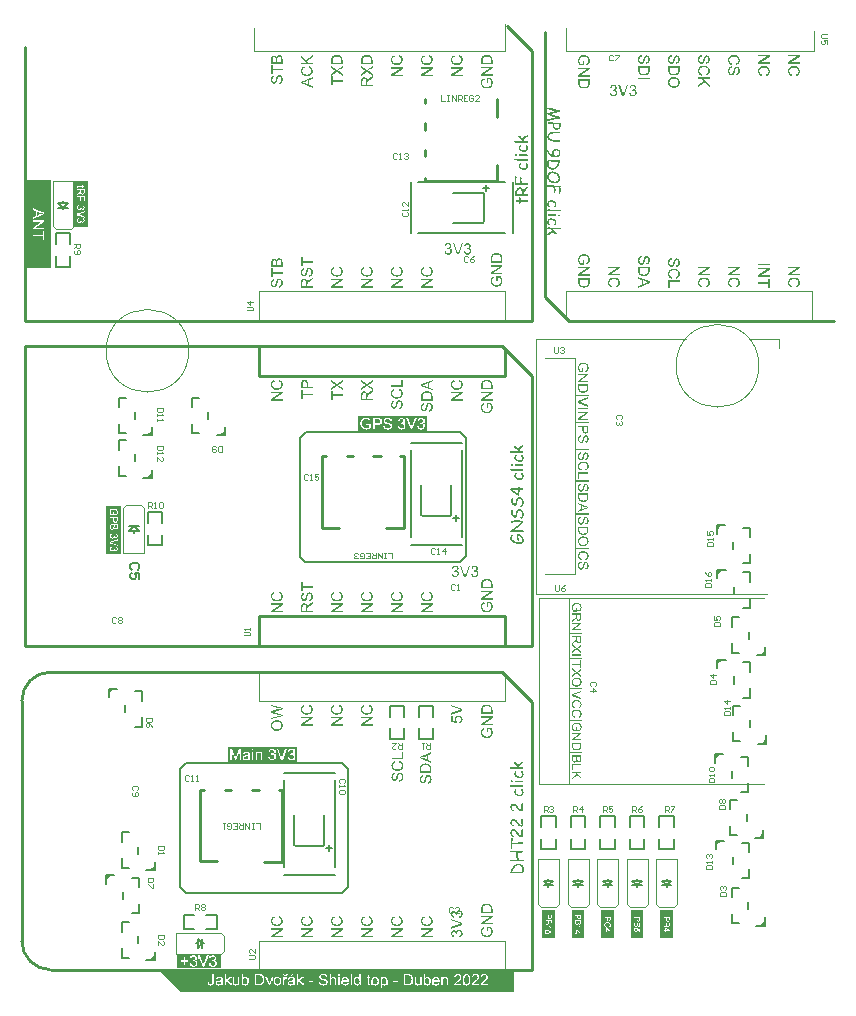
<source format=gbr>
%TF.GenerationSoftware,Altium Limited,Altium Designer,20.1.14 (287)*%
G04 Layer_Color=65535*
%FSLAX45Y45*%
%MOMM*%
%TF.SameCoordinates,7B5A7627-AB34-47FD-98C4-24A8EE2920DC*%
%TF.FilePolarity,Positive*%
%TF.FileFunction,Legend,Top*%
%TF.Part,Single*%
G01*
G75*
%TA.AperFunction,NonConductor*%
%ADD39C,0.24500*%
%ADD40C,0.10000*%
%ADD41C,0.25400*%
%ADD42C,0.20000*%
%ADD43C,0.15000*%
G36*
X2502017Y7974855D02*
X2453617Y7940669D01*
X2468733Y7924998D01*
X2502017D01*
Y7912308D01*
X2406048D01*
Y7924998D01*
X2453686D01*
X2406048Y7972636D01*
Y7989902D01*
X2445018Y7949545D01*
X2502017Y7991636D01*
Y7974855D01*
D02*
G37*
G36*
X5545879Y7979569D02*
X5545810D01*
X5545532Y7979500D01*
X5545186D01*
X5544700Y7979361D01*
X5544076Y7979292D01*
X5543314Y7979153D01*
X5542551Y7978945D01*
X5541649Y7978737D01*
X5539777Y7978252D01*
X5537766Y7977558D01*
X5535825Y7976726D01*
X5533952Y7975686D01*
X5533883Y7975617D01*
X5533744Y7975547D01*
X5533536Y7975339D01*
X5533190Y7975062D01*
X5532774Y7974784D01*
X5532357Y7974368D01*
X5531872Y7973883D01*
X5531317Y7973328D01*
X5530763Y7972704D01*
X5530139Y7971941D01*
X5529514Y7971179D01*
X5528890Y7970277D01*
X5528266Y7969376D01*
X5527642Y7968336D01*
X5527087Y7967226D01*
X5526533Y7966047D01*
Y7965978D01*
X5526394Y7965770D01*
X5526255Y7965354D01*
X5526117Y7964869D01*
X5525909Y7964244D01*
X5525631Y7963551D01*
X5525354Y7962650D01*
X5525146Y7961748D01*
X5524869Y7960708D01*
X5524591Y7959529D01*
X5524383Y7958350D01*
X5524106Y7957033D01*
X5523828Y7954259D01*
X5523690Y7951277D01*
Y7950584D01*
X5523759Y7950029D01*
Y7949405D01*
X5523828Y7948712D01*
X5523898Y7947880D01*
X5523967Y7946978D01*
X5524244Y7944967D01*
X5524591Y7942818D01*
X5525146Y7940668D01*
X5525839Y7938519D01*
Y7938449D01*
X5525909Y7938241D01*
X5526047Y7937964D01*
X5526255Y7937617D01*
X5526463Y7937132D01*
X5526741Y7936646D01*
X5527365Y7935398D01*
X5528197Y7934081D01*
X5529237Y7932694D01*
X5530416Y7931376D01*
X5531733Y7930267D01*
X5531803D01*
X5531941Y7930128D01*
X5532149Y7929989D01*
X5532427Y7929851D01*
X5532774Y7929643D01*
X5533190Y7929365D01*
X5534230Y7928880D01*
X5535409Y7928395D01*
X5536795Y7927909D01*
X5538390Y7927632D01*
X5539985Y7927493D01*
X5540054D01*
X5540193D01*
X5540401D01*
X5540748Y7927563D01*
X5541164D01*
X5541580Y7927632D01*
X5542689Y7927840D01*
X5543868Y7928117D01*
X5545186Y7928603D01*
X5546503Y7929296D01*
X5547821Y7930197D01*
X5547890D01*
X5547959Y7930336D01*
X5548375Y7930683D01*
X5549000Y7931376D01*
X5549416Y7931792D01*
X5549832Y7932278D01*
X5550248Y7932832D01*
X5550733Y7933457D01*
X5551219Y7934150D01*
X5551704Y7934982D01*
X5552189Y7935814D01*
X5552675Y7936785D01*
X5553091Y7937756D01*
X5553576Y7938865D01*
Y7938935D01*
X5553645Y7939073D01*
X5553715Y7939281D01*
X5553854Y7939697D01*
X5553992Y7940183D01*
X5554200Y7940737D01*
X5554408Y7941500D01*
X5554686Y7942402D01*
X5555032Y7943511D01*
X5555379Y7944690D01*
X5555726Y7946077D01*
X5556142Y7947672D01*
X5556627Y7949405D01*
X5557113Y7951416D01*
X5557667Y7953566D01*
X5558222Y7955923D01*
Y7955993D01*
X5558291Y7956062D01*
Y7956270D01*
X5558361Y7956478D01*
X5558569Y7957172D01*
X5558777Y7958073D01*
X5559054Y7959113D01*
X5559401Y7960361D01*
X5559748Y7961748D01*
X5560164Y7963135D01*
X5561065Y7966186D01*
X5562105Y7969237D01*
X5562660Y7970693D01*
X5563215Y7972080D01*
X5563700Y7973259D01*
X5564255Y7974368D01*
X5564324Y7974438D01*
X5564393Y7974646D01*
X5564602Y7974992D01*
X5564879Y7975478D01*
X5565226Y7976033D01*
X5565711Y7976726D01*
X5566196Y7977419D01*
X5566751Y7978252D01*
X5567999Y7979916D01*
X5569525Y7981580D01*
X5571258Y7983244D01*
X5572229Y7983938D01*
X5573200Y7984631D01*
X5573269Y7984700D01*
X5573477Y7984770D01*
X5573755Y7984908D01*
X5574171Y7985116D01*
X5574656Y7985394D01*
X5575211Y7985671D01*
X5575904Y7985948D01*
X5576667Y7986295D01*
X5577568Y7986573D01*
X5578470Y7986919D01*
X5580481Y7987405D01*
X5582700Y7987821D01*
X5583879Y7987890D01*
X5585127Y7987959D01*
X5585196D01*
X5585473D01*
X5585820D01*
X5586375Y7987890D01*
X5586999Y7987821D01*
X5587762Y7987751D01*
X5588594Y7987613D01*
X5589565Y7987474D01*
X5590605Y7987197D01*
X5591645Y7986989D01*
X5592754Y7986642D01*
X5593933Y7986226D01*
X5595112Y7985740D01*
X5596291Y7985186D01*
X5597539Y7984562D01*
X5598718Y7983868D01*
X5598787Y7983799D01*
X5598995Y7983660D01*
X5599342Y7983452D01*
X5599758Y7983105D01*
X5600313Y7982689D01*
X5600867Y7982135D01*
X5601561Y7981511D01*
X5602254Y7980817D01*
X5603017Y7980054D01*
X5603849Y7979153D01*
X5604612Y7978182D01*
X5605444Y7977073D01*
X5606207Y7975894D01*
X5606969Y7974646D01*
X5607663Y7973328D01*
X5608287Y7971872D01*
X5608356Y7971803D01*
X5608426Y7971525D01*
X5608564Y7971109D01*
X5608842Y7970485D01*
X5609050Y7969722D01*
X5609327Y7968890D01*
X5609674Y7967850D01*
X5609951Y7966671D01*
X5610298Y7965423D01*
X5610575Y7964106D01*
X5610853Y7962650D01*
X5611130Y7961124D01*
X5611338Y7959460D01*
X5611477Y7957796D01*
X5611546Y7956062D01*
X5611615Y7954259D01*
Y7953219D01*
X5611546Y7952456D01*
Y7951555D01*
X5611407Y7950445D01*
X5611338Y7949267D01*
X5611199Y7947880D01*
X5610991Y7946493D01*
X5610783Y7944967D01*
X5610159Y7941847D01*
X5609743Y7940183D01*
X5609327Y7938588D01*
X5608772Y7936993D01*
X5608148Y7935467D01*
X5608079Y7935398D01*
X5608010Y7935121D01*
X5607802Y7934705D01*
X5607524Y7934150D01*
X5607178Y7933457D01*
X5606692Y7932694D01*
X5606207Y7931792D01*
X5605583Y7930891D01*
X5604959Y7929851D01*
X5604196Y7928880D01*
X5603364Y7927840D01*
X5602462Y7926800D01*
X5601491Y7925760D01*
X5600382Y7924789D01*
X5599273Y7923818D01*
X5598024Y7922986D01*
X5597955Y7922917D01*
X5597747Y7922778D01*
X5597331Y7922570D01*
X5596846Y7922293D01*
X5596221Y7921946D01*
X5595459Y7921530D01*
X5594627Y7921183D01*
X5593656Y7920698D01*
X5592616Y7920282D01*
X5591437Y7919866D01*
X5590189Y7919449D01*
X5588871Y7919103D01*
X5587484Y7918756D01*
X5586028Y7918479D01*
X5584503Y7918340D01*
X5582977Y7918201D01*
X5582076Y7930406D01*
X5582214D01*
X5582492Y7930475D01*
X5582977Y7930544D01*
X5583601Y7930683D01*
X5584295Y7930822D01*
X5585196Y7931030D01*
X5586167Y7931307D01*
X5587207Y7931654D01*
X5588316Y7932000D01*
X5589426Y7932486D01*
X5590535Y7933041D01*
X5591714Y7933665D01*
X5592824Y7934358D01*
X5593864Y7935190D01*
X5594904Y7936092D01*
X5595805Y7937062D01*
X5595875Y7937132D01*
X5596013Y7937340D01*
X5596221Y7937617D01*
X5596568Y7938102D01*
X5596915Y7938727D01*
X5597262Y7939420D01*
X5597678Y7940252D01*
X5598163Y7941223D01*
X5598579Y7942332D01*
X5598995Y7943581D01*
X5599342Y7944967D01*
X5599758Y7946424D01*
X5600035Y7948088D01*
X5600243Y7949821D01*
X5600382Y7951694D01*
X5600451Y7953704D01*
Y7954814D01*
X5600382Y7955577D01*
X5600313Y7956547D01*
X5600243Y7957588D01*
X5600105Y7958836D01*
X5599897Y7960084D01*
X5599411Y7962858D01*
X5599064Y7964244D01*
X5598648Y7965631D01*
X5598163Y7966949D01*
X5597608Y7968266D01*
X5596984Y7969445D01*
X5596221Y7970485D01*
X5596152Y7970555D01*
X5596013Y7970693D01*
X5595805Y7970971D01*
X5595459Y7971317D01*
X5595043Y7971664D01*
X5594557Y7972149D01*
X5594003Y7972565D01*
X5593378Y7973051D01*
X5592685Y7973536D01*
X5591853Y7974022D01*
X5590119Y7974854D01*
X5589218Y7975200D01*
X5588178Y7975478D01*
X5587138Y7975617D01*
X5586028Y7975686D01*
X5585959D01*
X5585820D01*
X5585543D01*
X5585196Y7975617D01*
X5584711Y7975547D01*
X5584225Y7975478D01*
X5583046Y7975200D01*
X5581660Y7974784D01*
X5580273Y7974160D01*
X5579510Y7973744D01*
X5578817Y7973190D01*
X5578123Y7972635D01*
X5577499Y7972011D01*
X5577430Y7971941D01*
X5577360Y7971803D01*
X5577152Y7971595D01*
X5576944Y7971179D01*
X5576598Y7970693D01*
X5576251Y7970000D01*
X5575835Y7969237D01*
X5575350Y7968266D01*
X5574864Y7967087D01*
X5574309Y7965770D01*
X5573755Y7964175D01*
X5573131Y7962442D01*
X5572507Y7960431D01*
X5571882Y7958212D01*
X5571258Y7955715D01*
X5570565Y7952942D01*
Y7952872D01*
X5570496Y7952734D01*
Y7952526D01*
X5570426Y7952248D01*
X5570357Y7951902D01*
X5570218Y7951485D01*
X5570010Y7950445D01*
X5569663Y7949197D01*
X5569317Y7947741D01*
X5568970Y7946146D01*
X5568485Y7944482D01*
X5567583Y7940946D01*
X5567098Y7939212D01*
X5566543Y7937478D01*
X5566058Y7935814D01*
X5565503Y7934289D01*
X5565018Y7932902D01*
X5564532Y7931723D01*
X5564463Y7931654D01*
X5564324Y7931376D01*
X5564116Y7930891D01*
X5563839Y7930336D01*
X5563423Y7929643D01*
X5563007Y7928880D01*
X5562452Y7927979D01*
X5561828Y7927008D01*
X5561204Y7926037D01*
X5560441Y7924997D01*
X5558777Y7922917D01*
X5556835Y7920975D01*
X5555795Y7920143D01*
X5554686Y7919311D01*
X5554616Y7919241D01*
X5554408Y7919103D01*
X5554062Y7918964D01*
X5553645Y7918687D01*
X5553091Y7918409D01*
X5552397Y7918063D01*
X5551635Y7917647D01*
X5550802Y7917300D01*
X5549832Y7916953D01*
X5548792Y7916537D01*
X5547682Y7916190D01*
X5546434Y7915913D01*
X5545186Y7915636D01*
X5543868Y7915428D01*
X5542551Y7915358D01*
X5541095Y7915289D01*
X5541025D01*
X5540748D01*
X5540332D01*
X5539777Y7915358D01*
X5539084Y7915428D01*
X5538321Y7915497D01*
X5537419Y7915636D01*
X5536379Y7915844D01*
X5535339Y7916052D01*
X5534160Y7916398D01*
X5532982Y7916745D01*
X5531733Y7917161D01*
X5530485Y7917647D01*
X5529168Y7918271D01*
X5527920Y7918964D01*
X5526602Y7919727D01*
X5526533Y7919796D01*
X5526325Y7919935D01*
X5525978Y7920212D01*
X5525493Y7920559D01*
X5524938Y7920975D01*
X5524244Y7921530D01*
X5523551Y7922154D01*
X5522788Y7922917D01*
X5521956Y7923749D01*
X5521124Y7924719D01*
X5520223Y7925760D01*
X5519321Y7926869D01*
X5518489Y7928048D01*
X5517657Y7929365D01*
X5516894Y7930752D01*
X5516131Y7932278D01*
X5516062Y7932347D01*
X5515993Y7932624D01*
X5515785Y7933110D01*
X5515577Y7933734D01*
X5515299Y7934497D01*
X5514953Y7935398D01*
X5514606Y7936438D01*
X5514259Y7937617D01*
X5513913Y7938935D01*
X5513566Y7940391D01*
X5513288Y7941916D01*
X5512942Y7943511D01*
X5512734Y7945175D01*
X5512526Y7946978D01*
X5512456Y7948850D01*
X5512387Y7950723D01*
Y7951971D01*
X5512456Y7952872D01*
X5512526Y7953982D01*
X5512595Y7955299D01*
X5512734Y7956755D01*
X5512872Y7958350D01*
X5513080Y7960015D01*
X5513288Y7961748D01*
X5513982Y7965423D01*
X5514398Y7967295D01*
X5514883Y7969098D01*
X5515507Y7970901D01*
X5516131Y7972565D01*
X5516201Y7972635D01*
X5516339Y7972982D01*
X5516548Y7973398D01*
X5516825Y7974022D01*
X5517241Y7974784D01*
X5517726Y7975617D01*
X5518350Y7976587D01*
X5518974Y7977558D01*
X5519737Y7978668D01*
X5520569Y7979777D01*
X5521540Y7980956D01*
X5522580Y7982065D01*
X5523690Y7983244D01*
X5524869Y7984354D01*
X5526186Y7985394D01*
X5527573Y7986365D01*
X5527642Y7986434D01*
X5527920Y7986573D01*
X5528336Y7986850D01*
X5528890Y7987127D01*
X5529653Y7987543D01*
X5530485Y7987959D01*
X5531456Y7988445D01*
X5532566Y7988861D01*
X5533814Y7989346D01*
X5535131Y7989832D01*
X5536587Y7990248D01*
X5538044Y7990664D01*
X5539638Y7991010D01*
X5541303Y7991288D01*
X5543036Y7991496D01*
X5544839Y7991565D01*
X5545879Y7979569D01*
D02*
G37*
G36*
X6072116Y7991496D02*
X6073156D01*
X6074474Y7991357D01*
X6075999Y7991288D01*
X6077733Y7991080D01*
X6079605Y7990872D01*
X6081547Y7990525D01*
X6083627Y7990178D01*
X6085846Y7989693D01*
X6088065Y7989138D01*
X6090284Y7988514D01*
X6092503Y7987751D01*
X6094652Y7986850D01*
X6096802Y7985879D01*
X6096941Y7985810D01*
X6097287Y7985602D01*
X6097842Y7985255D01*
X6098674Y7984839D01*
X6099576Y7984215D01*
X6100616Y7983521D01*
X6101864Y7982620D01*
X6103112Y7981649D01*
X6104429Y7980609D01*
X6105886Y7979361D01*
X6107273Y7978043D01*
X6108659Y7976587D01*
X6110046Y7974992D01*
X6111364Y7973328D01*
X6112612Y7971525D01*
X6113791Y7969584D01*
X6113860Y7969445D01*
X6114068Y7969098D01*
X6114345Y7968544D01*
X6114692Y7967712D01*
X6115178Y7966741D01*
X6115663Y7965562D01*
X6116148Y7964175D01*
X6116703Y7962719D01*
X6117258Y7961055D01*
X6117743Y7959252D01*
X6118298Y7957310D01*
X6118714Y7955299D01*
X6119061Y7953150D01*
X6119338Y7950931D01*
X6119546Y7948642D01*
X6119615Y7946285D01*
Y7945314D01*
X6119546Y7944898D01*
X6119477Y7943858D01*
X6119407Y7942610D01*
X6119199Y7941223D01*
X6118991Y7939628D01*
X6118714Y7937825D01*
X6118298Y7935953D01*
X6117813Y7934011D01*
X6117258Y7932000D01*
X6116495Y7929989D01*
X6115663Y7927979D01*
X6114692Y7925898D01*
X6113583Y7923957D01*
X6112265Y7922084D01*
X6112196Y7921946D01*
X6111918Y7921668D01*
X6111502Y7921114D01*
X6110878Y7920490D01*
X6110185Y7919658D01*
X6109214Y7918756D01*
X6108174Y7917785D01*
X6106926Y7916676D01*
X6105539Y7915566D01*
X6104013Y7914388D01*
X6102280Y7913278D01*
X6100477Y7912169D01*
X6098466Y7911059D01*
X6096316Y7910088D01*
X6094028Y7909118D01*
X6091601Y7908355D01*
X6088689Y7920836D01*
X6088828Y7920906D01*
X6089174Y7920975D01*
X6089660Y7921183D01*
X6090422Y7921460D01*
X6091255Y7921807D01*
X6092225Y7922223D01*
X6093335Y7922778D01*
X6094514Y7923333D01*
X6095762Y7923957D01*
X6097010Y7924719D01*
X6098258Y7925482D01*
X6099576Y7926384D01*
X6100754Y7927354D01*
X6101933Y7928325D01*
X6102973Y7929435D01*
X6103944Y7930614D01*
X6104013Y7930683D01*
X6104152Y7930891D01*
X6104360Y7931238D01*
X6104707Y7931723D01*
X6105054Y7932347D01*
X6105470Y7933110D01*
X6105886Y7934011D01*
X6106371Y7934982D01*
X6106787Y7936092D01*
X6107203Y7937270D01*
X6107619Y7938588D01*
X6107966Y7939975D01*
X6108313Y7941500D01*
X6108521Y7943095D01*
X6108659Y7944759D01*
X6108729Y7946562D01*
Y7947602D01*
X6108659Y7948365D01*
X6108590Y7949336D01*
X6108451Y7950445D01*
X6108313Y7951694D01*
X6108035Y7953011D01*
X6107758Y7954467D01*
X6107411Y7955923D01*
X6106995Y7957449D01*
X6106510Y7959044D01*
X6105886Y7960569D01*
X6105123Y7962095D01*
X6104360Y7963620D01*
X6103389Y7965077D01*
X6103320Y7965146D01*
X6103181Y7965423D01*
X6102835Y7965770D01*
X6102419Y7966255D01*
X6101864Y7966879D01*
X6101240Y7967573D01*
X6100477Y7968336D01*
X6099645Y7969168D01*
X6098674Y7970000D01*
X6097634Y7970901D01*
X6096455Y7971733D01*
X6095138Y7972565D01*
X6093820Y7973398D01*
X6092364Y7974160D01*
X6090838Y7974854D01*
X6089174Y7975478D01*
X6089105D01*
X6088758Y7975617D01*
X6088273Y7975755D01*
X6087649Y7975963D01*
X6086817Y7976171D01*
X6085846Y7976449D01*
X6084736Y7976657D01*
X6083488Y7976934D01*
X6082171Y7977211D01*
X6080715Y7977489D01*
X6079189Y7977766D01*
X6077594Y7977974D01*
X6074266Y7978321D01*
X6072532Y7978390D01*
X6070729Y7978460D01*
X6070591D01*
X6070175D01*
X6069550D01*
X6068649Y7978390D01*
X6067609Y7978321D01*
X6066361Y7978252D01*
X6064974Y7978182D01*
X6063518Y7978043D01*
X6061854Y7977835D01*
X6060120Y7977627D01*
X6056584Y7976934D01*
X6054711Y7976587D01*
X6052908Y7976102D01*
X6051105Y7975547D01*
X6049372Y7974923D01*
X6049303Y7974854D01*
X6048956Y7974784D01*
X6048540Y7974576D01*
X6047916Y7974230D01*
X6047153Y7973883D01*
X6046252Y7973398D01*
X6045281Y7972843D01*
X6044241Y7972219D01*
X6043201Y7971456D01*
X6042091Y7970624D01*
X6040912Y7969722D01*
X6039803Y7968752D01*
X6038693Y7967642D01*
X6037653Y7966463D01*
X6036682Y7965215D01*
X6035781Y7963828D01*
X6035712Y7963759D01*
X6035573Y7963482D01*
X6035365Y7963066D01*
X6035087Y7962511D01*
X6034741Y7961817D01*
X6034325Y7960985D01*
X6033978Y7960015D01*
X6033562Y7958974D01*
X6033077Y7957796D01*
X6032730Y7956547D01*
X6032314Y7955161D01*
X6031967Y7953774D01*
X6031690Y7952248D01*
X6031482Y7950723D01*
X6031343Y7949128D01*
X6031274Y7947533D01*
Y7947048D01*
X6031343Y7946493D01*
Y7945730D01*
X6031482Y7944829D01*
X6031620Y7943789D01*
X6031759Y7942540D01*
X6032036Y7941292D01*
X6032383Y7939905D01*
X6032799Y7938449D01*
X6033285Y7936924D01*
X6033839Y7935398D01*
X6034533Y7933873D01*
X6035365Y7932347D01*
X6036336Y7930891D01*
X6037376Y7929435D01*
X6037445Y7929365D01*
X6037653Y7929088D01*
X6038000Y7928741D01*
X6038555Y7928256D01*
X6039179Y7927632D01*
X6039941Y7926938D01*
X6040912Y7926176D01*
X6041952Y7925413D01*
X6043201Y7924581D01*
X6044518Y7923749D01*
X6046044Y7922847D01*
X6047708Y7922084D01*
X6049441Y7921252D01*
X6051383Y7920559D01*
X6053394Y7919935D01*
X6055613Y7919380D01*
X6052423Y7906691D01*
X6052354D01*
X6052215Y7906760D01*
X6052007Y7906829D01*
X6051730Y7906899D01*
X6051383Y7906968D01*
X6050897Y7907107D01*
X6049857Y7907453D01*
X6048540Y7907939D01*
X6047084Y7908493D01*
X6045419Y7909187D01*
X6043617Y7910019D01*
X6041675Y7910920D01*
X6039733Y7911961D01*
X6037792Y7913139D01*
X6035781Y7914457D01*
X6033839Y7915913D01*
X6031967Y7917508D01*
X6030234Y7919241D01*
X6028569Y7921114D01*
X6028500Y7921252D01*
X6028223Y7921599D01*
X6027807Y7922154D01*
X6027321Y7922986D01*
X6026697Y7923957D01*
X6026004Y7925205D01*
X6025241Y7926592D01*
X6024478Y7928187D01*
X6023715Y7929920D01*
X6022953Y7931862D01*
X6022259Y7933942D01*
X6021635Y7936161D01*
X6021150Y7938588D01*
X6020734Y7941084D01*
X6020456Y7943719D01*
X6020387Y7946493D01*
Y7947533D01*
X6020456Y7948018D01*
Y7949059D01*
X6020595Y7950376D01*
X6020734Y7951902D01*
X6020942Y7953635D01*
X6021150Y7955438D01*
X6021496Y7957449D01*
X6021913Y7959460D01*
X6022467Y7961609D01*
X6023022Y7963690D01*
X6023785Y7965770D01*
X6024617Y7967850D01*
X6025588Y7969861D01*
X6026697Y7971733D01*
X6026766Y7971872D01*
X6026974Y7972149D01*
X6027391Y7972635D01*
X6027876Y7973328D01*
X6028500Y7974160D01*
X6029332Y7975062D01*
X6030234Y7976102D01*
X6031343Y7977211D01*
X6032591Y7978390D01*
X6033909Y7979569D01*
X6035434Y7980817D01*
X6037029Y7982065D01*
X6038832Y7983244D01*
X6040704Y7984423D01*
X6042784Y7985532D01*
X6044934Y7986503D01*
X6045003D01*
X6045073Y7986573D01*
X6045489Y7986711D01*
X6046113Y7986989D01*
X6047014Y7987266D01*
X6048124Y7987682D01*
X6049441Y7988098D01*
X6050967Y7988583D01*
X6052631Y7989000D01*
X6054503Y7989485D01*
X6056514Y7989970D01*
X6058594Y7990386D01*
X6060883Y7990802D01*
X6063171Y7991080D01*
X6065598Y7991357D01*
X6068094Y7991496D01*
X6070660Y7991565D01*
X6070729D01*
X6070868D01*
X6071076D01*
X6071353D01*
X6071700D01*
X6072116Y7991496D01*
D02*
G37*
G36*
X2471784Y7897122D02*
X2471992Y7897053D01*
X2472270Y7896984D01*
X2472616Y7896914D01*
X2473102Y7896776D01*
X2474142Y7896429D01*
X2475459Y7895944D01*
X2476916Y7895389D01*
X2478580Y7894695D01*
X2480383Y7893863D01*
X2482324Y7892962D01*
X2484266Y7891922D01*
X2486207Y7890743D01*
X2488218Y7889425D01*
X2490160Y7887969D01*
X2492032Y7886374D01*
X2493766Y7884641D01*
X2495430Y7882769D01*
X2495499Y7882630D01*
X2495777Y7882283D01*
X2496193Y7881728D01*
X2496678Y7880896D01*
X2497302Y7879926D01*
X2497996Y7878677D01*
X2498758Y7877291D01*
X2499521Y7875696D01*
X2500284Y7873962D01*
X2501047Y7872021D01*
X2501740Y7869940D01*
X2502364Y7867721D01*
X2502849Y7865294D01*
X2503266Y7862798D01*
X2503543Y7860163D01*
X2503612Y7857389D01*
Y7856349D01*
X2503543Y7855864D01*
Y7854824D01*
X2503404Y7853506D01*
X2503266Y7851981D01*
X2503057Y7850247D01*
X2502849Y7848444D01*
X2502503Y7846433D01*
X2502087Y7844422D01*
X2501532Y7842273D01*
X2500977Y7840193D01*
X2500214Y7838112D01*
X2499382Y7836032D01*
X2498412Y7834021D01*
X2497302Y7832149D01*
X2497233Y7832010D01*
X2497025Y7831733D01*
X2496609Y7831247D01*
X2496123Y7830554D01*
X2495499Y7829722D01*
X2494667Y7828821D01*
X2493766Y7827780D01*
X2492656Y7826671D01*
X2491408Y7825492D01*
X2490091Y7824313D01*
X2488565Y7823065D01*
X2486970Y7821817D01*
X2485167Y7820638D01*
X2483295Y7819459D01*
X2481215Y7818350D01*
X2479065Y7817379D01*
X2478996D01*
X2478926Y7817310D01*
X2478510Y7817171D01*
X2477886Y7816894D01*
X2476985Y7816616D01*
X2475875Y7816200D01*
X2474558Y7815784D01*
X2473032Y7815299D01*
X2471368Y7814883D01*
X2469496Y7814397D01*
X2467485Y7813912D01*
X2465405Y7813496D01*
X2463116Y7813080D01*
X2460828Y7812803D01*
X2458401Y7812525D01*
X2455905Y7812386D01*
X2453339Y7812317D01*
X2453270D01*
X2453131D01*
X2452923D01*
X2452646D01*
X2452299D01*
X2451883Y7812386D01*
X2450843D01*
X2449525Y7812525D01*
X2448000Y7812594D01*
X2446266Y7812803D01*
X2444394Y7813011D01*
X2442453Y7813357D01*
X2440372Y7813704D01*
X2438153Y7814189D01*
X2435934Y7814744D01*
X2433715Y7815368D01*
X2431497Y7816131D01*
X2429347Y7817032D01*
X2427197Y7818003D01*
X2427059Y7818073D01*
X2426712Y7818281D01*
X2426157Y7818627D01*
X2425325Y7819043D01*
X2424424Y7819667D01*
X2423384Y7820361D01*
X2422135Y7821262D01*
X2420887Y7822233D01*
X2419570Y7823273D01*
X2418114Y7824521D01*
X2416727Y7825839D01*
X2415340Y7827295D01*
X2413953Y7828890D01*
X2412636Y7830554D01*
X2411387Y7832357D01*
X2410209Y7834299D01*
X2410139Y7834437D01*
X2409931Y7834784D01*
X2409654Y7835339D01*
X2409307Y7836171D01*
X2408822Y7837142D01*
X2408336Y7838320D01*
X2407851Y7839707D01*
X2407296Y7841163D01*
X2406741Y7842828D01*
X2406256Y7844630D01*
X2405701Y7846572D01*
X2405285Y7848583D01*
X2404939Y7850733D01*
X2404661Y7852952D01*
X2404453Y7855240D01*
X2404384Y7857597D01*
Y7858568D01*
X2404453Y7858984D01*
X2404522Y7860024D01*
X2404592Y7861273D01*
X2404800Y7862659D01*
X2405008Y7864254D01*
X2405285Y7866057D01*
X2405701Y7867929D01*
X2406187Y7869871D01*
X2406741Y7871882D01*
X2407504Y7873893D01*
X2408336Y7875904D01*
X2409307Y7877984D01*
X2410417Y7879926D01*
X2411734Y7881798D01*
X2411803Y7881936D01*
X2412081Y7882214D01*
X2412497Y7882769D01*
X2413121Y7883393D01*
X2413814Y7884225D01*
X2414785Y7885126D01*
X2415825Y7886097D01*
X2417073Y7887206D01*
X2418460Y7888316D01*
X2419986Y7889495D01*
X2421719Y7890604D01*
X2423522Y7891714D01*
X2425533Y7892823D01*
X2427683Y7893794D01*
X2429971Y7894765D01*
X2432398Y7895528D01*
X2435310Y7883046D01*
X2435172Y7882977D01*
X2434825Y7882907D01*
X2434340Y7882699D01*
X2433577Y7882422D01*
X2432745Y7882075D01*
X2431774Y7881659D01*
X2430664Y7881104D01*
X2429486Y7880550D01*
X2428237Y7879926D01*
X2426989Y7879163D01*
X2425741Y7878400D01*
X2424424Y7877499D01*
X2423245Y7876528D01*
X2422066Y7875557D01*
X2421026Y7874448D01*
X2420055Y7873269D01*
X2419986Y7873199D01*
X2419847Y7872991D01*
X2419639Y7872645D01*
X2419292Y7872159D01*
X2418946Y7871535D01*
X2418530Y7870772D01*
X2418114Y7869871D01*
X2417628Y7868900D01*
X2417212Y7867791D01*
X2416796Y7866612D01*
X2416380Y7865294D01*
X2416033Y7863908D01*
X2415687Y7862382D01*
X2415479Y7860787D01*
X2415340Y7859123D01*
X2415271Y7857320D01*
Y7856280D01*
X2415340Y7855517D01*
X2415409Y7854546D01*
X2415548Y7853437D01*
X2415687Y7852189D01*
X2415964Y7850871D01*
X2416241Y7849415D01*
X2416588Y7847959D01*
X2417004Y7846433D01*
X2417489Y7844839D01*
X2418114Y7843313D01*
X2418876Y7841787D01*
X2419639Y7840262D01*
X2420610Y7838806D01*
X2420679Y7838736D01*
X2420818Y7838459D01*
X2421165Y7838112D01*
X2421581Y7837627D01*
X2422135Y7837003D01*
X2422759Y7836309D01*
X2423522Y7835547D01*
X2424354Y7834715D01*
X2425325Y7833882D01*
X2426365Y7832981D01*
X2427544Y7832149D01*
X2428862Y7831317D01*
X2430179Y7830485D01*
X2431635Y7829722D01*
X2433161Y7829029D01*
X2434825Y7828404D01*
X2434894D01*
X2435241Y7828266D01*
X2435726Y7828127D01*
X2436350Y7827919D01*
X2437183Y7827711D01*
X2438153Y7827434D01*
X2439263Y7827226D01*
X2440511Y7826948D01*
X2441828Y7826671D01*
X2443285Y7826394D01*
X2444810Y7826116D01*
X2446405Y7825908D01*
X2449733Y7825561D01*
X2451467Y7825492D01*
X2453270Y7825423D01*
X2453409D01*
X2453825D01*
X2454449D01*
X2455350Y7825492D01*
X2456390Y7825561D01*
X2457638Y7825631D01*
X2459025Y7825700D01*
X2460481Y7825839D01*
X2462146Y7826047D01*
X2463879Y7826255D01*
X2467416Y7826948D01*
X2469288Y7827295D01*
X2471091Y7827780D01*
X2472894Y7828335D01*
X2474627Y7828959D01*
X2474697Y7829029D01*
X2475043Y7829098D01*
X2475459Y7829306D01*
X2476083Y7829653D01*
X2476846Y7829999D01*
X2477748Y7830485D01*
X2478718Y7831039D01*
X2479759Y7831664D01*
X2480799Y7832426D01*
X2481908Y7833258D01*
X2483087Y7834160D01*
X2484196Y7835131D01*
X2485306Y7836240D01*
X2486346Y7837419D01*
X2487317Y7838667D01*
X2488218Y7840054D01*
X2488288Y7840123D01*
X2488426Y7840401D01*
X2488634Y7840817D01*
X2488912Y7841371D01*
X2489258Y7842065D01*
X2489674Y7842897D01*
X2490021Y7843868D01*
X2490437Y7844908D01*
X2490923Y7846087D01*
X2491269Y7847335D01*
X2491685Y7848722D01*
X2492032Y7850109D01*
X2492309Y7851634D01*
X2492517Y7853160D01*
X2492656Y7854754D01*
X2492726Y7856349D01*
Y7856835D01*
X2492656Y7857389D01*
Y7858152D01*
X2492517Y7859054D01*
X2492379Y7860094D01*
X2492240Y7861342D01*
X2491963Y7862590D01*
X2491616Y7863977D01*
X2491200Y7865433D01*
X2490715Y7866959D01*
X2490160Y7868484D01*
X2489466Y7870010D01*
X2488634Y7871535D01*
X2487664Y7872991D01*
X2486623Y7874448D01*
X2486554Y7874517D01*
X2486346Y7874794D01*
X2485999Y7875141D01*
X2485445Y7875626D01*
X2484821Y7876250D01*
X2484058Y7876944D01*
X2483087Y7877707D01*
X2482047Y7878469D01*
X2480799Y7879301D01*
X2479481Y7880134D01*
X2477956Y7881035D01*
X2476291Y7881798D01*
X2474558Y7882630D01*
X2472616Y7883323D01*
X2470605Y7883947D01*
X2468386Y7884502D01*
X2471576Y7897192D01*
X2471646D01*
X2471784Y7897122D01*
D02*
G37*
G36*
X6053879Y7883322D02*
X6053810D01*
X6053532Y7883253D01*
X6053186D01*
X6052700Y7883114D01*
X6052076Y7883045D01*
X6051314Y7882906D01*
X6050551Y7882698D01*
X6049649Y7882490D01*
X6047777Y7882005D01*
X6045766Y7881311D01*
X6043825Y7880479D01*
X6041952Y7879439D01*
X6041883Y7879370D01*
X6041744Y7879300D01*
X6041536Y7879092D01*
X6041190Y7878815D01*
X6040774Y7878538D01*
X6040357Y7878122D01*
X6039872Y7877636D01*
X6039317Y7877082D01*
X6038763Y7876457D01*
X6038139Y7875695D01*
X6037514Y7874932D01*
X6036890Y7874030D01*
X6036266Y7873129D01*
X6035642Y7872089D01*
X6035087Y7870979D01*
X6034533Y7869801D01*
Y7869731D01*
X6034394Y7869523D01*
X6034255Y7869107D01*
X6034117Y7868622D01*
X6033909Y7867998D01*
X6033631Y7867304D01*
X6033354Y7866403D01*
X6033146Y7865501D01*
X6032869Y7864461D01*
X6032591Y7863282D01*
X6032383Y7862104D01*
X6032106Y7860786D01*
X6031828Y7858012D01*
X6031690Y7855031D01*
Y7854337D01*
X6031759Y7853783D01*
Y7853159D01*
X6031828Y7852465D01*
X6031898Y7851633D01*
X6031967Y7850732D01*
X6032244Y7848721D01*
X6032591Y7846571D01*
X6033146Y7844421D01*
X6033839Y7842272D01*
Y7842203D01*
X6033909Y7841994D01*
X6034047Y7841717D01*
X6034255Y7841370D01*
X6034463Y7840885D01*
X6034741Y7840400D01*
X6035365Y7839151D01*
X6036197Y7837834D01*
X6037237Y7836447D01*
X6038416Y7835130D01*
X6039733Y7834020D01*
X6039803D01*
X6039941Y7833881D01*
X6040149Y7833743D01*
X6040427Y7833604D01*
X6040774Y7833396D01*
X6041190Y7833119D01*
X6042230Y7832633D01*
X6043409Y7832148D01*
X6044795Y7831663D01*
X6046390Y7831385D01*
X6047985Y7831246D01*
X6048054D01*
X6048193D01*
X6048401D01*
X6048748Y7831316D01*
X6049164D01*
X6049580Y7831385D01*
X6050689Y7831593D01*
X6051868Y7831871D01*
X6053186Y7832356D01*
X6054503Y7833049D01*
X6055821Y7833951D01*
X6055890D01*
X6055959Y7834089D01*
X6056375Y7834436D01*
X6057000Y7835130D01*
X6057416Y7835546D01*
X6057832Y7836031D01*
X6058248Y7836586D01*
X6058733Y7837210D01*
X6059219Y7837903D01*
X6059704Y7838735D01*
X6060189Y7839568D01*
X6060675Y7840538D01*
X6061091Y7841509D01*
X6061576Y7842619D01*
Y7842688D01*
X6061645Y7842827D01*
X6061715Y7843035D01*
X6061854Y7843451D01*
X6061992Y7843936D01*
X6062200Y7844491D01*
X6062408Y7845254D01*
X6062686Y7846155D01*
X6063032Y7847264D01*
X6063379Y7848443D01*
X6063726Y7849830D01*
X6064142Y7851425D01*
X6064627Y7853159D01*
X6065113Y7855169D01*
X6065667Y7857319D01*
X6066222Y7859677D01*
Y7859746D01*
X6066291Y7859815D01*
Y7860023D01*
X6066361Y7860231D01*
X6066569Y7860925D01*
X6066777Y7861826D01*
X6067054Y7862866D01*
X6067401Y7864115D01*
X6067748Y7865501D01*
X6068164Y7866888D01*
X6069065Y7869939D01*
X6070105Y7872990D01*
X6070660Y7874447D01*
X6071215Y7875833D01*
X6071700Y7877012D01*
X6072255Y7878122D01*
X6072324Y7878191D01*
X6072393Y7878399D01*
X6072602Y7878746D01*
X6072879Y7879231D01*
X6073226Y7879786D01*
X6073711Y7880479D01*
X6074196Y7881173D01*
X6074751Y7882005D01*
X6075999Y7883669D01*
X6077525Y7885333D01*
X6079258Y7886997D01*
X6080229Y7887691D01*
X6081200Y7888384D01*
X6081269Y7888454D01*
X6081477Y7888523D01*
X6081755Y7888662D01*
X6082171Y7888870D01*
X6082656Y7889147D01*
X6083211Y7889424D01*
X6083904Y7889702D01*
X6084667Y7890048D01*
X6085568Y7890326D01*
X6086470Y7890673D01*
X6088481Y7891158D01*
X6090700Y7891574D01*
X6091879Y7891643D01*
X6093127Y7891713D01*
X6093196D01*
X6093473D01*
X6093820D01*
X6094375Y7891643D01*
X6094999Y7891574D01*
X6095762Y7891505D01*
X6096594Y7891366D01*
X6097565Y7891227D01*
X6098605Y7890950D01*
X6099645Y7890742D01*
X6100754Y7890395D01*
X6101933Y7889979D01*
X6103112Y7889494D01*
X6104291Y7888939D01*
X6105539Y7888315D01*
X6106718Y7887622D01*
X6106787Y7887552D01*
X6106995Y7887413D01*
X6107342Y7887205D01*
X6107758Y7886859D01*
X6108313Y7886443D01*
X6108867Y7885888D01*
X6109561Y7885264D01*
X6110254Y7884570D01*
X6111017Y7883808D01*
X6111849Y7882906D01*
X6112612Y7881935D01*
X6113444Y7880826D01*
X6114207Y7879647D01*
X6114969Y7878399D01*
X6115663Y7877082D01*
X6116287Y7875625D01*
X6116356Y7875556D01*
X6116426Y7875279D01*
X6116564Y7874863D01*
X6116842Y7874239D01*
X6117050Y7873476D01*
X6117327Y7872644D01*
X6117674Y7871604D01*
X6117951Y7870425D01*
X6118298Y7869177D01*
X6118575Y7867859D01*
X6118853Y7866403D01*
X6119130Y7864877D01*
X6119338Y7863213D01*
X6119477Y7861549D01*
X6119546Y7859815D01*
X6119615Y7858012D01*
Y7856972D01*
X6119546Y7856210D01*
Y7855308D01*
X6119407Y7854199D01*
X6119338Y7853020D01*
X6119199Y7851633D01*
X6118991Y7850246D01*
X6118783Y7848721D01*
X6118159Y7845600D01*
X6117743Y7843936D01*
X6117327Y7842341D01*
X6116772Y7840746D01*
X6116148Y7839221D01*
X6116079Y7839151D01*
X6116010Y7838874D01*
X6115802Y7838458D01*
X6115524Y7837903D01*
X6115178Y7837210D01*
X6114692Y7836447D01*
X6114207Y7835546D01*
X6113583Y7834644D01*
X6112959Y7833604D01*
X6112196Y7832633D01*
X6111364Y7831593D01*
X6110462Y7830553D01*
X6109491Y7829513D01*
X6108382Y7828542D01*
X6107273Y7827571D01*
X6106024Y7826739D01*
X6105955Y7826670D01*
X6105747Y7826531D01*
X6105331Y7826323D01*
X6104846Y7826046D01*
X6104221Y7825699D01*
X6103459Y7825283D01*
X6102627Y7824936D01*
X6101656Y7824451D01*
X6100616Y7824035D01*
X6099437Y7823619D01*
X6098189Y7823203D01*
X6096871Y7822856D01*
X6095484Y7822509D01*
X6094028Y7822232D01*
X6092503Y7822093D01*
X6090977Y7821955D01*
X6090076Y7834159D01*
X6090214D01*
X6090492Y7834228D01*
X6090977Y7834298D01*
X6091601Y7834436D01*
X6092295Y7834575D01*
X6093196Y7834783D01*
X6094167Y7835060D01*
X6095207Y7835407D01*
X6096316Y7835754D01*
X6097426Y7836239D01*
X6098535Y7836794D01*
X6099714Y7837418D01*
X6100824Y7838111D01*
X6101864Y7838943D01*
X6102904Y7839845D01*
X6103805Y7840816D01*
X6103875Y7840885D01*
X6104013Y7841093D01*
X6104221Y7841370D01*
X6104568Y7841856D01*
X6104915Y7842480D01*
X6105262Y7843173D01*
X6105678Y7844005D01*
X6106163Y7844976D01*
X6106579Y7846086D01*
X6106995Y7847334D01*
X6107342Y7848721D01*
X6107758Y7850177D01*
X6108035Y7851841D01*
X6108243Y7853575D01*
X6108382Y7855447D01*
X6108451Y7857458D01*
Y7858567D01*
X6108382Y7859330D01*
X6108313Y7860301D01*
X6108243Y7861341D01*
X6108105Y7862589D01*
X6107897Y7863837D01*
X6107411Y7866611D01*
X6107064Y7867998D01*
X6106648Y7869385D01*
X6106163Y7870702D01*
X6105608Y7872020D01*
X6104984Y7873198D01*
X6104221Y7874239D01*
X6104152Y7874308D01*
X6104013Y7874447D01*
X6103805Y7874724D01*
X6103459Y7875071D01*
X6103043Y7875417D01*
X6102557Y7875903D01*
X6102003Y7876319D01*
X6101378Y7876804D01*
X6100685Y7877290D01*
X6099853Y7877775D01*
X6098119Y7878607D01*
X6097218Y7878954D01*
X6096178Y7879231D01*
X6095138Y7879370D01*
X6094028Y7879439D01*
X6093959D01*
X6093820D01*
X6093543D01*
X6093196Y7879370D01*
X6092711Y7879300D01*
X6092225Y7879231D01*
X6091046Y7878954D01*
X6089660Y7878538D01*
X6088273Y7877914D01*
X6087510Y7877498D01*
X6086817Y7876943D01*
X6086123Y7876388D01*
X6085499Y7875764D01*
X6085430Y7875695D01*
X6085360Y7875556D01*
X6085152Y7875348D01*
X6084944Y7874932D01*
X6084598Y7874447D01*
X6084251Y7873753D01*
X6083835Y7872990D01*
X6083350Y7872020D01*
X6082864Y7870841D01*
X6082309Y7869523D01*
X6081755Y7867928D01*
X6081131Y7866195D01*
X6080507Y7864184D01*
X6079882Y7861965D01*
X6079258Y7859469D01*
X6078565Y7856695D01*
Y7856626D01*
X6078496Y7856487D01*
Y7856279D01*
X6078426Y7856002D01*
X6078357Y7855655D01*
X6078218Y7855239D01*
X6078010Y7854199D01*
X6077663Y7852951D01*
X6077317Y7851494D01*
X6076970Y7849899D01*
X6076485Y7848235D01*
X6075583Y7844699D01*
X6075098Y7842965D01*
X6074543Y7841232D01*
X6074058Y7839568D01*
X6073503Y7838042D01*
X6073018Y7836655D01*
X6072532Y7835476D01*
X6072463Y7835407D01*
X6072324Y7835130D01*
X6072116Y7834644D01*
X6071839Y7834089D01*
X6071423Y7833396D01*
X6071007Y7832633D01*
X6070452Y7831732D01*
X6069828Y7830761D01*
X6069204Y7829790D01*
X6068441Y7828750D01*
X6066777Y7826670D01*
X6064835Y7824728D01*
X6063795Y7823896D01*
X6062686Y7823064D01*
X6062616Y7822995D01*
X6062408Y7822856D01*
X6062062Y7822717D01*
X6061645Y7822440D01*
X6061091Y7822163D01*
X6060397Y7821816D01*
X6059635Y7821400D01*
X6058802Y7821053D01*
X6057832Y7820706D01*
X6056792Y7820290D01*
X6055682Y7819944D01*
X6054434Y7819666D01*
X6053186Y7819389D01*
X6051868Y7819181D01*
X6050551Y7819112D01*
X6049095Y7819042D01*
X6049025D01*
X6048748D01*
X6048332D01*
X6047777Y7819112D01*
X6047084Y7819181D01*
X6046321Y7819250D01*
X6045419Y7819389D01*
X6044379Y7819597D01*
X6043339Y7819805D01*
X6042160Y7820152D01*
X6040982Y7820498D01*
X6039733Y7820915D01*
X6038485Y7821400D01*
X6037168Y7822024D01*
X6035920Y7822717D01*
X6034602Y7823480D01*
X6034533Y7823550D01*
X6034325Y7823688D01*
X6033978Y7823966D01*
X6033493Y7824312D01*
X6032938Y7824728D01*
X6032244Y7825283D01*
X6031551Y7825907D01*
X6030788Y7826670D01*
X6029956Y7827502D01*
X6029124Y7828473D01*
X6028223Y7829513D01*
X6027321Y7830622D01*
X6026489Y7831801D01*
X6025657Y7833119D01*
X6024894Y7834506D01*
X6024131Y7836031D01*
X6024062Y7836100D01*
X6023993Y7836378D01*
X6023785Y7836863D01*
X6023577Y7837487D01*
X6023299Y7838250D01*
X6022953Y7839151D01*
X6022606Y7840192D01*
X6022259Y7841370D01*
X6021913Y7842688D01*
X6021566Y7844144D01*
X6021288Y7845670D01*
X6020942Y7847264D01*
X6020734Y7848929D01*
X6020526Y7850732D01*
X6020456Y7852604D01*
X6020387Y7854476D01*
Y7855724D01*
X6020456Y7856626D01*
X6020526Y7857735D01*
X6020595Y7859053D01*
X6020734Y7860509D01*
X6020872Y7862104D01*
X6021080Y7863768D01*
X6021288Y7865501D01*
X6021982Y7869177D01*
X6022398Y7871049D01*
X6022883Y7872852D01*
X6023507Y7874655D01*
X6024131Y7876319D01*
X6024201Y7876388D01*
X6024339Y7876735D01*
X6024548Y7877151D01*
X6024825Y7877775D01*
X6025241Y7878538D01*
X6025726Y7879370D01*
X6026350Y7880341D01*
X6026974Y7881311D01*
X6027737Y7882421D01*
X6028569Y7883530D01*
X6029540Y7884709D01*
X6030580Y7885819D01*
X6031690Y7886997D01*
X6032869Y7888107D01*
X6034186Y7889147D01*
X6035573Y7890118D01*
X6035642Y7890187D01*
X6035920Y7890326D01*
X6036336Y7890603D01*
X6036890Y7890881D01*
X6037653Y7891297D01*
X6038485Y7891713D01*
X6039456Y7892198D01*
X6040566Y7892614D01*
X6041814Y7893100D01*
X6043131Y7893585D01*
X6044587Y7894001D01*
X6046044Y7894417D01*
X6047638Y7894764D01*
X6049303Y7895041D01*
X6051036Y7895249D01*
X6052839Y7895318D01*
X6053879Y7883322D01*
D02*
G37*
G36*
X5609951Y7863074D02*
X5609882Y7862173D01*
Y7861064D01*
X5609813Y7859885D01*
Y7858567D01*
X5609604Y7855794D01*
X5609396Y7852951D01*
X5609188Y7851564D01*
X5609050Y7850246D01*
X5608842Y7848998D01*
X5608564Y7847819D01*
Y7847750D01*
X5608495Y7847472D01*
X5608356Y7847056D01*
X5608218Y7846432D01*
X5607940Y7845739D01*
X5607663Y7844907D01*
X5607386Y7844005D01*
X5606969Y7842965D01*
X5606068Y7840816D01*
X5604820Y7838458D01*
X5603433Y7836100D01*
X5602601Y7834922D01*
X5601699Y7833812D01*
X5601630Y7833743D01*
X5601422Y7833465D01*
X5601006Y7833049D01*
X5600521Y7832564D01*
X5599897Y7831940D01*
X5599134Y7831177D01*
X5598232Y7830414D01*
X5597262Y7829513D01*
X5596083Y7828611D01*
X5594835Y7827710D01*
X5593517Y7826739D01*
X5592061Y7825768D01*
X5590466Y7824867D01*
X5588871Y7824035D01*
X5587068Y7823203D01*
X5585265Y7822440D01*
X5585127Y7822371D01*
X5584780Y7822301D01*
X5584295Y7822093D01*
X5583532Y7821816D01*
X5582561Y7821539D01*
X5581452Y7821261D01*
X5580134Y7820915D01*
X5578678Y7820498D01*
X5577083Y7820152D01*
X5575280Y7819805D01*
X5573408Y7819528D01*
X5571397Y7819250D01*
X5569317Y7818973D01*
X5567098Y7818765D01*
X5564810Y7818696D01*
X5562452Y7818626D01*
X5562313D01*
X5561967D01*
X5561412D01*
X5560580Y7818696D01*
X5559678D01*
X5558569Y7818765D01*
X5557321Y7818834D01*
X5555934Y7818973D01*
X5554478Y7819112D01*
X5552883Y7819250D01*
X5549624Y7819736D01*
X5546295Y7820360D01*
X5543036Y7821192D01*
X5542967D01*
X5542689Y7821331D01*
X5542204Y7821469D01*
X5541649Y7821677D01*
X5540956Y7821885D01*
X5540124Y7822232D01*
X5539153Y7822579D01*
X5538182Y7822995D01*
X5535963Y7823896D01*
X5533606Y7825075D01*
X5531317Y7826323D01*
X5529098Y7827779D01*
X5529029Y7827849D01*
X5528890Y7827987D01*
X5528544Y7828195D01*
X5528197Y7828473D01*
X5527712Y7828819D01*
X5527157Y7829305D01*
X5525909Y7830345D01*
X5524522Y7831663D01*
X5523066Y7833119D01*
X5521679Y7834783D01*
X5520361Y7836516D01*
Y7836586D01*
X5520223Y7836724D01*
X5520084Y7837002D01*
X5519876Y7837349D01*
X5519599Y7837834D01*
X5519321Y7838389D01*
X5518974Y7839013D01*
X5518628Y7839706D01*
X5518212Y7840538D01*
X5517796Y7841370D01*
X5517449Y7842341D01*
X5517033Y7843312D01*
X5516270Y7845531D01*
X5515577Y7847958D01*
Y7848027D01*
X5515507Y7848235D01*
X5515438Y7848651D01*
X5515299Y7849137D01*
X5515230Y7849761D01*
X5515091Y7850524D01*
X5514953Y7851425D01*
X5514814Y7852396D01*
X5514606Y7853505D01*
X5514467Y7854684D01*
X5514329Y7855932D01*
X5514259Y7857319D01*
X5514121Y7858706D01*
X5514051Y7860231D01*
X5513982Y7863352D01*
Y7897953D01*
X5609951D01*
Y7863074D01*
D02*
G37*
G36*
X2502017Y7791445D02*
X2472963Y7780350D01*
Y7740063D01*
X2502017Y7729592D01*
Y7716209D01*
X2406048Y7753030D01*
Y7766621D01*
X2502017Y7805868D01*
Y7791445D01*
D02*
G37*
G36*
X5562313Y7804966D02*
X5563007D01*
X5563769Y7804897D01*
X5564671Y7804827D01*
X5565642Y7804758D01*
X5566682Y7804619D01*
X5567791Y7804480D01*
X5568970Y7804342D01*
X5571536Y7803926D01*
X5574309Y7803440D01*
X5577291Y7802747D01*
X5580342Y7801915D01*
X5583463Y7800875D01*
X5586583Y7799627D01*
X5589634Y7798170D01*
X5592616Y7796437D01*
X5594072Y7795466D01*
X5595459Y7794495D01*
X5596776Y7793386D01*
X5598094Y7792207D01*
X5598163Y7792138D01*
X5598232Y7792068D01*
X5598440Y7791860D01*
X5598648Y7791583D01*
X5598995Y7791305D01*
X5599342Y7790889D01*
X5600243Y7789849D01*
X5601214Y7788601D01*
X5602393Y7787076D01*
X5603572Y7785273D01*
X5604889Y7783262D01*
X5606137Y7780974D01*
X5607316Y7778477D01*
X5608495Y7775773D01*
X5609535Y7772861D01*
X5610367Y7769671D01*
X5611061Y7766342D01*
X5611269Y7764609D01*
X5611477Y7762806D01*
X5611546Y7761003D01*
X5611615Y7759131D01*
Y7758507D01*
X5611546Y7757813D01*
Y7756912D01*
X5611407Y7755733D01*
X5611269Y7754346D01*
X5611061Y7752821D01*
X5610853Y7751156D01*
X5610506Y7749354D01*
X5610090Y7747412D01*
X5609535Y7745401D01*
X5608911Y7743390D01*
X5608218Y7741310D01*
X5607316Y7739230D01*
X5606345Y7737149D01*
X5605236Y7735138D01*
X5605167Y7735000D01*
X5604959Y7734653D01*
X5604612Y7734098D01*
X5604057Y7733405D01*
X5603433Y7732503D01*
X5602670Y7731463D01*
X5601699Y7730354D01*
X5600659Y7729106D01*
X5599481Y7727788D01*
X5598163Y7726471D01*
X5596707Y7725084D01*
X5595112Y7723766D01*
X5593378Y7722449D01*
X5591576Y7721131D01*
X5589634Y7719953D01*
X5587554Y7718843D01*
X5587415Y7718774D01*
X5587068Y7718566D01*
X5586444Y7718288D01*
X5585543Y7717942D01*
X5584503Y7717526D01*
X5583185Y7717040D01*
X5581729Y7716555D01*
X5580065Y7716000D01*
X5578262Y7715515D01*
X5576251Y7715029D01*
X5574171Y7714544D01*
X5571882Y7714128D01*
X5569525Y7713712D01*
X5567028Y7713434D01*
X5564463Y7713296D01*
X5561828Y7713226D01*
X5561758D01*
X5561689D01*
X5561481D01*
X5561204D01*
X5560857D01*
X5560372Y7713296D01*
X5559332D01*
X5558083Y7713434D01*
X5556627Y7713504D01*
X5554894Y7713712D01*
X5553091Y7713989D01*
X5551080Y7714267D01*
X5549000Y7714683D01*
X5546850Y7715168D01*
X5544631Y7715723D01*
X5542343Y7716416D01*
X5540124Y7717179D01*
X5537905Y7718080D01*
X5535686Y7719120D01*
X5535547Y7719190D01*
X5535201Y7719398D01*
X5534576Y7719745D01*
X5533814Y7720230D01*
X5532843Y7720785D01*
X5531733Y7721547D01*
X5530485Y7722449D01*
X5529168Y7723420D01*
X5527781Y7724529D01*
X5526394Y7725777D01*
X5524938Y7727164D01*
X5523482Y7728620D01*
X5522095Y7730285D01*
X5520708Y7732018D01*
X5519460Y7733890D01*
X5518281Y7735832D01*
X5518212Y7735971D01*
X5518004Y7736317D01*
X5517726Y7736941D01*
X5517380Y7737704D01*
X5516894Y7738744D01*
X5516409Y7739923D01*
X5515854Y7741241D01*
X5515369Y7742766D01*
X5514814Y7744500D01*
X5514259Y7746303D01*
X5513774Y7748175D01*
X5513288Y7750255D01*
X5512942Y7752335D01*
X5512664Y7754554D01*
X5512456Y7756843D01*
X5512387Y7759131D01*
Y7759755D01*
X5512456Y7760448D01*
X5512526Y7761419D01*
X5512595Y7762598D01*
X5512734Y7763985D01*
X5512942Y7765580D01*
X5513219Y7767244D01*
X5513566Y7769116D01*
X5513982Y7771058D01*
X5514537Y7773069D01*
X5515161Y7775079D01*
X5515854Y7777160D01*
X5516756Y7779309D01*
X5517726Y7781390D01*
X5518905Y7783400D01*
X5518974Y7783539D01*
X5519183Y7783886D01*
X5519599Y7784441D01*
X5520084Y7785134D01*
X5520777Y7786035D01*
X5521540Y7787076D01*
X5522511Y7788185D01*
X5523551Y7789433D01*
X5524799Y7790681D01*
X5526117Y7792068D01*
X5527573Y7793386D01*
X5529168Y7794703D01*
X5530901Y7796021D01*
X5532704Y7797269D01*
X5534646Y7798448D01*
X5536726Y7799557D01*
X5536865Y7799627D01*
X5537211Y7799765D01*
X5537836Y7800043D01*
X5538737Y7800389D01*
X5539777Y7800805D01*
X5541025Y7801291D01*
X5542412Y7801776D01*
X5544007Y7802262D01*
X5545740Y7802816D01*
X5547613Y7803302D01*
X5549554Y7803787D01*
X5551635Y7804203D01*
X5553854Y7804550D01*
X5556072Y7804827D01*
X5558361Y7804966D01*
X5560718Y7805035D01*
X5560788D01*
X5560996D01*
X5561342D01*
X5561758D01*
X5562313Y7804966D01*
D02*
G37*
G36*
X5215267Y7738956D02*
X5215961D01*
X5216793Y7738817D01*
X5217694Y7738748D01*
X5218665Y7738609D01*
X5219774Y7738401D01*
X5220884Y7738193D01*
X5223311Y7737569D01*
X5224628Y7737222D01*
X5225877Y7736737D01*
X5227125Y7736251D01*
X5228373Y7735627D01*
X5228442Y7735558D01*
X5228650Y7735488D01*
X5228997Y7735280D01*
X5229482Y7735003D01*
X5230037Y7734656D01*
X5230661Y7734240D01*
X5231355Y7733755D01*
X5232117Y7733200D01*
X5233782Y7731883D01*
X5235446Y7730288D01*
X5237041Y7728485D01*
X5237803Y7727445D01*
X5238497Y7726405D01*
X5238566Y7726335D01*
X5238635Y7726127D01*
X5238843Y7725850D01*
X5239051Y7725365D01*
X5239329Y7724879D01*
X5239606Y7724186D01*
X5239953Y7723492D01*
X5240300Y7722660D01*
X5240577Y7721759D01*
X5240924Y7720857D01*
X5241478Y7718777D01*
X5241895Y7716489D01*
X5241964Y7715310D01*
X5242033Y7714062D01*
Y7713992D01*
Y7713784D01*
Y7713438D01*
X5241964Y7713022D01*
Y7712467D01*
X5241825Y7711843D01*
X5241756Y7711080D01*
X5241617Y7710317D01*
X5241201Y7708514D01*
X5240577Y7706642D01*
X5240230Y7705671D01*
X5239745Y7704631D01*
X5239260Y7703660D01*
X5238635Y7702690D01*
X5238566Y7702620D01*
X5238497Y7702482D01*
X5238289Y7702204D01*
X5238011Y7701858D01*
X5237665Y7701442D01*
X5237249Y7700956D01*
X5236763Y7700401D01*
X5236139Y7699777D01*
X5235515Y7699153D01*
X5234752Y7698529D01*
X5233990Y7697836D01*
X5233088Y7697142D01*
X5232117Y7696518D01*
X5231077Y7695825D01*
X5229968Y7695201D01*
X5228789Y7694646D01*
X5228858D01*
X5229136Y7694577D01*
X5229621Y7694438D01*
X5230176Y7694230D01*
X5230938Y7694022D01*
X5231771Y7693675D01*
X5232672Y7693329D01*
X5233643Y7692843D01*
X5234683Y7692358D01*
X5235792Y7691734D01*
X5236902Y7691110D01*
X5238011Y7690347D01*
X5239051Y7689515D01*
X5240092Y7688613D01*
X5241132Y7687573D01*
X5242033Y7686464D01*
X5242103Y7686394D01*
X5242241Y7686186D01*
X5242449Y7685840D01*
X5242796Y7685354D01*
X5243143Y7684730D01*
X5243559Y7684037D01*
X5243975Y7683205D01*
X5244391Y7682234D01*
X5244807Y7681124D01*
X5245292Y7679946D01*
X5245639Y7678697D01*
X5245986Y7677311D01*
X5246332Y7675854D01*
X5246540Y7674329D01*
X5246679Y7672734D01*
X5246748Y7671000D01*
Y7670862D01*
Y7670446D01*
X5246679Y7669752D01*
X5246610Y7668920D01*
X5246471Y7667811D01*
X5246263Y7666563D01*
X5245986Y7665176D01*
X5245570Y7663650D01*
X5245084Y7661986D01*
X5244530Y7660322D01*
X5243767Y7658519D01*
X5242865Y7656716D01*
X5241825Y7654913D01*
X5240577Y7653110D01*
X5239121Y7651377D01*
X5237526Y7649712D01*
X5237387Y7649643D01*
X5237110Y7649366D01*
X5236625Y7648880D01*
X5235862Y7648326D01*
X5234960Y7647701D01*
X5233920Y7646939D01*
X5232603Y7646176D01*
X5231216Y7645344D01*
X5229621Y7644512D01*
X5227818Y7643749D01*
X5225946Y7642986D01*
X5223866Y7642362D01*
X5221716Y7641807D01*
X5219358Y7641322D01*
X5216931Y7641045D01*
X5214366Y7640975D01*
X5213811D01*
X5213118Y7641045D01*
X5212285Y7641114D01*
X5211176Y7641183D01*
X5209928Y7641391D01*
X5208541Y7641599D01*
X5207015Y7641946D01*
X5205421Y7642293D01*
X5203687Y7642778D01*
X5201954Y7643402D01*
X5200151Y7644165D01*
X5198417Y7644997D01*
X5196684Y7645968D01*
X5194950Y7647147D01*
X5193355Y7648464D01*
X5193286Y7648534D01*
X5193008Y7648811D01*
X5192592Y7649227D01*
X5192038Y7649851D01*
X5191414Y7650614D01*
X5190651Y7651515D01*
X5189888Y7652555D01*
X5189056Y7653734D01*
X5188224Y7655052D01*
X5187392Y7656577D01*
X5186629Y7658172D01*
X5185866Y7659906D01*
X5185242Y7661778D01*
X5184618Y7663719D01*
X5184202Y7665800D01*
X5183925Y7668019D01*
X5195713Y7669614D01*
Y7669475D01*
X5195782Y7669198D01*
X5195921Y7668643D01*
X5196129Y7667949D01*
X5196337Y7667117D01*
X5196614Y7666216D01*
X5196961Y7665176D01*
X5197308Y7664066D01*
X5198278Y7661639D01*
X5199457Y7659282D01*
X5200151Y7658103D01*
X5200913Y7656993D01*
X5201676Y7656023D01*
X5202578Y7655121D01*
X5202647Y7655052D01*
X5202786Y7654913D01*
X5203063Y7654705D01*
X5203479Y7654428D01*
X5203895Y7654081D01*
X5204519Y7653734D01*
X5205143Y7653318D01*
X5205906Y7652971D01*
X5206738Y7652555D01*
X5207640Y7652139D01*
X5208610Y7651793D01*
X5209650Y7651446D01*
X5210760Y7651169D01*
X5211939Y7650961D01*
X5213118Y7650822D01*
X5214435Y7650753D01*
X5214782D01*
X5215267Y7650822D01*
X5215822D01*
X5216585Y7650961D01*
X5217417Y7651030D01*
X5218318Y7651238D01*
X5219358Y7651446D01*
X5220398Y7651793D01*
X5221577Y7652139D01*
X5222756Y7652625D01*
X5223935Y7653180D01*
X5225114Y7653873D01*
X5226293Y7654636D01*
X5227402Y7655468D01*
X5228512Y7656508D01*
X5228581Y7656577D01*
X5228789Y7656785D01*
X5229066Y7657063D01*
X5229413Y7657548D01*
X5229829Y7658103D01*
X5230314Y7658796D01*
X5230869Y7659559D01*
X5231424Y7660460D01*
X5231909Y7661431D01*
X5232464Y7662541D01*
X5232949Y7663650D01*
X5233365Y7664968D01*
X5233712Y7666285D01*
X5233990Y7667672D01*
X5234198Y7669198D01*
X5234267Y7670723D01*
Y7670792D01*
Y7671070D01*
Y7671486D01*
X5234198Y7672110D01*
X5234128Y7672734D01*
X5233990Y7673566D01*
X5233851Y7674468D01*
X5233573Y7675438D01*
X5233296Y7676478D01*
X5232949Y7677588D01*
X5232533Y7678697D01*
X5232048Y7679807D01*
X5231424Y7680916D01*
X5230661Y7682026D01*
X5229898Y7683066D01*
X5228928Y7684106D01*
X5228858Y7684175D01*
X5228720Y7684314D01*
X5228373Y7684591D01*
X5227957Y7684938D01*
X5227471Y7685354D01*
X5226847Y7685770D01*
X5226085Y7686256D01*
X5225252Y7686741D01*
X5224351Y7687226D01*
X5223311Y7687712D01*
X5222201Y7688128D01*
X5221023Y7688544D01*
X5219774Y7688891D01*
X5218388Y7689168D01*
X5217001Y7689307D01*
X5215475Y7689376D01*
X5214851D01*
X5214158Y7689307D01*
X5213187Y7689237D01*
X5211939Y7689099D01*
X5210552Y7688821D01*
X5208957Y7688544D01*
X5207154Y7688128D01*
X5208472Y7698460D01*
X5208680D01*
X5208888Y7698390D01*
X5209165D01*
X5209789Y7698321D01*
X5211107D01*
X5211592Y7698390D01*
X5212285Y7698460D01*
X5213048Y7698529D01*
X5213880Y7698668D01*
X5214851Y7698807D01*
X5215891Y7699015D01*
X5216931Y7699292D01*
X5219220Y7699985D01*
X5220398Y7700401D01*
X5221577Y7700956D01*
X5222756Y7701511D01*
X5223866Y7702204D01*
X5223935Y7702274D01*
X5224143Y7702412D01*
X5224420Y7702620D01*
X5224836Y7702967D01*
X5225252Y7703383D01*
X5225807Y7703869D01*
X5226293Y7704493D01*
X5226917Y7705186D01*
X5227471Y7706018D01*
X5228026Y7706920D01*
X5228512Y7707890D01*
X5228928Y7709000D01*
X5229344Y7710179D01*
X5229621Y7711496D01*
X5229829Y7712883D01*
X5229898Y7714339D01*
Y7714408D01*
Y7714617D01*
Y7714963D01*
X5229829Y7715449D01*
X5229760Y7715934D01*
X5229690Y7716627D01*
X5229552Y7717321D01*
X5229344Y7718084D01*
X5228789Y7719748D01*
X5228442Y7720649D01*
X5228026Y7721551D01*
X5227541Y7722452D01*
X5226917Y7723354D01*
X5226223Y7724186D01*
X5225460Y7725018D01*
X5225391Y7725087D01*
X5225252Y7725226D01*
X5225044Y7725434D01*
X5224698Y7725711D01*
X5224212Y7725989D01*
X5223727Y7726405D01*
X5223103Y7726751D01*
X5222409Y7727167D01*
X5221647Y7727583D01*
X5220815Y7727930D01*
X5219844Y7728346D01*
X5218873Y7728624D01*
X5217764Y7728901D01*
X5216654Y7729109D01*
X5215406Y7729248D01*
X5214158Y7729317D01*
X5213464D01*
X5213048Y7729248D01*
X5212424Y7729178D01*
X5211731Y7729109D01*
X5210968Y7728970D01*
X5210136Y7728762D01*
X5208333Y7728277D01*
X5207432Y7727930D01*
X5206461Y7727445D01*
X5205490Y7726959D01*
X5204519Y7726405D01*
X5203618Y7725711D01*
X5202716Y7724948D01*
X5202647Y7724879D01*
X5202508Y7724740D01*
X5202300Y7724463D01*
X5201954Y7724116D01*
X5201607Y7723700D01*
X5201191Y7723146D01*
X5200775Y7722452D01*
X5200289Y7721759D01*
X5199804Y7720857D01*
X5199319Y7719887D01*
X5198764Y7718846D01*
X5198348Y7717668D01*
X5197862Y7716419D01*
X5197516Y7715102D01*
X5197169Y7713646D01*
X5196892Y7712051D01*
X5185103Y7714131D01*
Y7714200D01*
Y7714270D01*
X5185242Y7714686D01*
X5185381Y7715241D01*
X5185589Y7716073D01*
X5185866Y7717113D01*
X5186213Y7718222D01*
X5186629Y7719470D01*
X5187114Y7720857D01*
X5187738Y7722313D01*
X5188432Y7723839D01*
X5189264Y7725365D01*
X5190165Y7726890D01*
X5191136Y7728416D01*
X5192246Y7729872D01*
X5193494Y7731259D01*
X5194881Y7732507D01*
X5194950Y7732576D01*
X5195227Y7732784D01*
X5195643Y7733131D01*
X5196267Y7733547D01*
X5197030Y7734032D01*
X5197932Y7734587D01*
X5198972Y7735142D01*
X5200151Y7735766D01*
X5201468Y7736390D01*
X5202924Y7736945D01*
X5204450Y7737499D01*
X5206114Y7737985D01*
X5207917Y7738401D01*
X5209859Y7738748D01*
X5211869Y7738956D01*
X5213950Y7739025D01*
X5214712D01*
X5215267Y7738956D01*
D02*
G37*
G36*
X5051343D02*
X5052036D01*
X5052868Y7738817D01*
X5053770Y7738748D01*
X5054740Y7738609D01*
X5055850Y7738401D01*
X5056959Y7738193D01*
X5059386Y7737569D01*
X5060704Y7737222D01*
X5061952Y7736737D01*
X5063200Y7736251D01*
X5064448Y7735627D01*
X5064518Y7735558D01*
X5064726Y7735488D01*
X5065072Y7735280D01*
X5065558Y7735003D01*
X5066113Y7734656D01*
X5066737Y7734240D01*
X5067430Y7733755D01*
X5068193Y7733200D01*
X5069857Y7731883D01*
X5071521Y7730288D01*
X5073116Y7728485D01*
X5073879Y7727445D01*
X5074572Y7726405D01*
X5074642Y7726335D01*
X5074711Y7726127D01*
X5074919Y7725850D01*
X5075127Y7725365D01*
X5075404Y7724879D01*
X5075682Y7724186D01*
X5076028Y7723492D01*
X5076375Y7722660D01*
X5076653Y7721759D01*
X5076999Y7720857D01*
X5077554Y7718777D01*
X5077970Y7716489D01*
X5078039Y7715310D01*
X5078109Y7714062D01*
Y7713992D01*
Y7713784D01*
Y7713438D01*
X5078039Y7713022D01*
Y7712467D01*
X5077901Y7711843D01*
X5077831Y7711080D01*
X5077693Y7710317D01*
X5077277Y7708514D01*
X5076653Y7706642D01*
X5076306Y7705671D01*
X5075820Y7704631D01*
X5075335Y7703660D01*
X5074711Y7702690D01*
X5074642Y7702620D01*
X5074572Y7702482D01*
X5074364Y7702204D01*
X5074087Y7701858D01*
X5073740Y7701442D01*
X5073324Y7700956D01*
X5072839Y7700401D01*
X5072215Y7699777D01*
X5071591Y7699153D01*
X5070828Y7698529D01*
X5070065Y7697836D01*
X5069164Y7697142D01*
X5068193Y7696518D01*
X5067153Y7695825D01*
X5066043Y7695201D01*
X5064864Y7694646D01*
X5064934D01*
X5065211Y7694577D01*
X5065696Y7694438D01*
X5066251Y7694230D01*
X5067014Y7694022D01*
X5067846Y7693675D01*
X5068748Y7693329D01*
X5069718Y7692843D01*
X5070758Y7692358D01*
X5071868Y7691734D01*
X5072977Y7691110D01*
X5074087Y7690347D01*
X5075127Y7689515D01*
X5076167Y7688613D01*
X5077207Y7687573D01*
X5078109Y7686464D01*
X5078178Y7686394D01*
X5078317Y7686186D01*
X5078525Y7685840D01*
X5078871Y7685354D01*
X5079218Y7684730D01*
X5079634Y7684037D01*
X5080050Y7683205D01*
X5080466Y7682234D01*
X5080882Y7681124D01*
X5081368Y7679946D01*
X5081714Y7678697D01*
X5082061Y7677311D01*
X5082408Y7675854D01*
X5082616Y7674329D01*
X5082755Y7672734D01*
X5082824Y7671000D01*
Y7670862D01*
Y7670446D01*
X5082755Y7669752D01*
X5082685Y7668920D01*
X5082547Y7667811D01*
X5082339Y7666563D01*
X5082061Y7665176D01*
X5081645Y7663650D01*
X5081160Y7661986D01*
X5080605Y7660322D01*
X5079842Y7658519D01*
X5078941Y7656716D01*
X5077901Y7654913D01*
X5076653Y7653110D01*
X5075196Y7651377D01*
X5073601Y7649712D01*
X5073463Y7649643D01*
X5073185Y7649366D01*
X5072700Y7648880D01*
X5071937Y7648326D01*
X5071036Y7647701D01*
X5069996Y7646939D01*
X5068678Y7646176D01*
X5067291Y7645344D01*
X5065696Y7644512D01*
X5063894Y7643749D01*
X5062021Y7642986D01*
X5059941Y7642362D01*
X5057792Y7641807D01*
X5055434Y7641322D01*
X5053007Y7641045D01*
X5050441Y7640975D01*
X5049887D01*
X5049193Y7641045D01*
X5048361Y7641114D01*
X5047252Y7641183D01*
X5046003Y7641391D01*
X5044617Y7641599D01*
X5043091Y7641946D01*
X5041496Y7642293D01*
X5039763Y7642778D01*
X5038029Y7643402D01*
X5036226Y7644165D01*
X5034493Y7644997D01*
X5032759Y7645968D01*
X5031025Y7647147D01*
X5029431Y7648464D01*
X5029361Y7648534D01*
X5029084Y7648811D01*
X5028668Y7649227D01*
X5028113Y7649851D01*
X5027489Y7650614D01*
X5026726Y7651515D01*
X5025964Y7652555D01*
X5025131Y7653734D01*
X5024299Y7655052D01*
X5023467Y7656577D01*
X5022704Y7658172D01*
X5021942Y7659906D01*
X5021318Y7661778D01*
X5020694Y7663719D01*
X5020277Y7665800D01*
X5020000Y7668019D01*
X5031788Y7669614D01*
Y7669475D01*
X5031858Y7669198D01*
X5031996Y7668643D01*
X5032204Y7667949D01*
X5032412Y7667117D01*
X5032690Y7666216D01*
X5033036Y7665176D01*
X5033383Y7664066D01*
X5034354Y7661639D01*
X5035533Y7659282D01*
X5036226Y7658103D01*
X5036989Y7656993D01*
X5037752Y7656023D01*
X5038653Y7655121D01*
X5038722Y7655052D01*
X5038861Y7654913D01*
X5039139Y7654705D01*
X5039555Y7654428D01*
X5039971Y7654081D01*
X5040595Y7653734D01*
X5041219Y7653318D01*
X5041982Y7652971D01*
X5042814Y7652555D01*
X5043715Y7652139D01*
X5044686Y7651793D01*
X5045726Y7651446D01*
X5046835Y7651169D01*
X5048014Y7650961D01*
X5049193Y7650822D01*
X5050511Y7650753D01*
X5050857D01*
X5051343Y7650822D01*
X5051897D01*
X5052660Y7650961D01*
X5053492Y7651030D01*
X5054394Y7651238D01*
X5055434Y7651446D01*
X5056474Y7651793D01*
X5057653Y7652139D01*
X5058832Y7652625D01*
X5060010Y7653180D01*
X5061189Y7653873D01*
X5062368Y7654636D01*
X5063478Y7655468D01*
X5064587Y7656508D01*
X5064656Y7656577D01*
X5064864Y7656785D01*
X5065142Y7657063D01*
X5065488Y7657548D01*
X5065905Y7658103D01*
X5066390Y7658796D01*
X5066945Y7659559D01*
X5067499Y7660460D01*
X5067985Y7661431D01*
X5068540Y7662541D01*
X5069025Y7663650D01*
X5069441Y7664968D01*
X5069788Y7666285D01*
X5070065Y7667672D01*
X5070273Y7669198D01*
X5070342Y7670723D01*
Y7670792D01*
Y7671070D01*
Y7671486D01*
X5070273Y7672110D01*
X5070204Y7672734D01*
X5070065Y7673566D01*
X5069926Y7674468D01*
X5069649Y7675438D01*
X5069372Y7676478D01*
X5069025Y7677588D01*
X5068609Y7678697D01*
X5068123Y7679807D01*
X5067499Y7680916D01*
X5066737Y7682026D01*
X5065974Y7683066D01*
X5065003Y7684106D01*
X5064934Y7684175D01*
X5064795Y7684314D01*
X5064448Y7684591D01*
X5064032Y7684938D01*
X5063547Y7685354D01*
X5062923Y7685770D01*
X5062160Y7686256D01*
X5061328Y7686741D01*
X5060427Y7687226D01*
X5059386Y7687712D01*
X5058277Y7688128D01*
X5057098Y7688544D01*
X5055850Y7688891D01*
X5054463Y7689168D01*
X5053076Y7689307D01*
X5051551Y7689376D01*
X5050927D01*
X5050233Y7689307D01*
X5049262Y7689237D01*
X5048014Y7689099D01*
X5046627Y7688821D01*
X5045033Y7688544D01*
X5043230Y7688128D01*
X5044547Y7698460D01*
X5044755D01*
X5044963Y7698390D01*
X5045241D01*
X5045865Y7698321D01*
X5047182D01*
X5047668Y7698390D01*
X5048361Y7698460D01*
X5049124Y7698529D01*
X5049956Y7698668D01*
X5050927Y7698807D01*
X5051967Y7699015D01*
X5053007Y7699292D01*
X5055295Y7699985D01*
X5056474Y7700401D01*
X5057653Y7700956D01*
X5058832Y7701511D01*
X5059941Y7702204D01*
X5060010Y7702274D01*
X5060218Y7702412D01*
X5060496Y7702620D01*
X5060912Y7702967D01*
X5061328Y7703383D01*
X5061883Y7703869D01*
X5062368Y7704493D01*
X5062992Y7705186D01*
X5063547Y7706018D01*
X5064102Y7706920D01*
X5064587Y7707890D01*
X5065003Y7709000D01*
X5065419Y7710179D01*
X5065696Y7711496D01*
X5065905Y7712883D01*
X5065974Y7714339D01*
Y7714408D01*
Y7714617D01*
Y7714963D01*
X5065905Y7715449D01*
X5065835Y7715934D01*
X5065766Y7716627D01*
X5065627Y7717321D01*
X5065419Y7718084D01*
X5064864Y7719748D01*
X5064518Y7720649D01*
X5064102Y7721551D01*
X5063616Y7722452D01*
X5062992Y7723354D01*
X5062299Y7724186D01*
X5061536Y7725018D01*
X5061467Y7725087D01*
X5061328Y7725226D01*
X5061120Y7725434D01*
X5060773Y7725711D01*
X5060288Y7725989D01*
X5059802Y7726405D01*
X5059178Y7726751D01*
X5058485Y7727167D01*
X5057722Y7727583D01*
X5056890Y7727930D01*
X5055919Y7728346D01*
X5054948Y7728624D01*
X5053839Y7728901D01*
X5052730Y7729109D01*
X5051481Y7729248D01*
X5050233Y7729317D01*
X5049540D01*
X5049124Y7729248D01*
X5048500Y7729178D01*
X5047806Y7729109D01*
X5047043Y7728970D01*
X5046211Y7728762D01*
X5044409Y7728277D01*
X5043507Y7727930D01*
X5042536Y7727445D01*
X5041565Y7726959D01*
X5040595Y7726405D01*
X5039693Y7725711D01*
X5038792Y7724948D01*
X5038722Y7724879D01*
X5038584Y7724740D01*
X5038376Y7724463D01*
X5038029Y7724116D01*
X5037682Y7723700D01*
X5037266Y7723146D01*
X5036850Y7722452D01*
X5036365Y7721759D01*
X5035879Y7720857D01*
X5035394Y7719887D01*
X5034839Y7718846D01*
X5034423Y7717668D01*
X5033938Y7716419D01*
X5033591Y7715102D01*
X5033244Y7713646D01*
X5032967Y7712051D01*
X5021179Y7714131D01*
Y7714200D01*
Y7714270D01*
X5021318Y7714686D01*
X5021456Y7715241D01*
X5021664Y7716073D01*
X5021942Y7717113D01*
X5022288Y7718222D01*
X5022704Y7719470D01*
X5023190Y7720857D01*
X5023814Y7722313D01*
X5024507Y7723839D01*
X5025339Y7725365D01*
X5026241Y7726890D01*
X5027212Y7728416D01*
X5028321Y7729872D01*
X5029569Y7731259D01*
X5030956Y7732507D01*
X5031025Y7732576D01*
X5031303Y7732784D01*
X5031719Y7733131D01*
X5032343Y7733547D01*
X5033106Y7734032D01*
X5034007Y7734587D01*
X5035047Y7735142D01*
X5036226Y7735766D01*
X5037544Y7736390D01*
X5039000Y7736945D01*
X5040525Y7737499D01*
X5042190Y7737985D01*
X5043992Y7738401D01*
X5045934Y7738748D01*
X5047945Y7738956D01*
X5050025Y7739025D01*
X5050788D01*
X5051343Y7738956D01*
D02*
G37*
G36*
X5139684Y7642709D02*
X5126579D01*
X5089411Y7738678D01*
X5103211D01*
X5128104Y7668920D01*
X5128174Y7668851D01*
X5128243Y7668573D01*
X5128382Y7668088D01*
X5128590Y7667464D01*
X5128867Y7666771D01*
X5129144Y7665869D01*
X5129491Y7664898D01*
X5129907Y7663789D01*
X5130254Y7662610D01*
X5130670Y7661362D01*
X5131502Y7658727D01*
X5132404Y7655953D01*
X5133166Y7653180D01*
Y7653249D01*
X5133236Y7653526D01*
X5133374Y7653942D01*
X5133582Y7654497D01*
X5133790Y7655260D01*
X5133998Y7656092D01*
X5134345Y7657063D01*
X5134622Y7658103D01*
X5135038Y7659212D01*
X5135385Y7660460D01*
X5135871Y7661778D01*
X5136287Y7663095D01*
X5137257Y7666008D01*
X5138367Y7668920D01*
X5164301Y7738678D01*
X5177268D01*
X5139684Y7642709D01*
D02*
G37*
G36*
X4319649Y7312207D02*
X4320296Y7312022D01*
X4321036Y7311745D01*
X4321775Y7311375D01*
X4322607Y7310821D01*
X4323347Y7310081D01*
X4323439Y7309988D01*
X4323624Y7309711D01*
X4323994Y7309249D01*
X4324364Y7308602D01*
X4324734Y7307862D01*
X4325104Y7307030D01*
X4325289Y7306013D01*
X4325381Y7304996D01*
Y7304811D01*
X4325289Y7304349D01*
X4325196Y7303701D01*
X4324919Y7302777D01*
X4324364Y7301852D01*
X4323717Y7300835D01*
X4322700Y7299818D01*
X4322145Y7299448D01*
X4321405Y7298986D01*
X4321313D01*
X4321036Y7298801D01*
X4320666Y7298616D01*
X4320111Y7298339D01*
X4319464Y7297969D01*
X4318632Y7297414D01*
X4317707Y7296860D01*
X4316690Y7296305D01*
X4315488Y7295565D01*
X4314286Y7294733D01*
X4312899Y7293809D01*
X4311420Y7292792D01*
X4308277Y7290573D01*
X4304763Y7287984D01*
X4287844Y7275595D01*
X4288029Y7275410D01*
X4288214Y7275133D01*
X4288399Y7274855D01*
X4288768Y7274393D01*
X4289138Y7273931D01*
X4289601Y7273283D01*
X4290155Y7272544D01*
X4290802Y7271712D01*
X4291450Y7270787D01*
X4292189Y7269770D01*
X4293021Y7268661D01*
X4293946Y7267459D01*
X4294871Y7266072D01*
X4295795Y7264685D01*
X4296905Y7263113D01*
X4296997D01*
X4297367D01*
X4297922Y7263021D01*
X4298754D01*
X4299678Y7262928D01*
X4300880D01*
X4302175Y7262836D01*
X4303561Y7262743D01*
X4305133Y7262651D01*
X4306797D01*
X4310403Y7262466D01*
X4314101Y7262374D01*
X4317985D01*
X4318077D01*
X4318539D01*
X4319094Y7262281D01*
X4319834Y7262096D01*
X4320573Y7261911D01*
X4321498Y7261541D01*
X4322330Y7261079D01*
X4323070Y7260432D01*
X4323162Y7260340D01*
X4323347Y7260062D01*
X4323717Y7259692D01*
X4323994Y7259045D01*
X4324364Y7258398D01*
X4324734Y7257473D01*
X4324919Y7256549D01*
X4325011Y7255439D01*
Y7255162D01*
X4324919Y7254792D01*
X4324826Y7254330D01*
X4324549Y7253220D01*
X4324179Y7252573D01*
X4323809Y7251926D01*
X4323347Y7251279D01*
X4322700Y7250632D01*
X4321960Y7250077D01*
X4321036Y7249522D01*
X4319926Y7249060D01*
X4318724Y7248690D01*
X4317245Y7248505D01*
X4315581Y7248413D01*
X4315488D01*
X4315303D01*
X4314933D01*
X4314471D01*
X4313916D01*
X4313084D01*
X4312252Y7248505D01*
X4311235D01*
X4310033D01*
X4308739Y7248598D01*
X4307352Y7248690D01*
X4305780D01*
X4304116Y7248783D01*
X4302267Y7248875D01*
X4300325Y7249060D01*
X4298199Y7249152D01*
X4298106D01*
X4297644D01*
X4297089Y7249245D01*
X4296257D01*
X4295333Y7249337D01*
X4294223Y7249430D01*
X4293021Y7249522D01*
X4291635Y7249615D01*
X4288861Y7249707D01*
X4285902Y7249892D01*
X4283221Y7249984D01*
X4281927D01*
X4280817D01*
X4280725D01*
X4280355D01*
X4279708D01*
X4278968D01*
X4277951D01*
X4276749D01*
X4275362D01*
X4273791D01*
X4272034Y7250077D01*
X4270185D01*
X4268243D01*
X4266024D01*
X4263805Y7250169D01*
X4261494D01*
X4258998Y7250262D01*
X4256501D01*
X4256316D01*
X4255854D01*
X4255207D01*
X4254190Y7250354D01*
X4252988D01*
X4251601D01*
X4250029Y7250447D01*
X4248365D01*
X4246516D01*
X4244574Y7250539D01*
X4240506D01*
X4236346Y7250632D01*
X4232278D01*
X4232093D01*
X4231723D01*
X4231076D01*
X4230151D01*
X4229042Y7250539D01*
X4227840D01*
X4226453Y7250447D01*
X4224881Y7250354D01*
X4224789D01*
X4224696D01*
X4224142D01*
X4223402Y7250262D01*
X4222385D01*
X4221183Y7250169D01*
X4219981D01*
X4218687Y7250077D01*
X4217485D01*
X4217300D01*
X4216930D01*
X4216375Y7250169D01*
X4215636Y7250354D01*
X4214896Y7250539D01*
X4213972Y7250817D01*
X4213139Y7251279D01*
X4212400Y7251926D01*
X4212307Y7252019D01*
X4212122Y7252296D01*
X4211753Y7252666D01*
X4211383Y7253313D01*
X4211013Y7253960D01*
X4210643Y7254885D01*
X4210458Y7255809D01*
X4210366Y7256919D01*
Y7257381D01*
X4210458Y7257936D01*
X4210643Y7258675D01*
X4210828Y7259415D01*
X4211198Y7260247D01*
X4211753Y7261079D01*
X4212400Y7261819D01*
X4212492Y7261911D01*
X4212770Y7262096D01*
X4213139Y7262466D01*
X4213787Y7262836D01*
X4214526Y7263113D01*
X4215358Y7263483D01*
X4216375Y7263668D01*
X4217485Y7263760D01*
X4217670D01*
X4218040D01*
X4218779D01*
X4219611D01*
X4220721Y7263853D01*
X4222015D01*
X4223494Y7263945D01*
X4225066Y7264038D01*
X4225159D01*
X4225251D01*
X4225806Y7264130D01*
X4226638D01*
X4227655Y7264223D01*
X4228857Y7264315D01*
X4230059D01*
X4231353Y7264408D01*
X4232648D01*
X4255207Y7263945D01*
X4255299D01*
X4255762D01*
X4256409D01*
X4257333Y7263853D01*
X4258443D01*
X4259737D01*
X4261217D01*
X4262788Y7263760D01*
X4264637D01*
X4266487D01*
X4268521D01*
X4270647D01*
X4274992D01*
X4279523D01*
X4279430Y7263853D01*
X4279153Y7264223D01*
X4278783Y7264685D01*
X4278228Y7265332D01*
X4277581Y7266257D01*
X4276749Y7267181D01*
X4275825Y7268383D01*
X4274808Y7269585D01*
X4273698Y7270972D01*
X4272404Y7272359D01*
X4269722Y7275502D01*
X4266764Y7278738D01*
X4263620Y7282067D01*
X4247718Y7297414D01*
X4247625Y7297507D01*
X4247348Y7297784D01*
X4246978Y7298247D01*
X4246516Y7298894D01*
X4246054Y7299633D01*
X4245684Y7300465D01*
X4245407Y7301390D01*
X4245314Y7302407D01*
Y7302869D01*
X4245407Y7303332D01*
X4245591Y7304071D01*
X4245869Y7304811D01*
X4246239Y7305643D01*
X4246793Y7306475D01*
X4247533Y7307307D01*
X4247625Y7307400D01*
X4247903Y7307677D01*
X4248365Y7308047D01*
X4248920Y7308417D01*
X4249660Y7308787D01*
X4250492Y7309156D01*
X4251509Y7309434D01*
X4252526Y7309526D01*
X4252618D01*
X4252895D01*
X4253450Y7309434D01*
X4254005Y7309249D01*
X4254745Y7309064D01*
X4255484Y7308694D01*
X4256409Y7308139D01*
X4257241Y7307492D01*
X4257333Y7307400D01*
X4257703Y7307122D01*
X4258258Y7306660D01*
X4258998Y7305920D01*
X4259922Y7305088D01*
X4261032Y7304071D01*
X4262326Y7302962D01*
X4263713Y7301575D01*
X4265285Y7300096D01*
X4266949Y7298524D01*
X4268705Y7296767D01*
X4270555Y7294918D01*
X4272496Y7292884D01*
X4274530Y7290758D01*
X4276657Y7288539D01*
X4278783Y7286227D01*
X4299586Y7301575D01*
X4299771Y7301667D01*
X4300233Y7302037D01*
X4300973Y7302592D01*
X4301990Y7303239D01*
X4303099Y7304071D01*
X4304486Y7304996D01*
X4305965Y7305920D01*
X4307445Y7306937D01*
X4310680Y7308879D01*
X4312252Y7309804D01*
X4313824Y7310636D01*
X4315303Y7311283D01*
X4316598Y7311838D01*
X4317707Y7312207D01*
X4318632Y7312300D01*
X4318724D01*
X4319094D01*
X4319649Y7312207D01*
D02*
G37*
G36*
X4313547Y7231123D02*
X4313916Y7231031D01*
X4314379Y7230846D01*
X4314933Y7230661D01*
X4315581Y7230291D01*
X4316228Y7229829D01*
X4316875Y7229274D01*
X4317707Y7228535D01*
X4318447Y7227703D01*
X4319279Y7226686D01*
X4320203Y7225391D01*
X4321036Y7224004D01*
X4321960Y7222340D01*
X4322792Y7220399D01*
Y7220306D01*
X4322977Y7220029D01*
X4323162Y7219474D01*
X4323439Y7218827D01*
X4323809Y7217995D01*
X4324179Y7217070D01*
X4324549Y7216053D01*
X4324919Y7214944D01*
X4325658Y7212447D01*
X4326398Y7209766D01*
X4326860Y7207177D01*
X4326953Y7205883D01*
X4327045Y7204681D01*
Y7204034D01*
X4326953Y7203294D01*
Y7202277D01*
X4326768Y7201075D01*
X4326583Y7199688D01*
X4326306Y7198024D01*
X4325936Y7196360D01*
X4325473Y7194511D01*
X4324919Y7192569D01*
X4324272Y7190628D01*
X4323439Y7188594D01*
X4322422Y7186560D01*
X4321313Y7184618D01*
X4319926Y7182677D01*
X4318447Y7180827D01*
X4318354Y7180735D01*
X4317985Y7180365D01*
X4317522Y7179903D01*
X4316783Y7179256D01*
X4315858Y7178516D01*
X4314749Y7177684D01*
X4313454Y7176759D01*
X4311975Y7175835D01*
X4310403Y7174818D01*
X4308554Y7173986D01*
X4306612Y7173061D01*
X4304486Y7172321D01*
X4302175Y7171674D01*
X4299678Y7171212D01*
X4297089Y7170842D01*
X4294408Y7170750D01*
X4294223D01*
X4293761D01*
X4293021Y7170842D01*
X4291912Y7170935D01*
X4290618Y7171027D01*
X4289138Y7171212D01*
X4287382Y7171582D01*
X4285348Y7171952D01*
X4283221Y7172414D01*
X4281002Y7173061D01*
X4278506Y7173801D01*
X4276009Y7174725D01*
X4273328Y7175835D01*
X4270647Y7177037D01*
X4267873Y7178516D01*
X4265007Y7180180D01*
X4264915D01*
X4264822Y7180273D01*
X4264268Y7180642D01*
X4263435Y7181197D01*
X4262418Y7182029D01*
X4261124Y7183046D01*
X4259645Y7184156D01*
X4258165Y7185543D01*
X4256594Y7187022D01*
X4255022Y7188779D01*
X4253543Y7190535D01*
X4252063Y7192477D01*
X4250769Y7194603D01*
X4249752Y7196730D01*
X4248920Y7199041D01*
X4248365Y7201445D01*
X4248180Y7202647D01*
Y7204496D01*
X4248273Y7205051D01*
Y7205698D01*
X4248365Y7206438D01*
X4248458Y7207362D01*
X4248550Y7208379D01*
X4248735Y7209396D01*
X4249012Y7210598D01*
X4249567Y7213187D01*
X4250307Y7216053D01*
X4251416Y7219197D01*
Y7219289D01*
X4251601Y7219659D01*
X4251878Y7220214D01*
X4252156Y7220861D01*
X4252526Y7221693D01*
X4253080Y7222618D01*
X4254190Y7224559D01*
X4255669Y7226501D01*
X4256501Y7227425D01*
X4257426Y7228257D01*
X4258350Y7228905D01*
X4259367Y7229459D01*
X4260384Y7229829D01*
X4261494Y7229922D01*
X4261586D01*
X4261956D01*
X4262418Y7229829D01*
X4263066Y7229737D01*
X4263805Y7229459D01*
X4264637Y7229182D01*
X4265377Y7228720D01*
X4266209Y7228165D01*
X4266302Y7228072D01*
X4266487Y7227887D01*
X4266856Y7227518D01*
X4267226Y7226963D01*
X4267596Y7226316D01*
X4267966Y7225576D01*
X4268151Y7224744D01*
X4268243Y7223819D01*
Y7223450D01*
X4268151Y7223080D01*
X4268058Y7222618D01*
X4267688Y7221416D01*
X4267411Y7220861D01*
X4267041Y7220214D01*
X4266949Y7220121D01*
X4266856Y7219936D01*
X4266579Y7219659D01*
X4266302Y7219289D01*
X4265562Y7218365D01*
X4264637Y7217348D01*
X4264452Y7217163D01*
X4264360Y7216885D01*
X4264083Y7216515D01*
X4263898Y7216146D01*
X4263620Y7215498D01*
X4263251Y7214851D01*
X4262973Y7214112D01*
X4262696Y7213187D01*
X4262326Y7212262D01*
X4262049Y7211153D01*
X4261864Y7209859D01*
X4261586Y7208564D01*
X4261494Y7207085D01*
X4261309Y7205513D01*
Y7203572D01*
X4261401Y7203109D01*
X4261494Y7202647D01*
X4261679Y7202000D01*
X4261956Y7201168D01*
X4262418Y7200336D01*
X4262881Y7199411D01*
X4263620Y7198302D01*
X4264452Y7197192D01*
X4265469Y7195990D01*
X4266764Y7194788D01*
X4268243Y7193494D01*
X4269907Y7192199D01*
X4271941Y7190905D01*
X4274160Y7189611D01*
X4274253Y7189518D01*
X4274715Y7189333D01*
X4275270Y7189056D01*
X4276102Y7188594D01*
X4277119Y7188131D01*
X4278321Y7187669D01*
X4279615Y7187022D01*
X4281095Y7186467D01*
X4282574Y7185912D01*
X4284238Y7185358D01*
X4287659Y7184341D01*
X4289323Y7183878D01*
X4291080Y7183601D01*
X4292744Y7183416D01*
X4294408Y7183324D01*
X4294501D01*
X4294778D01*
X4295333D01*
X4295888Y7183416D01*
X4296720Y7183509D01*
X4297644Y7183694D01*
X4298569Y7183878D01*
X4299678Y7184156D01*
X4301990Y7184895D01*
X4303284Y7185358D01*
X4304486Y7186005D01*
X4305688Y7186745D01*
X4306890Y7187577D01*
X4307999Y7188501D01*
X4309016Y7189611D01*
X4309109Y7189703D01*
X4309201Y7189888D01*
X4309479Y7190258D01*
X4309756Y7190628D01*
X4310126Y7191275D01*
X4310588Y7191922D01*
X4311050Y7192754D01*
X4311420Y7193679D01*
X4311882Y7194696D01*
X4312345Y7195898D01*
X4312807Y7197100D01*
X4313177Y7198394D01*
X4313454Y7199873D01*
X4313732Y7201353D01*
X4313824Y7203017D01*
X4313916Y7204681D01*
Y7205421D01*
X4313824Y7206253D01*
X4313639Y7207362D01*
X4313362Y7208749D01*
X4312992Y7210228D01*
X4312437Y7211893D01*
X4311697Y7213649D01*
X4307445Y7221785D01*
X4307352Y7221878D01*
X4307260Y7222155D01*
X4307075Y7222525D01*
X4306797Y7222987D01*
X4306428Y7224004D01*
X4306335Y7224467D01*
X4306243Y7224836D01*
Y7225299D01*
X4306335Y7225761D01*
X4306520Y7226408D01*
X4306797Y7227055D01*
X4307167Y7227795D01*
X4307629Y7228535D01*
X4308369Y7229274D01*
X4308462Y7229367D01*
X4308739Y7229552D01*
X4309109Y7229922D01*
X4309756Y7230291D01*
X4310403Y7230569D01*
X4311235Y7230939D01*
X4312067Y7231123D01*
X4313084Y7231216D01*
X4313177D01*
X4313269D01*
X4313547Y7231123D01*
D02*
G37*
G36*
X4227100Y7154385D02*
X4227932Y7154200D01*
X4228857Y7153830D01*
X4229781Y7153460D01*
X4230798Y7152813D01*
X4231723Y7151981D01*
X4231816Y7151889D01*
X4232093Y7151519D01*
X4232463Y7151057D01*
X4232833Y7150409D01*
X4233295Y7149485D01*
X4233665Y7148560D01*
X4233942Y7147451D01*
X4234034Y7146249D01*
Y7145694D01*
X4233942Y7145047D01*
X4233757Y7144307D01*
X4233480Y7143383D01*
X4233017Y7142366D01*
X4232463Y7141349D01*
X4231723Y7140424D01*
X4231631Y7140332D01*
X4231261Y7140054D01*
X4230798Y7139684D01*
X4230059Y7139222D01*
X4229227Y7138760D01*
X4228210Y7138390D01*
X4227100Y7138113D01*
X4225898Y7138020D01*
X4225713D01*
X4225344D01*
X4224696Y7138113D01*
X4223957Y7138298D01*
X4223032Y7138575D01*
X4222108Y7139037D01*
X4221091Y7139592D01*
X4220166Y7140424D01*
X4220074Y7140517D01*
X4219796Y7140886D01*
X4219426Y7141349D01*
X4218964Y7142088D01*
X4218502Y7142920D01*
X4218132Y7143937D01*
X4217855Y7145047D01*
X4217762Y7146249D01*
Y7146804D01*
X4217855Y7147451D01*
X4218040Y7148190D01*
X4218317Y7149115D01*
X4218779Y7150040D01*
X4219334Y7151057D01*
X4220166Y7151981D01*
X4220259Y7152074D01*
X4220628Y7152351D01*
X4221091Y7152813D01*
X4221738Y7153276D01*
X4222662Y7153645D01*
X4223587Y7154108D01*
X4224696Y7154385D01*
X4225898Y7154477D01*
X4226083D01*
X4226453D01*
X4227100Y7154385D01*
D02*
G37*
G36*
X4261586Y7150779D02*
X4262603D01*
X4263713D01*
X4265007Y7150687D01*
X4266302Y7150594D01*
X4267781D01*
X4269353Y7150502D01*
X4271017Y7150409D01*
X4274530Y7150132D01*
X4274623D01*
X4274992D01*
X4275455Y7150040D01*
X4276194D01*
X4277026Y7149947D01*
X4277951D01*
X4279061Y7149855D01*
X4280262D01*
X4282851Y7149670D01*
X4285532Y7149577D01*
X4288306Y7149485D01*
X4290895D01*
X4291080D01*
X4291357D01*
X4291635D01*
X4292097D01*
X4292652D01*
X4293299D01*
X4294038D01*
X4294871D01*
X4295795Y7149577D01*
X4296812D01*
X4297922D01*
X4299216D01*
X4300510D01*
X4301897Y7149670D01*
X4303469D01*
X4303561D01*
X4303839D01*
X4304301D01*
X4304856Y7149762D01*
X4305503D01*
X4306335D01*
X4308184Y7149855D01*
X4310218D01*
X4312252Y7149947D01*
X4314286D01*
X4315211D01*
X4316043D01*
X4316135D01*
X4316505D01*
X4317152Y7149855D01*
X4317800Y7149670D01*
X4318632Y7149485D01*
X4319464Y7149115D01*
X4320296Y7148653D01*
X4321036Y7148006D01*
X4321128Y7147913D01*
X4321313Y7147636D01*
X4321683Y7147266D01*
X4321960Y7146711D01*
X4322330Y7145971D01*
X4322700Y7145139D01*
X4322885Y7144215D01*
X4322977Y7143105D01*
Y7142643D01*
X4322885Y7141996D01*
X4322700Y7141349D01*
X4322515Y7140517D01*
X4322145Y7139684D01*
X4321683Y7138852D01*
X4321036Y7138113D01*
X4320943Y7138020D01*
X4320666Y7137835D01*
X4320296Y7137558D01*
X4319649Y7137188D01*
X4319002Y7136818D01*
X4318077Y7136541D01*
X4317152Y7136356D01*
X4316043Y7136264D01*
X4315950D01*
X4315858D01*
X4315581D01*
X4315211D01*
X4314841D01*
X4314286D01*
X4313639D01*
X4312899D01*
X4312067Y7136171D01*
X4311143D01*
X4310033D01*
X4308924D01*
X4307722Y7136079D01*
X4306428D01*
X4304948D01*
X4303469Y7135986D01*
X4303376D01*
X4303099D01*
X4302637D01*
X4302082D01*
X4301342D01*
X4300603Y7135894D01*
X4298754D01*
X4296720D01*
X4294593Y7135801D01*
X4292652D01*
X4291727D01*
X4290895D01*
X4290802D01*
X4290618D01*
X4290248D01*
X4289693D01*
X4289046D01*
X4288306D01*
X4287382Y7135894D01*
X4286365D01*
X4285255D01*
X4284053Y7135986D01*
X4282666D01*
X4281187Y7136079D01*
X4279708Y7136171D01*
X4278044Y7136264D01*
X4274530Y7136449D01*
X4274438D01*
X4274068D01*
X4273606Y7136541D01*
X4272866D01*
X4272034Y7136633D01*
X4271017Y7136726D01*
X4270000D01*
X4268798Y7136818D01*
X4266117Y7137003D01*
X4263435Y7137096D01*
X4260662Y7137188D01*
X4258073D01*
X4257888D01*
X4257518D01*
X4256964Y7137281D01*
X4256224Y7137466D01*
X4255484Y7137650D01*
X4254560Y7137928D01*
X4253728Y7138390D01*
X4252988Y7139037D01*
X4252895Y7139130D01*
X4252711Y7139407D01*
X4252341Y7139777D01*
X4251971Y7140424D01*
X4251601Y7141071D01*
X4251231Y7141996D01*
X4251046Y7142920D01*
X4250954Y7144030D01*
Y7144492D01*
X4251046Y7145047D01*
X4251231Y7145787D01*
X4251416Y7146526D01*
X4251786Y7147358D01*
X4252341Y7148190D01*
X4252988Y7148930D01*
X4253080Y7149023D01*
X4253358Y7149207D01*
X4253728Y7149577D01*
X4254375Y7149947D01*
X4255114Y7150224D01*
X4255947Y7150594D01*
X4256964Y7150779D01*
X4258073Y7150872D01*
X4258165D01*
X4258350D01*
X4258720D01*
X4259275D01*
X4259922D01*
X4260662D01*
X4261586Y7150779D01*
D02*
G37*
G36*
X4226176Y7112133D02*
X4228117D01*
X4230151D01*
X4232370Y7112040D01*
X4234682D01*
X4237178Y7111948D01*
X4239767D01*
X4242355Y7111855D01*
X4242540D01*
X4243003D01*
X4243742D01*
X4244759Y7111763D01*
X4245961D01*
X4247441D01*
X4249105Y7111670D01*
X4250861D01*
X4252803D01*
X4254837Y7111578D01*
X4259090D01*
X4263435Y7111485D01*
X4267688D01*
X4302452Y7110468D01*
X4302544D01*
X4302729D01*
X4303007D01*
X4303469D01*
X4304024D01*
X4304763D01*
X4305595D01*
X4306520Y7110376D01*
X4307629D01*
X4308831D01*
X4310218Y7110283D01*
X4311697D01*
X4313269Y7110191D01*
X4314933Y7110099D01*
X4316783Y7110006D01*
X4318724Y7109914D01*
X4318817D01*
X4319002D01*
X4319371Y7109821D01*
X4319834Y7109729D01*
X4320943Y7109359D01*
X4322145Y7108804D01*
X4323439Y7107880D01*
X4324087Y7107325D01*
X4324549Y7106678D01*
X4325011Y7105938D01*
X4325381Y7105106D01*
X4325566Y7104181D01*
X4325658Y7103072D01*
Y7102795D01*
X4325566Y7102425D01*
Y7101962D01*
X4325289Y7100945D01*
X4324734Y7099651D01*
X4324364Y7099004D01*
X4323902Y7098357D01*
X4323347Y7097802D01*
X4322607Y7097340D01*
X4321868Y7096877D01*
X4320851Y7096508D01*
X4319834Y7096323D01*
X4318539Y7096230D01*
X4318447D01*
X4318169D01*
X4317615D01*
X4316967D01*
X4316043D01*
X4314933D01*
X4313732Y7096323D01*
X4312160D01*
X4310496D01*
X4308646Y7096415D01*
X4306520Y7096508D01*
X4304301D01*
X4301805Y7096600D01*
X4299123Y7096692D01*
X4296165Y7096877D01*
X4293114Y7096970D01*
X4293021D01*
X4292929D01*
X4292374D01*
X4291450Y7097062D01*
X4290340D01*
X4288953Y7097155D01*
X4287289Y7097247D01*
X4285532D01*
X4283591Y7097340D01*
X4281557Y7097432D01*
X4279430Y7097525D01*
X4275177Y7097617D01*
X4273143D01*
X4271202Y7097709D01*
X4269353D01*
X4267688D01*
X4267596D01*
X4267226D01*
X4266579D01*
X4265747D01*
X4264637D01*
X4263435D01*
X4261956D01*
X4260384Y7097802D01*
X4258535D01*
X4256594D01*
X4254560D01*
X4252341Y7097894D01*
X4249937D01*
X4247533Y7097987D01*
X4244944D01*
X4242355Y7098079D01*
X4242171D01*
X4241708D01*
X4240969D01*
X4239952Y7098172D01*
X4238750D01*
X4237270D01*
X4235606Y7098264D01*
X4233850D01*
X4231908D01*
X4229874Y7098357D01*
X4225621D01*
X4221276Y7098449D01*
X4217023D01*
X4216930D01*
X4216745D01*
X4216375Y7098542D01*
X4215913D01*
X4214804Y7098819D01*
X4213509Y7099281D01*
X4212862Y7099651D01*
X4212215Y7100113D01*
X4211660Y7100668D01*
X4211105Y7101315D01*
X4210643Y7102147D01*
X4210273Y7103072D01*
X4210088Y7104089D01*
X4209996Y7105291D01*
Y7105938D01*
X4210088Y7106400D01*
X4210366Y7107510D01*
X4210828Y7108804D01*
X4211198Y7109451D01*
X4211753Y7110006D01*
X4212307Y7110653D01*
X4212954Y7111116D01*
X4213787Y7111578D01*
X4214711Y7111948D01*
X4215821Y7112133D01*
X4217023Y7112225D01*
X4217115D01*
X4217485D01*
X4218132D01*
X4218964D01*
X4220074D01*
X4221276D01*
X4222755D01*
X4224327D01*
X4226176Y7112133D01*
D02*
G37*
G36*
X4313547Y7078109D02*
X4313916Y7078016D01*
X4314379Y7077831D01*
X4314933Y7077647D01*
X4315581Y7077277D01*
X4316228Y7076814D01*
X4316875Y7076260D01*
X4317707Y7075520D01*
X4318447Y7074688D01*
X4319279Y7073671D01*
X4320203Y7072377D01*
X4321036Y7070990D01*
X4321960Y7069325D01*
X4322792Y7067384D01*
Y7067291D01*
X4322977Y7067014D01*
X4323162Y7066459D01*
X4323439Y7065812D01*
X4323809Y7064980D01*
X4324179Y7064055D01*
X4324549Y7063038D01*
X4324919Y7061929D01*
X4325658Y7059433D01*
X4326398Y7056751D01*
X4326860Y7054163D01*
X4326953Y7052868D01*
X4327045Y7051666D01*
Y7051019D01*
X4326953Y7050280D01*
Y7049263D01*
X4326768Y7048061D01*
X4326583Y7046674D01*
X4326306Y7045010D01*
X4325936Y7043345D01*
X4325473Y7041496D01*
X4324919Y7039555D01*
X4324272Y7037613D01*
X4323439Y7035579D01*
X4322422Y7033545D01*
X4321313Y7031603D01*
X4319926Y7029662D01*
X4318447Y7027813D01*
X4318354Y7027720D01*
X4317985Y7027350D01*
X4317522Y7026888D01*
X4316783Y7026241D01*
X4315858Y7025501D01*
X4314749Y7024669D01*
X4313454Y7023745D01*
X4311975Y7022820D01*
X4310403Y7021803D01*
X4308554Y7020971D01*
X4306612Y7020046D01*
X4304486Y7019307D01*
X4302175Y7018660D01*
X4299678Y7018197D01*
X4297089Y7017827D01*
X4294408Y7017735D01*
X4294223D01*
X4293761D01*
X4293021Y7017827D01*
X4291912Y7017920D01*
X4290618Y7018012D01*
X4289138Y7018197D01*
X4287382Y7018567D01*
X4285348Y7018937D01*
X4283221Y7019399D01*
X4281002Y7020046D01*
X4278506Y7020786D01*
X4276009Y7021711D01*
X4273328Y7022820D01*
X4270647Y7024022D01*
X4267873Y7025501D01*
X4265007Y7027166D01*
X4264915D01*
X4264822Y7027258D01*
X4264268Y7027628D01*
X4263435Y7028183D01*
X4262418Y7029015D01*
X4261124Y7030032D01*
X4259645Y7031141D01*
X4258165Y7032528D01*
X4256594Y7034007D01*
X4255022Y7035764D01*
X4253543Y7037521D01*
X4252063Y7039462D01*
X4250769Y7041589D01*
X4249752Y7043715D01*
X4248920Y7046027D01*
X4248365Y7048430D01*
X4248180Y7049632D01*
Y7051481D01*
X4248273Y7052036D01*
Y7052683D01*
X4248365Y7053423D01*
X4248458Y7054348D01*
X4248550Y7055365D01*
X4248735Y7056382D01*
X4249012Y7057584D01*
X4249567Y7060172D01*
X4250307Y7063038D01*
X4251416Y7066182D01*
Y7066274D01*
X4251601Y7066644D01*
X4251878Y7067199D01*
X4252156Y7067846D01*
X4252526Y7068678D01*
X4253080Y7069603D01*
X4254190Y7071544D01*
X4255669Y7073486D01*
X4256501Y7074411D01*
X4257426Y7075243D01*
X4258350Y7075890D01*
X4259367Y7076445D01*
X4260384Y7076814D01*
X4261494Y7076907D01*
X4261586D01*
X4261956D01*
X4262418Y7076814D01*
X4263066Y7076722D01*
X4263805Y7076445D01*
X4264637Y7076167D01*
X4265377Y7075705D01*
X4266209Y7075150D01*
X4266302Y7075058D01*
X4266487Y7074873D01*
X4266856Y7074503D01*
X4267226Y7073948D01*
X4267596Y7073301D01*
X4267966Y7072561D01*
X4268151Y7071729D01*
X4268243Y7070805D01*
Y7070435D01*
X4268151Y7070065D01*
X4268058Y7069603D01*
X4267688Y7068401D01*
X4267411Y7067846D01*
X4267041Y7067199D01*
X4266949Y7067107D01*
X4266856Y7066922D01*
X4266579Y7066644D01*
X4266302Y7066274D01*
X4265562Y7065350D01*
X4264637Y7064333D01*
X4264452Y7064148D01*
X4264360Y7063871D01*
X4264083Y7063501D01*
X4263898Y7063131D01*
X4263620Y7062484D01*
X4263251Y7061837D01*
X4262973Y7061097D01*
X4262696Y7060172D01*
X4262326Y7059248D01*
X4262049Y7058138D01*
X4261864Y7056844D01*
X4261586Y7055550D01*
X4261494Y7054070D01*
X4261309Y7052498D01*
Y7050557D01*
X4261401Y7050095D01*
X4261494Y7049632D01*
X4261679Y7048985D01*
X4261956Y7048153D01*
X4262418Y7047321D01*
X4262881Y7046396D01*
X4263620Y7045287D01*
X4264452Y7044177D01*
X4265469Y7042976D01*
X4266764Y7041774D01*
X4268243Y7040479D01*
X4269907Y7039185D01*
X4271941Y7037890D01*
X4274160Y7036596D01*
X4274253Y7036504D01*
X4274715Y7036319D01*
X4275270Y7036041D01*
X4276102Y7035579D01*
X4277119Y7035117D01*
X4278321Y7034654D01*
X4279615Y7034007D01*
X4281095Y7033453D01*
X4282574Y7032898D01*
X4284238Y7032343D01*
X4287659Y7031326D01*
X4289323Y7030864D01*
X4291080Y7030586D01*
X4292744Y7030401D01*
X4294408Y7030309D01*
X4294501D01*
X4294778D01*
X4295333D01*
X4295888Y7030401D01*
X4296720Y7030494D01*
X4297644Y7030679D01*
X4298569Y7030864D01*
X4299678Y7031141D01*
X4301990Y7031881D01*
X4303284Y7032343D01*
X4304486Y7032990D01*
X4305688Y7033730D01*
X4306890Y7034562D01*
X4307999Y7035487D01*
X4309016Y7036596D01*
X4309109Y7036688D01*
X4309201Y7036873D01*
X4309479Y7037243D01*
X4309756Y7037613D01*
X4310126Y7038260D01*
X4310588Y7038907D01*
X4311050Y7039740D01*
X4311420Y7040664D01*
X4311882Y7041681D01*
X4312345Y7042883D01*
X4312807Y7044085D01*
X4313177Y7045379D01*
X4313454Y7046859D01*
X4313732Y7048338D01*
X4313824Y7050002D01*
X4313916Y7051666D01*
Y7052406D01*
X4313824Y7053238D01*
X4313639Y7054348D01*
X4313362Y7055734D01*
X4312992Y7057214D01*
X4312437Y7058878D01*
X4311697Y7060635D01*
X4307445Y7068771D01*
X4307352Y7068863D01*
X4307260Y7069141D01*
X4307075Y7069510D01*
X4306797Y7069973D01*
X4306428Y7070990D01*
X4306335Y7071452D01*
X4306243Y7071822D01*
Y7072284D01*
X4306335Y7072746D01*
X4306520Y7073394D01*
X4306797Y7074041D01*
X4307167Y7074780D01*
X4307629Y7075520D01*
X4308369Y7076260D01*
X4308462Y7076352D01*
X4308739Y7076537D01*
X4309109Y7076907D01*
X4309756Y7077277D01*
X4310403Y7077554D01*
X4311235Y7077924D01*
X4312067Y7078109D01*
X4313084Y7078201D01*
X4313177D01*
X4313269D01*
X4313547Y7078109D01*
D02*
G37*
G36*
X4224234Y6964850D02*
X4224881Y6964758D01*
X4225713Y6964480D01*
X4226546Y6964203D01*
X4227378Y6963741D01*
X4228210Y6963094D01*
X4228302Y6963001D01*
X4228580Y6962724D01*
X4228949Y6962261D01*
X4229412Y6961707D01*
X4229874Y6960967D01*
X4230244Y6960135D01*
X4230521Y6959118D01*
X4230614Y6958008D01*
Y6957824D01*
X4230521Y6957269D01*
X4230336Y6956344D01*
X4230059Y6955327D01*
Y6955235D01*
X4229874Y6954957D01*
X4229781Y6954403D01*
X4229504Y6953755D01*
X4229319Y6952923D01*
X4229042Y6951814D01*
X4228764Y6950612D01*
X4228395Y6949225D01*
X4228117Y6947653D01*
X4227840Y6945989D01*
X4227563Y6944048D01*
X4227285Y6942014D01*
X4227100Y6939795D01*
X4226915Y6937483D01*
X4226823Y6934987D01*
Y6930641D01*
X4226915Y6929347D01*
X4227008Y6927683D01*
X4227100Y6925926D01*
X4227285Y6923800D01*
X4227563Y6921581D01*
Y6921303D01*
X4227655Y6920934D01*
Y6920471D01*
X4227747Y6919917D01*
X4227840Y6919177D01*
X4227932Y6918437D01*
X4228025Y6917513D01*
X4228302Y6915479D01*
X4228672Y6913075D01*
X4229134Y6910486D01*
X4229597Y6907712D01*
X4259922Y6907620D01*
Y6907805D01*
X4259737Y6908175D01*
X4259552Y6908914D01*
X4259367Y6909839D01*
X4259090Y6910948D01*
X4258813Y6912243D01*
X4258443Y6913722D01*
X4258073Y6915201D01*
X4257426Y6918530D01*
X4256871Y6921858D01*
X4256686Y6923522D01*
X4256501Y6925094D01*
X4256316Y6926573D01*
Y6930734D01*
X4256409Y6931936D01*
Y6933230D01*
X4256501Y6934710D01*
Y6936374D01*
X4256594Y6938038D01*
X4256779Y6939887D01*
X4256871Y6941829D01*
X4257148Y6945897D01*
X4257611Y6950150D01*
Y6950427D01*
X4257703Y6950797D01*
X4257796Y6951167D01*
X4258165Y6952276D01*
X4258813Y6953478D01*
X4259737Y6954680D01*
X4260292Y6955235D01*
X4260939Y6955789D01*
X4261771Y6956159D01*
X4262696Y6956529D01*
X4263713Y6956714D01*
X4264822Y6956807D01*
X4264915D01*
X4265377D01*
X4265932Y6956714D01*
X4266671Y6956529D01*
X4267504Y6956344D01*
X4268336Y6955974D01*
X4269168Y6955420D01*
X4270000Y6954772D01*
X4270092Y6954680D01*
X4270277Y6954403D01*
X4270647Y6953940D01*
X4271017Y6953386D01*
X4271387Y6952646D01*
X4271757Y6951814D01*
X4271941Y6950797D01*
X4272034Y6949687D01*
Y6948208D01*
X4271941Y6947006D01*
X4271849Y6945434D01*
X4271757Y6943585D01*
X4271572Y6941366D01*
X4271387Y6938778D01*
Y6938500D01*
X4271294Y6938038D01*
Y6937576D01*
X4271202Y6937021D01*
Y6936281D01*
X4271017Y6934710D01*
X4270924Y6932953D01*
X4270832Y6931104D01*
X4270739Y6929347D01*
Y6927313D01*
X4270832Y6926851D01*
Y6926296D01*
X4270924Y6925556D01*
X4271109Y6924632D01*
X4271202Y6923522D01*
X4271479Y6922228D01*
X4271757Y6920749D01*
X4272034Y6919084D01*
X4272496Y6917235D01*
X4272958Y6915109D01*
X4273421Y6912797D01*
X4274068Y6910209D01*
X4274808Y6907343D01*
X4322792Y6906695D01*
X4322885D01*
X4323254D01*
X4323902Y6906603D01*
X4324549Y6906418D01*
X4325381Y6906233D01*
X4326213Y6905863D01*
X4327045Y6905309D01*
X4327877Y6904661D01*
X4327970Y6904569D01*
X4328247Y6904292D01*
X4328524Y6903922D01*
X4328894Y6903274D01*
X4329357Y6902627D01*
X4329634Y6901703D01*
X4329911Y6900778D01*
X4330004Y6899669D01*
Y6899206D01*
X4329911Y6898652D01*
X4329726Y6897912D01*
X4329449Y6897172D01*
X4329079Y6896340D01*
X4328617Y6895508D01*
X4327877Y6894676D01*
X4327785Y6894584D01*
X4327507Y6894399D01*
X4327045Y6894029D01*
X4326490Y6893752D01*
X4325751Y6893382D01*
X4324826Y6893012D01*
X4323902Y6892827D01*
X4322792Y6892734D01*
X4322607D01*
X4322145D01*
X4321313D01*
X4320203D01*
X4318817D01*
X4316967D01*
X4314933D01*
X4312530Y6892827D01*
X4309756D01*
X4306705D01*
X4303284Y6892919D01*
X4299586D01*
X4295610Y6893012D01*
X4291265D01*
X4286549Y6893104D01*
X4281557Y6893197D01*
X4281464D01*
X4281279D01*
X4280817D01*
X4280355D01*
X4279708D01*
X4278876Y6893289D01*
X4278044D01*
X4277026D01*
X4275917D01*
X4274715D01*
X4272126Y6893382D01*
X4269168D01*
X4266024Y6893474D01*
X4262696Y6893567D01*
X4259275D01*
X4252433Y6893659D01*
X4249105D01*
X4245869Y6893752D01*
X4242910D01*
X4240137D01*
X4239952D01*
X4239582D01*
X4238842D01*
X4237825D01*
X4236531D01*
X4234959D01*
X4233110Y6893659D01*
X4230891D01*
X4230798D01*
X4230614D01*
X4230336D01*
X4229874D01*
X4228764D01*
X4227378D01*
X4225898Y6893567D01*
X4224327D01*
X4222847D01*
X4221553D01*
X4221460D01*
X4220998D01*
X4220443Y6893659D01*
X4219796Y6893844D01*
X4218964Y6894029D01*
X4218040Y6894306D01*
X4217207Y6894769D01*
X4216375Y6895416D01*
X4216283Y6895508D01*
X4216006Y6895786D01*
X4215728Y6896155D01*
X4215266Y6896803D01*
X4214896Y6897542D01*
X4214619Y6898374D01*
X4214341Y6899391D01*
X4214249Y6900501D01*
Y6900871D01*
X4214341Y6901333D01*
X4214434Y6901888D01*
X4214804Y6903182D01*
X4215081Y6903922D01*
X4215543Y6904569D01*
Y6904661D01*
X4215451Y6904939D01*
X4215358Y6905401D01*
X4215266Y6906048D01*
X4215173Y6906788D01*
X4214989Y6907712D01*
X4214804Y6908729D01*
X4214619Y6909746D01*
X4214249Y6912243D01*
X4213879Y6914831D01*
X4213509Y6917513D01*
X4213232Y6920194D01*
Y6920471D01*
X4213139Y6920841D01*
Y6921396D01*
X4213047Y6921951D01*
X4212954Y6922690D01*
X4212862Y6924354D01*
X4212677Y6926204D01*
X4212585Y6928238D01*
X4212492Y6930364D01*
Y6933785D01*
X4212585Y6934617D01*
Y6935449D01*
X4212677Y6936559D01*
X4212770Y6937761D01*
X4212862Y6939055D01*
X4213047Y6940442D01*
X4213232Y6941921D01*
X4213509Y6943585D01*
X4214064Y6947006D01*
X4214804Y6950797D01*
Y6950982D01*
X4214989Y6951444D01*
X4215173Y6952091D01*
X4215358Y6953016D01*
X4215728Y6954125D01*
X4216098Y6955235D01*
X4217023Y6957916D01*
X4218317Y6960505D01*
X4218964Y6961707D01*
X4219704Y6962724D01*
X4220536Y6963648D01*
X4221368Y6964295D01*
X4222293Y6964758D01*
X4223217Y6964943D01*
X4223310D01*
X4223679D01*
X4224234Y6964850D01*
D02*
G37*
G36*
X4317152Y6876462D02*
X4317892Y6876277D01*
X4318632Y6876000D01*
X4319556Y6875630D01*
X4320388Y6875075D01*
X4321220Y6874336D01*
X4321313Y6874243D01*
X4321590Y6873966D01*
X4321868Y6873504D01*
X4322237Y6872949D01*
X4322700Y6872209D01*
X4322977Y6871377D01*
X4323254Y6870360D01*
X4323347Y6869343D01*
Y6868881D01*
X4323254Y6868419D01*
X4323070Y6867679D01*
X4322792Y6866939D01*
X4322422Y6866107D01*
X4321868Y6865275D01*
X4321128Y6864351D01*
X4321036Y6864258D01*
X4320851Y6864073D01*
X4320573Y6863796D01*
X4320111Y6863333D01*
X4319556Y6862686D01*
X4319002Y6862039D01*
X4318262Y6861207D01*
X4317430Y6860282D01*
X4316505Y6859265D01*
X4315581Y6858064D01*
X4314564Y6856862D01*
X4313454Y6855475D01*
X4312345Y6854088D01*
X4311143Y6852516D01*
X4308739Y6849188D01*
X4306150Y6845582D01*
X4303561Y6841606D01*
X4301065Y6837353D01*
X4298569Y6832823D01*
X4296165Y6828108D01*
X4294038Y6823208D01*
X4292097Y6818123D01*
X4290433Y6812853D01*
X4304116Y6813407D01*
X4317892Y6813777D01*
X4317985D01*
X4318354D01*
X4319002Y6813685D01*
X4319649Y6813500D01*
X4320481Y6813315D01*
X4321313Y6812945D01*
X4322145Y6812390D01*
X4322977Y6811743D01*
X4323070Y6811651D01*
X4323254Y6811373D01*
X4323624Y6810911D01*
X4323994Y6810356D01*
X4324364Y6809617D01*
X4324734Y6808784D01*
X4324919Y6807860D01*
X4325011Y6806750D01*
Y6806288D01*
X4324919Y6805641D01*
X4324734Y6804994D01*
X4324549Y6804162D01*
X4324179Y6803330D01*
X4323624Y6802497D01*
X4322977Y6801665D01*
X4322885Y6801573D01*
X4322607Y6801388D01*
X4322145Y6801018D01*
X4321590Y6800741D01*
X4320851Y6800371D01*
X4319926Y6800001D01*
X4319002Y6799816D01*
X4317892Y6799724D01*
X4317800D01*
X4317615D01*
X4317337D01*
X4316875D01*
X4316228D01*
X4315581D01*
X4314749D01*
X4313732Y6799631D01*
X4312622D01*
X4311420D01*
X4310126Y6799539D01*
X4308646D01*
X4306982Y6799446D01*
X4305226D01*
X4303376Y6799354D01*
X4301435Y6799261D01*
X4301342D01*
X4300973D01*
X4300418D01*
X4299586Y6799169D01*
X4298754D01*
X4297644Y6799077D01*
X4296535D01*
X4295240D01*
X4292559Y6798984D01*
X4289785Y6798892D01*
X4287197Y6798799D01*
X4285995D01*
X4284885D01*
X4284793D01*
X4284608D01*
X4284238D01*
X4283683D01*
X4283036D01*
X4282204Y6798892D01*
X4281187D01*
X4280078Y6798984D01*
X4278783Y6799077D01*
X4277396Y6799169D01*
X4275825Y6799261D01*
X4274068Y6799354D01*
X4272219Y6799539D01*
X4270185Y6799724D01*
X4268058Y6799909D01*
X4265747Y6800186D01*
X4265562D01*
X4265192Y6800279D01*
X4264545D01*
X4263620Y6800371D01*
X4262603Y6800556D01*
X4261401Y6800648D01*
X4260015Y6800741D01*
X4258535Y6800926D01*
X4255484Y6801111D01*
X4252248Y6801388D01*
X4250769Y6801480D01*
X4249290D01*
X4247903Y6801573D01*
X4246608D01*
X4246424D01*
X4245961D01*
X4245129D01*
X4243927Y6801480D01*
X4242448Y6801388D01*
X4240599Y6801296D01*
X4238472Y6801111D01*
X4236068Y6800833D01*
X4235976D01*
X4235791D01*
X4235421Y6800741D01*
X4234867D01*
X4234312Y6800648D01*
X4233665D01*
X4232093Y6800556D01*
X4230429Y6800371D01*
X4228672Y6800279D01*
X4227008Y6800186D01*
X4225529D01*
X4225436D01*
X4225344D01*
X4224881D01*
X4224049Y6800279D01*
X4223125Y6800463D01*
X4222015Y6800741D01*
X4220813Y6801111D01*
X4219611Y6801665D01*
X4218502Y6802405D01*
X4218317Y6802497D01*
X4217947Y6802867D01*
X4217300Y6803514D01*
X4216653Y6804347D01*
X4216006Y6805364D01*
X4215451Y6806658D01*
X4215173Y6808045D01*
X4215081Y6808877D01*
Y6809709D01*
X4216468Y6826628D01*
Y6826721D01*
X4216560Y6827091D01*
Y6827553D01*
X4216745Y6828200D01*
X4216838Y6829032D01*
X4217023Y6830049D01*
X4217207Y6831066D01*
X4217485Y6832268D01*
X4218132Y6834765D01*
X4218964Y6837538D01*
X4219981Y6840219D01*
X4221183Y6842808D01*
Y6842901D01*
X4221368Y6843086D01*
X4221553Y6843548D01*
X4221830Y6844010D01*
X4222200Y6844657D01*
X4222662Y6845397D01*
X4223217Y6846322D01*
X4223864Y6847246D01*
X4225344Y6849373D01*
X4227100Y6851776D01*
X4229134Y6854365D01*
X4231353Y6857046D01*
X4233942Y6859635D01*
X4236716Y6862224D01*
X4239767Y6864628D01*
X4243003Y6866754D01*
X4244667Y6867679D01*
X4246424Y6868603D01*
X4248180Y6869343D01*
X4250029Y6869990D01*
X4251971Y6870453D01*
X4253912Y6870915D01*
X4255854Y6871100D01*
X4257888Y6871192D01*
X4257981D01*
X4258350D01*
X4258905Y6871100D01*
X4259645Y6871007D01*
X4260569Y6870915D01*
X4261679Y6870638D01*
X4262881Y6870360D01*
X4264268Y6869990D01*
X4265654Y6869436D01*
X4267134Y6868788D01*
X4268705Y6868049D01*
X4270370Y6867124D01*
X4271941Y6866015D01*
X4273606Y6864720D01*
X4275177Y6863241D01*
X4276749Y6861484D01*
X4276842Y6861392D01*
X4277026Y6861115D01*
X4277396Y6860652D01*
X4277859Y6860098D01*
X4278413Y6859358D01*
X4278968Y6858433D01*
X4279708Y6857324D01*
X4280447Y6856122D01*
X4281279Y6854828D01*
X4282112Y6853348D01*
X4282944Y6851776D01*
X4283683Y6850020D01*
X4284515Y6848171D01*
X4285348Y6846229D01*
X4286087Y6844195D01*
X4286734Y6842069D01*
Y6842161D01*
X4286827Y6842346D01*
X4287012Y6842623D01*
X4287289Y6842993D01*
X4287566Y6843548D01*
X4287936Y6844195D01*
X4288768Y6845674D01*
X4289785Y6847431D01*
X4291080Y6849558D01*
X4292559Y6851869D01*
X4294131Y6854365D01*
X4295980Y6856954D01*
X4297829Y6859635D01*
X4299863Y6862316D01*
X4301990Y6865090D01*
X4304209Y6867679D01*
X4306520Y6870175D01*
X4308924Y6872579D01*
X4311328Y6874706D01*
X4311420Y6874798D01*
X4311697Y6874983D01*
X4312160Y6875260D01*
X4312807Y6875630D01*
X4313547Y6876000D01*
X4314286Y6876277D01*
X4315211Y6876462D01*
X4316135Y6876555D01*
X4316228D01*
X4316598D01*
X4317152Y6876462D01*
D02*
G37*
G36*
X4257056Y6786410D02*
X4257796Y6786225D01*
X4258628Y6786040D01*
X4259460Y6785670D01*
X4260292Y6785208D01*
X4261124Y6784561D01*
X4261217Y6784469D01*
X4261401Y6784191D01*
X4261771Y6783821D01*
X4262049Y6783174D01*
X4262418Y6782527D01*
X4262788Y6781602D01*
X4262973Y6780678D01*
X4263066Y6779568D01*
Y6777442D01*
X4262973Y6776055D01*
Y6775778D01*
X4262881Y6775408D01*
Y6774946D01*
X4262788Y6773836D01*
Y6772264D01*
X4262881Y6771710D01*
Y6770877D01*
X4262973Y6770323D01*
X4263066Y6769676D01*
X4263158Y6768843D01*
X4263251Y6768011D01*
X4263343Y6766994D01*
X4263435Y6765885D01*
X4263620Y6764590D01*
X4263805Y6763204D01*
X4305133Y6764498D01*
X4308184Y6764590D01*
X4311790D01*
X4311975D01*
X4312437D01*
X4313177D01*
X4314194Y6764498D01*
X4315303Y6764406D01*
X4316598Y6764313D01*
X4319371Y6763758D01*
X4320851Y6763389D01*
X4322237Y6762926D01*
X4323532Y6762372D01*
X4324641Y6761632D01*
X4325658Y6760800D01*
X4326398Y6759783D01*
X4326860Y6758581D01*
X4327045Y6757286D01*
Y6756824D01*
X4326953Y6756269D01*
X4326768Y6755622D01*
X4326583Y6754883D01*
X4326306Y6754050D01*
X4325843Y6753218D01*
X4325196Y6752386D01*
X4325104Y6752294D01*
X4324826Y6752109D01*
X4324456Y6751739D01*
X4323902Y6751369D01*
X4323254Y6750999D01*
X4322515Y6750630D01*
X4321683Y6750445D01*
X4320758Y6750352D01*
X4320666D01*
X4320296D01*
X4319649D01*
X4318724D01*
X4317615Y6750445D01*
X4316228D01*
X4314656D01*
X4312807Y6750537D01*
X4312715D01*
X4312530D01*
X4312252D01*
X4311882Y6750630D01*
X4310958D01*
X4309756Y6750722D01*
X4308462D01*
X4307167Y6750815D01*
X4305873D01*
X4304763D01*
X4263898Y6749428D01*
Y6748873D01*
X4263805Y6748503D01*
Y6747209D01*
X4263713Y6746469D01*
Y6745545D01*
X4263620Y6744528D01*
X4263528Y6743326D01*
X4263435Y6742124D01*
X4263343Y6740737D01*
X4263251Y6739165D01*
X4263066Y6737501D01*
X4262973Y6735744D01*
X4262788Y6733895D01*
Y6733803D01*
X4262696Y6733618D01*
Y6733340D01*
X4262603Y6732971D01*
X4262234Y6731954D01*
X4261586Y6730844D01*
X4260754Y6729642D01*
X4260200Y6729180D01*
X4259552Y6728718D01*
X4258720Y6728255D01*
X4257888Y6727978D01*
X4256964Y6727793D01*
X4255854Y6727701D01*
X4255669D01*
X4255299D01*
X4254745Y6727793D01*
X4254005Y6727978D01*
X4253265Y6728163D01*
X4252341Y6728440D01*
X4251509Y6728902D01*
X4250769Y6729550D01*
X4250677Y6729642D01*
X4250492Y6729919D01*
X4250122Y6730289D01*
X4249752Y6730844D01*
X4249382Y6731584D01*
X4249012Y6732323D01*
X4248827Y6733340D01*
X4248735Y6734357D01*
X4249844Y6749058D01*
X4249660D01*
X4249197D01*
X4248458D01*
X4247348D01*
X4245961Y6748965D01*
X4244390Y6748873D01*
X4242540Y6748781D01*
X4240414Y6748688D01*
X4240321D01*
X4240137D01*
X4239859D01*
X4239397D01*
X4238380Y6748596D01*
X4237086D01*
X4235606Y6748503D01*
X4234219D01*
X4232833Y6748411D01*
X4231723D01*
X4231631D01*
X4231261D01*
X4230706Y6748503D01*
X4229966Y6748688D01*
X4229227Y6748873D01*
X4228395Y6749243D01*
X4227563Y6749798D01*
X4226823Y6750445D01*
X4226730Y6750537D01*
X4226546Y6750815D01*
X4226176Y6751277D01*
X4225806Y6751832D01*
X4225529Y6752571D01*
X4225159Y6753403D01*
X4224974Y6754420D01*
X4224881Y6755437D01*
Y6755715D01*
X4224974Y6755992D01*
X4225066Y6756454D01*
X4225436Y6757471D01*
X4225713Y6758119D01*
X4226176Y6758766D01*
X4226730Y6759413D01*
X4227378Y6759968D01*
X4228210Y6760615D01*
X4229227Y6761170D01*
X4230429Y6761724D01*
X4231816Y6762187D01*
X4233387Y6762556D01*
X4235236Y6762834D01*
X4235329D01*
X4235699D01*
X4236253Y6762926D01*
X4236993D01*
X4237918D01*
X4238935Y6763019D01*
X4240137D01*
X4241431D01*
X4245499Y6762834D01*
X4249752D01*
Y6762926D01*
X4249660Y6763204D01*
Y6763666D01*
X4249567Y6764221D01*
X4249475Y6764868D01*
X4249382Y6765608D01*
X4249197Y6767272D01*
X4249012Y6769028D01*
X4248827Y6770600D01*
X4248735Y6771340D01*
X4248643Y6771895D01*
Y6775130D01*
X4248735Y6776610D01*
X4248827Y6778182D01*
X4248920Y6779753D01*
X4249105Y6781140D01*
X4249290Y6781695D01*
X4249382Y6782157D01*
Y6782250D01*
X4249475Y6782342D01*
X4249660Y6782804D01*
X4250122Y6783544D01*
X4250677Y6784376D01*
X4251601Y6785116D01*
X4252711Y6785855D01*
X4254190Y6786318D01*
X4255022Y6786503D01*
X4255947D01*
X4256039D01*
X4256501D01*
X4257056Y6786410D01*
D02*
G37*
G36*
X603615Y6538274D02*
X476385D01*
Y6921726D01*
X603615D01*
Y6538274D01*
D02*
G37*
G36*
X3815267Y6398955D02*
X3815961D01*
X3816793Y6398817D01*
X3817694Y6398747D01*
X3818665Y6398609D01*
X3819774Y6398401D01*
X3820884Y6398193D01*
X3823311Y6397569D01*
X3824628Y6397222D01*
X3825877Y6396737D01*
X3827125Y6396251D01*
X3828373Y6395627D01*
X3828442Y6395558D01*
X3828650Y6395488D01*
X3828997Y6395280D01*
X3829482Y6395003D01*
X3830037Y6394656D01*
X3830661Y6394240D01*
X3831355Y6393755D01*
X3832117Y6393200D01*
X3833782Y6391883D01*
X3835446Y6390288D01*
X3837041Y6388485D01*
X3837803Y6387445D01*
X3838497Y6386405D01*
X3838566Y6386335D01*
X3838635Y6386127D01*
X3838843Y6385850D01*
X3839052Y6385364D01*
X3839329Y6384879D01*
X3839606Y6384186D01*
X3839953Y6383492D01*
X3840300Y6382660D01*
X3840577Y6381759D01*
X3840924Y6380857D01*
X3841478Y6378777D01*
X3841895Y6376489D01*
X3841964Y6375310D01*
X3842033Y6374062D01*
Y6373992D01*
Y6373784D01*
Y6373438D01*
X3841964Y6373022D01*
Y6372467D01*
X3841825Y6371843D01*
X3841756Y6371080D01*
X3841617Y6370317D01*
X3841201Y6368514D01*
X3840577Y6366642D01*
X3840230Y6365671D01*
X3839745Y6364631D01*
X3839260Y6363660D01*
X3838635Y6362690D01*
X3838566Y6362620D01*
X3838497Y6362482D01*
X3838289Y6362204D01*
X3838011Y6361857D01*
X3837665Y6361441D01*
X3837249Y6360956D01*
X3836763Y6360401D01*
X3836139Y6359777D01*
X3835515Y6359153D01*
X3834752Y6358529D01*
X3833990Y6357836D01*
X3833088Y6357142D01*
X3832117Y6356518D01*
X3831077Y6355825D01*
X3829968Y6355201D01*
X3828789Y6354646D01*
X3828858D01*
X3829136Y6354577D01*
X3829621Y6354438D01*
X3830176Y6354230D01*
X3830938Y6354022D01*
X3831771Y6353675D01*
X3832672Y6353328D01*
X3833643Y6352843D01*
X3834683Y6352358D01*
X3835792Y6351734D01*
X3836902Y6351109D01*
X3838011Y6350347D01*
X3839052Y6349515D01*
X3840092Y6348613D01*
X3841132Y6347573D01*
X3842033Y6346464D01*
X3842103Y6346394D01*
X3842241Y6346186D01*
X3842449Y6345839D01*
X3842796Y6345354D01*
X3843143Y6344730D01*
X3843559Y6344037D01*
X3843975Y6343204D01*
X3844391Y6342234D01*
X3844807Y6341124D01*
X3845292Y6339945D01*
X3845639Y6338697D01*
X3845986Y6337310D01*
X3846332Y6335854D01*
X3846540Y6334329D01*
X3846679Y6332734D01*
X3846748Y6331000D01*
Y6330862D01*
Y6330446D01*
X3846679Y6329752D01*
X3846610Y6328920D01*
X3846471Y6327811D01*
X3846263Y6326562D01*
X3845986Y6325176D01*
X3845570Y6323650D01*
X3845084Y6321986D01*
X3844530Y6320322D01*
X3843767Y6318519D01*
X3842865Y6316716D01*
X3841825Y6314913D01*
X3840577Y6313110D01*
X3839121Y6311377D01*
X3837526Y6309712D01*
X3837387Y6309643D01*
X3837110Y6309366D01*
X3836625Y6308880D01*
X3835862Y6308325D01*
X3834960Y6307701D01*
X3833920Y6306939D01*
X3832603Y6306176D01*
X3831216Y6305344D01*
X3829621Y6304512D01*
X3827818Y6303749D01*
X3825946Y6302986D01*
X3823866Y6302362D01*
X3821716Y6301807D01*
X3819358Y6301322D01*
X3816931Y6301045D01*
X3814366Y6300975D01*
X3813811D01*
X3813118Y6301045D01*
X3812285Y6301114D01*
X3811176Y6301183D01*
X3809928Y6301391D01*
X3808541Y6301599D01*
X3807015Y6301946D01*
X3805421Y6302293D01*
X3803687Y6302778D01*
X3801954Y6303402D01*
X3800151Y6304165D01*
X3798417Y6304997D01*
X3796684Y6305968D01*
X3794950Y6307147D01*
X3793355Y6308464D01*
X3793286Y6308533D01*
X3793008Y6308811D01*
X3792592Y6309227D01*
X3792038Y6309851D01*
X3791414Y6310614D01*
X3790651Y6311515D01*
X3789888Y6312555D01*
X3789056Y6313734D01*
X3788224Y6315052D01*
X3787392Y6316577D01*
X3786629Y6318172D01*
X3785866Y6319906D01*
X3785242Y6321778D01*
X3784618Y6323719D01*
X3784202Y6325800D01*
X3783925Y6328019D01*
X3795713Y6329613D01*
Y6329475D01*
X3795782Y6329197D01*
X3795921Y6328643D01*
X3796129Y6327949D01*
X3796337Y6327117D01*
X3796614Y6326216D01*
X3796961Y6325176D01*
X3797308Y6324066D01*
X3798278Y6321639D01*
X3799457Y6319281D01*
X3800151Y6318103D01*
X3800913Y6316993D01*
X3801676Y6316022D01*
X3802578Y6315121D01*
X3802647Y6315052D01*
X3802786Y6314913D01*
X3803063Y6314705D01*
X3803479Y6314428D01*
X3803895Y6314081D01*
X3804519Y6313734D01*
X3805143Y6313318D01*
X3805906Y6312971D01*
X3806738Y6312555D01*
X3807640Y6312139D01*
X3808610Y6311793D01*
X3809650Y6311446D01*
X3810760Y6311168D01*
X3811939Y6310960D01*
X3813118Y6310822D01*
X3814435Y6310752D01*
X3814782D01*
X3815267Y6310822D01*
X3815822D01*
X3816585Y6310960D01*
X3817417Y6311030D01*
X3818318Y6311238D01*
X3819358Y6311446D01*
X3820399Y6311793D01*
X3821577Y6312139D01*
X3822756Y6312625D01*
X3823935Y6313179D01*
X3825114Y6313873D01*
X3826293Y6314636D01*
X3827402Y6315468D01*
X3828512Y6316508D01*
X3828581Y6316577D01*
X3828789Y6316785D01*
X3829066Y6317063D01*
X3829413Y6317548D01*
X3829829Y6318103D01*
X3830314Y6318796D01*
X3830869Y6319559D01*
X3831424Y6320460D01*
X3831909Y6321431D01*
X3832464Y6322541D01*
X3832949Y6323650D01*
X3833365Y6324968D01*
X3833712Y6326285D01*
X3833990Y6327672D01*
X3834198Y6329197D01*
X3834267Y6330723D01*
Y6330792D01*
Y6331070D01*
Y6331486D01*
X3834198Y6332110D01*
X3834128Y6332734D01*
X3833990Y6333566D01*
X3833851Y6334467D01*
X3833573Y6335438D01*
X3833296Y6336478D01*
X3832949Y6337588D01*
X3832533Y6338697D01*
X3832048Y6339807D01*
X3831424Y6340916D01*
X3830661Y6342026D01*
X3829898Y6343066D01*
X3828928Y6344106D01*
X3828858Y6344175D01*
X3828720Y6344314D01*
X3828373Y6344591D01*
X3827957Y6344938D01*
X3827471Y6345354D01*
X3826847Y6345770D01*
X3826085Y6346256D01*
X3825252Y6346741D01*
X3824351Y6347226D01*
X3823311Y6347712D01*
X3822201Y6348128D01*
X3821023Y6348544D01*
X3819774Y6348891D01*
X3818388Y6349168D01*
X3817001Y6349307D01*
X3815475Y6349376D01*
X3814851D01*
X3814158Y6349307D01*
X3813187Y6349237D01*
X3811939Y6349099D01*
X3810552Y6348821D01*
X3808957Y6348544D01*
X3807154Y6348128D01*
X3808472Y6358460D01*
X3808680D01*
X3808888Y6358390D01*
X3809165D01*
X3809789Y6358321D01*
X3811107D01*
X3811592Y6358390D01*
X3812285Y6358460D01*
X3813048Y6358529D01*
X3813880Y6358668D01*
X3814851Y6358806D01*
X3815891Y6359014D01*
X3816931Y6359292D01*
X3819220Y6359985D01*
X3820399Y6360401D01*
X3821577Y6360956D01*
X3822756Y6361511D01*
X3823866Y6362204D01*
X3823935Y6362274D01*
X3824143Y6362412D01*
X3824420Y6362620D01*
X3824836Y6362967D01*
X3825252Y6363383D01*
X3825807Y6363868D01*
X3826293Y6364492D01*
X3826917Y6365186D01*
X3827471Y6366018D01*
X3828026Y6366919D01*
X3828512Y6367890D01*
X3828928Y6369000D01*
X3829344Y6370179D01*
X3829621Y6371496D01*
X3829829Y6372883D01*
X3829898Y6374339D01*
Y6374408D01*
Y6374616D01*
Y6374963D01*
X3829829Y6375449D01*
X3829760Y6375934D01*
X3829690Y6376627D01*
X3829552Y6377321D01*
X3829344Y6378084D01*
X3828789Y6379748D01*
X3828442Y6380649D01*
X3828026Y6381551D01*
X3827541Y6382452D01*
X3826917Y6383354D01*
X3826223Y6384186D01*
X3825460Y6385018D01*
X3825391Y6385087D01*
X3825252Y6385226D01*
X3825044Y6385434D01*
X3824698Y6385711D01*
X3824212Y6385988D01*
X3823727Y6386405D01*
X3823103Y6386751D01*
X3822409Y6387167D01*
X3821647Y6387583D01*
X3820815Y6387930D01*
X3819844Y6388346D01*
X3818873Y6388623D01*
X3817764Y6388901D01*
X3816654Y6389109D01*
X3815406Y6389248D01*
X3814158Y6389317D01*
X3813464D01*
X3813048Y6389248D01*
X3812424Y6389178D01*
X3811731Y6389109D01*
X3810968Y6388970D01*
X3810136Y6388762D01*
X3808333Y6388277D01*
X3807432Y6387930D01*
X3806461Y6387445D01*
X3805490Y6386959D01*
X3804519Y6386405D01*
X3803618Y6385711D01*
X3802716Y6384948D01*
X3802647Y6384879D01*
X3802508Y6384740D01*
X3802300Y6384463D01*
X3801954Y6384116D01*
X3801607Y6383700D01*
X3801191Y6383145D01*
X3800775Y6382452D01*
X3800289Y6381759D01*
X3799804Y6380857D01*
X3799319Y6379886D01*
X3798764Y6378846D01*
X3798348Y6377667D01*
X3797862Y6376419D01*
X3797516Y6375102D01*
X3797169Y6373646D01*
X3796892Y6372051D01*
X3785103Y6374131D01*
Y6374200D01*
Y6374270D01*
X3785242Y6374686D01*
X3785381Y6375240D01*
X3785589Y6376073D01*
X3785866Y6377113D01*
X3786213Y6378222D01*
X3786629Y6379470D01*
X3787114Y6380857D01*
X3787738Y6382313D01*
X3788432Y6383839D01*
X3789264Y6385364D01*
X3790165Y6386890D01*
X3791136Y6388415D01*
X3792246Y6389872D01*
X3793494Y6391258D01*
X3794881Y6392507D01*
X3794950Y6392576D01*
X3795227Y6392784D01*
X3795643Y6393131D01*
X3796267Y6393547D01*
X3797030Y6394032D01*
X3797932Y6394587D01*
X3798972Y6395142D01*
X3800151Y6395766D01*
X3801468Y6396390D01*
X3802924Y6396945D01*
X3804450Y6397499D01*
X3806114Y6397985D01*
X3807917Y6398401D01*
X3809859Y6398747D01*
X3811869Y6398955D01*
X3813950Y6399025D01*
X3814712D01*
X3815267Y6398955D01*
D02*
G37*
G36*
X3651343D02*
X3652036D01*
X3652868Y6398817D01*
X3653770Y6398747D01*
X3654740Y6398609D01*
X3655850Y6398401D01*
X3656959Y6398193D01*
X3659386Y6397569D01*
X3660704Y6397222D01*
X3661952Y6396737D01*
X3663200Y6396251D01*
X3664448Y6395627D01*
X3664518Y6395558D01*
X3664726Y6395488D01*
X3665072Y6395280D01*
X3665558Y6395003D01*
X3666113Y6394656D01*
X3666737Y6394240D01*
X3667430Y6393755D01*
X3668193Y6393200D01*
X3669857Y6391883D01*
X3671521Y6390288D01*
X3673116Y6388485D01*
X3673879Y6387445D01*
X3674572Y6386405D01*
X3674642Y6386335D01*
X3674711Y6386127D01*
X3674919Y6385850D01*
X3675127Y6385364D01*
X3675404Y6384879D01*
X3675682Y6384186D01*
X3676028Y6383492D01*
X3676375Y6382660D01*
X3676653Y6381759D01*
X3676999Y6380857D01*
X3677554Y6378777D01*
X3677970Y6376489D01*
X3678039Y6375310D01*
X3678109Y6374062D01*
Y6373992D01*
Y6373784D01*
Y6373438D01*
X3678039Y6373022D01*
Y6372467D01*
X3677901Y6371843D01*
X3677831Y6371080D01*
X3677693Y6370317D01*
X3677277Y6368514D01*
X3676653Y6366642D01*
X3676306Y6365671D01*
X3675820Y6364631D01*
X3675335Y6363660D01*
X3674711Y6362690D01*
X3674642Y6362620D01*
X3674572Y6362482D01*
X3674364Y6362204D01*
X3674087Y6361857D01*
X3673740Y6361441D01*
X3673324Y6360956D01*
X3672839Y6360401D01*
X3672215Y6359777D01*
X3671591Y6359153D01*
X3670828Y6358529D01*
X3670065Y6357836D01*
X3669164Y6357142D01*
X3668193Y6356518D01*
X3667153Y6355825D01*
X3666043Y6355201D01*
X3664864Y6354646D01*
X3664934D01*
X3665211Y6354577D01*
X3665697Y6354438D01*
X3666251Y6354230D01*
X3667014Y6354022D01*
X3667846Y6353675D01*
X3668748Y6353328D01*
X3669718Y6352843D01*
X3670758Y6352358D01*
X3671868Y6351734D01*
X3672977Y6351109D01*
X3674087Y6350347D01*
X3675127Y6349515D01*
X3676167Y6348613D01*
X3677207Y6347573D01*
X3678109Y6346464D01*
X3678178Y6346394D01*
X3678317Y6346186D01*
X3678525Y6345839D01*
X3678871Y6345354D01*
X3679218Y6344730D01*
X3679634Y6344037D01*
X3680050Y6343204D01*
X3680466Y6342234D01*
X3680882Y6341124D01*
X3681368Y6339945D01*
X3681715Y6338697D01*
X3682061Y6337310D01*
X3682408Y6335854D01*
X3682616Y6334329D01*
X3682755Y6332734D01*
X3682824Y6331000D01*
Y6330862D01*
Y6330446D01*
X3682755Y6329752D01*
X3682685Y6328920D01*
X3682547Y6327811D01*
X3682339Y6326562D01*
X3682061Y6325176D01*
X3681645Y6323650D01*
X3681160Y6321986D01*
X3680605Y6320322D01*
X3679842Y6318519D01*
X3678941Y6316716D01*
X3677901Y6314913D01*
X3676653Y6313110D01*
X3675196Y6311377D01*
X3673601Y6309712D01*
X3673463Y6309643D01*
X3673185Y6309366D01*
X3672700Y6308880D01*
X3671937Y6308325D01*
X3671036Y6307701D01*
X3669996Y6306939D01*
X3668678Y6306176D01*
X3667291Y6305344D01*
X3665697Y6304512D01*
X3663894Y6303749D01*
X3662021Y6302986D01*
X3659941Y6302362D01*
X3657792Y6301807D01*
X3655434Y6301322D01*
X3653007Y6301045D01*
X3650441Y6300975D01*
X3649887D01*
X3649193Y6301045D01*
X3648361Y6301114D01*
X3647252Y6301183D01*
X3646003Y6301391D01*
X3644617Y6301599D01*
X3643091Y6301946D01*
X3641496Y6302293D01*
X3639763Y6302778D01*
X3638029Y6303402D01*
X3636226Y6304165D01*
X3634493Y6304997D01*
X3632759Y6305968D01*
X3631026Y6307147D01*
X3629431Y6308464D01*
X3629361Y6308533D01*
X3629084Y6308811D01*
X3628668Y6309227D01*
X3628113Y6309851D01*
X3627489Y6310614D01*
X3626726Y6311515D01*
X3625964Y6312555D01*
X3625131Y6313734D01*
X3624299Y6315052D01*
X3623467Y6316577D01*
X3622704Y6318172D01*
X3621942Y6319906D01*
X3621318Y6321778D01*
X3620694Y6323719D01*
X3620277Y6325800D01*
X3620000Y6328019D01*
X3631788Y6329613D01*
Y6329475D01*
X3631858Y6329197D01*
X3631996Y6328643D01*
X3632204Y6327949D01*
X3632412Y6327117D01*
X3632690Y6326216D01*
X3633036Y6325176D01*
X3633383Y6324066D01*
X3634354Y6321639D01*
X3635533Y6319281D01*
X3636226Y6318103D01*
X3636989Y6316993D01*
X3637752Y6316022D01*
X3638653Y6315121D01*
X3638722Y6315052D01*
X3638861Y6314913D01*
X3639139Y6314705D01*
X3639555Y6314428D01*
X3639971Y6314081D01*
X3640595Y6313734D01*
X3641219Y6313318D01*
X3641982Y6312971D01*
X3642814Y6312555D01*
X3643715Y6312139D01*
X3644686Y6311793D01*
X3645726Y6311446D01*
X3646835Y6311168D01*
X3648014Y6310960D01*
X3649193Y6310822D01*
X3650511Y6310752D01*
X3650857D01*
X3651343Y6310822D01*
X3651897D01*
X3652660Y6310960D01*
X3653492Y6311030D01*
X3654394Y6311238D01*
X3655434Y6311446D01*
X3656474Y6311793D01*
X3657653Y6312139D01*
X3658832Y6312625D01*
X3660010Y6313179D01*
X3661189Y6313873D01*
X3662368Y6314636D01*
X3663478Y6315468D01*
X3664587Y6316508D01*
X3664656Y6316577D01*
X3664864Y6316785D01*
X3665142Y6317063D01*
X3665488Y6317548D01*
X3665905Y6318103D01*
X3666390Y6318796D01*
X3666945Y6319559D01*
X3667499Y6320460D01*
X3667985Y6321431D01*
X3668540Y6322541D01*
X3669025Y6323650D01*
X3669441Y6324968D01*
X3669788Y6326285D01*
X3670065Y6327672D01*
X3670273Y6329197D01*
X3670342Y6330723D01*
Y6330792D01*
Y6331070D01*
Y6331486D01*
X3670273Y6332110D01*
X3670204Y6332734D01*
X3670065Y6333566D01*
X3669926Y6334467D01*
X3669649Y6335438D01*
X3669372Y6336478D01*
X3669025Y6337588D01*
X3668609Y6338697D01*
X3668123Y6339807D01*
X3667499Y6340916D01*
X3666737Y6342026D01*
X3665974Y6343066D01*
X3665003Y6344106D01*
X3664934Y6344175D01*
X3664795Y6344314D01*
X3664448Y6344591D01*
X3664032Y6344938D01*
X3663547Y6345354D01*
X3662923Y6345770D01*
X3662160Y6346256D01*
X3661328Y6346741D01*
X3660427Y6347226D01*
X3659386Y6347712D01*
X3658277Y6348128D01*
X3657098Y6348544D01*
X3655850Y6348891D01*
X3654463Y6349168D01*
X3653076Y6349307D01*
X3651551Y6349376D01*
X3650927D01*
X3650233Y6349307D01*
X3649262Y6349237D01*
X3648014Y6349099D01*
X3646627Y6348821D01*
X3645033Y6348544D01*
X3643230Y6348128D01*
X3644547Y6358460D01*
X3644755D01*
X3644963Y6358390D01*
X3645241D01*
X3645865Y6358321D01*
X3647182D01*
X3647668Y6358390D01*
X3648361Y6358460D01*
X3649124Y6358529D01*
X3649956Y6358668D01*
X3650927Y6358806D01*
X3651967Y6359014D01*
X3653007Y6359292D01*
X3655295Y6359985D01*
X3656474Y6360401D01*
X3657653Y6360956D01*
X3658832Y6361511D01*
X3659941Y6362204D01*
X3660010Y6362274D01*
X3660218Y6362412D01*
X3660496Y6362620D01*
X3660912Y6362967D01*
X3661328Y6363383D01*
X3661883Y6363868D01*
X3662368Y6364492D01*
X3662992Y6365186D01*
X3663547Y6366018D01*
X3664102Y6366919D01*
X3664587Y6367890D01*
X3665003Y6369000D01*
X3665419Y6370179D01*
X3665697Y6371496D01*
X3665905Y6372883D01*
X3665974Y6374339D01*
Y6374408D01*
Y6374616D01*
Y6374963D01*
X3665905Y6375449D01*
X3665835Y6375934D01*
X3665766Y6376627D01*
X3665627Y6377321D01*
X3665419Y6378084D01*
X3664864Y6379748D01*
X3664518Y6380649D01*
X3664102Y6381551D01*
X3663616Y6382452D01*
X3662992Y6383354D01*
X3662299Y6384186D01*
X3661536Y6385018D01*
X3661467Y6385087D01*
X3661328Y6385226D01*
X3661120Y6385434D01*
X3660773Y6385711D01*
X3660288Y6385988D01*
X3659802Y6386405D01*
X3659178Y6386751D01*
X3658485Y6387167D01*
X3657722Y6387583D01*
X3656890Y6387930D01*
X3655919Y6388346D01*
X3654948Y6388623D01*
X3653839Y6388901D01*
X3652730Y6389109D01*
X3651481Y6389248D01*
X3650233Y6389317D01*
X3649540D01*
X3649124Y6389248D01*
X3648500Y6389178D01*
X3647806Y6389109D01*
X3647044Y6388970D01*
X3646211Y6388762D01*
X3644409Y6388277D01*
X3643507Y6387930D01*
X3642536Y6387445D01*
X3641565Y6386959D01*
X3640595Y6386405D01*
X3639693Y6385711D01*
X3638792Y6384948D01*
X3638722Y6384879D01*
X3638584Y6384740D01*
X3638376Y6384463D01*
X3638029Y6384116D01*
X3637682Y6383700D01*
X3637266Y6383145D01*
X3636850Y6382452D01*
X3636365Y6381759D01*
X3635879Y6380857D01*
X3635394Y6379886D01*
X3634839Y6378846D01*
X3634423Y6377667D01*
X3633938Y6376419D01*
X3633591Y6375102D01*
X3633244Y6373646D01*
X3632967Y6372051D01*
X3621179Y6374131D01*
Y6374200D01*
Y6374270D01*
X3621318Y6374686D01*
X3621456Y6375240D01*
X3621664Y6376073D01*
X3621942Y6377113D01*
X3622288Y6378222D01*
X3622704Y6379470D01*
X3623190Y6380857D01*
X3623814Y6382313D01*
X3624507Y6383839D01*
X3625339Y6385364D01*
X3626241Y6386890D01*
X3627212Y6388415D01*
X3628321Y6389872D01*
X3629569Y6391258D01*
X3630956Y6392507D01*
X3631026Y6392576D01*
X3631303Y6392784D01*
X3631719Y6393131D01*
X3632343Y6393547D01*
X3633106Y6394032D01*
X3634007Y6394587D01*
X3635047Y6395142D01*
X3636226Y6395766D01*
X3637544Y6396390D01*
X3639000Y6396945D01*
X3640525Y6397499D01*
X3642190Y6397985D01*
X3643992Y6398401D01*
X3645934Y6398747D01*
X3647945Y6398955D01*
X3650025Y6399025D01*
X3650788D01*
X3651343Y6398955D01*
D02*
G37*
G36*
X3739684Y6302709D02*
X3726579D01*
X3689411Y6398678D01*
X3703211D01*
X3728104Y6328920D01*
X3728174Y6328851D01*
X3728243Y6328573D01*
X3728382Y6328088D01*
X3728590Y6327464D01*
X3728867Y6326770D01*
X3729144Y6325869D01*
X3729491Y6324898D01*
X3729907Y6323789D01*
X3730254Y6322610D01*
X3730670Y6321362D01*
X3731502Y6318727D01*
X3732404Y6315953D01*
X3733166Y6313179D01*
Y6313249D01*
X3733236Y6313526D01*
X3733374Y6313942D01*
X3733582Y6314497D01*
X3733790Y6315260D01*
X3733998Y6316092D01*
X3734345Y6317063D01*
X3734622Y6318103D01*
X3735039Y6319212D01*
X3735385Y6320460D01*
X3735871Y6321778D01*
X3736287Y6323095D01*
X3737257Y6326008D01*
X3738367Y6328920D01*
X3764301Y6398678D01*
X3777268D01*
X3739684Y6302709D01*
D02*
G37*
G36*
X2221392Y6269777D02*
X2221947D01*
X2222640Y6269707D01*
X2223472Y6269638D01*
X2224304Y6269499D01*
X2226246Y6269153D01*
X2228396Y6268598D01*
X2230615Y6267904D01*
X2232833Y6266934D01*
X2232903D01*
X2233111Y6266795D01*
X2233388Y6266656D01*
X2233804Y6266448D01*
X2234290Y6266171D01*
X2234844Y6265824D01*
X2236093Y6264992D01*
X2237549Y6263952D01*
X2239005Y6262773D01*
X2240461Y6261456D01*
X2241709Y6259930D01*
Y6259861D01*
X2241848Y6259722D01*
X2241987Y6259514D01*
X2242195Y6259167D01*
X2242472Y6258751D01*
X2242749Y6258266D01*
X2243096Y6257711D01*
X2243443Y6257087D01*
X2243859Y6256324D01*
X2244206Y6255562D01*
X2245038Y6253759D01*
X2245731Y6251748D01*
X2246425Y6249459D01*
Y6249390D01*
X2246494Y6249182D01*
X2246563Y6248835D01*
X2246702Y6248350D01*
X2246771Y6247726D01*
X2246910Y6246963D01*
X2247049Y6246131D01*
X2247187Y6245160D01*
X2247395Y6244120D01*
X2247534Y6242941D01*
X2247673Y6241624D01*
X2247742Y6240306D01*
X2247881Y6238850D01*
X2247950Y6237325D01*
X2248019Y6235660D01*
Y6197453D01*
X2152050D01*
Y6234412D01*
X2152119Y6235175D01*
Y6236146D01*
X2152189Y6237186D01*
X2152327Y6238434D01*
X2152397Y6239682D01*
X2152605Y6241069D01*
X2152743Y6242525D01*
X2153298Y6245438D01*
X2154061Y6248350D01*
X2154477Y6249737D01*
X2155032Y6250985D01*
Y6251054D01*
X2155170Y6251262D01*
X2155309Y6251609D01*
X2155586Y6252094D01*
X2155864Y6252649D01*
X2156280Y6253273D01*
X2156696Y6254036D01*
X2157251Y6254799D01*
X2157805Y6255631D01*
X2158499Y6256463D01*
X2159192Y6257295D01*
X2160024Y6258197D01*
X2160926Y6259029D01*
X2161827Y6259861D01*
X2162867Y6260623D01*
X2163977Y6261386D01*
X2164046Y6261456D01*
X2164254Y6261525D01*
X2164601Y6261733D01*
X2165017Y6262010D01*
X2165572Y6262288D01*
X2166265Y6262565D01*
X2166959Y6262912D01*
X2167791Y6263328D01*
X2168761Y6263675D01*
X2169732Y6264021D01*
X2171882Y6264576D01*
X2174239Y6265061D01*
X2175418Y6265131D01*
X2176666Y6265200D01*
X2176736D01*
X2176944D01*
X2177291D01*
X2177707Y6265131D01*
X2178261D01*
X2178885Y6264992D01*
X2179648Y6264923D01*
X2180411Y6264784D01*
X2182214Y6264368D01*
X2184155Y6263744D01*
X2185196Y6263397D01*
X2186166Y6262912D01*
X2187206Y6262426D01*
X2188247Y6261802D01*
X2188316Y6261733D01*
X2188455Y6261664D01*
X2188732Y6261456D01*
X2189148Y6261178D01*
X2189633Y6260832D01*
X2190119Y6260415D01*
X2190743Y6259861D01*
X2191367Y6259306D01*
X2192060Y6258613D01*
X2192754Y6257919D01*
X2193447Y6257087D01*
X2194210Y6256186D01*
X2194973Y6255145D01*
X2195666Y6254105D01*
X2196360Y6252996D01*
X2196984Y6251748D01*
Y6251817D01*
X2197122Y6252164D01*
X2197261Y6252580D01*
X2197469Y6253204D01*
X2197746Y6253897D01*
X2198093Y6254729D01*
X2198509Y6255700D01*
X2199064Y6256671D01*
X2199619Y6257780D01*
X2200243Y6258890D01*
X2200936Y6259999D01*
X2201768Y6261109D01*
X2202600Y6262149D01*
X2203571Y6263258D01*
X2204611Y6264229D01*
X2205721Y6265131D01*
X2205790Y6265200D01*
X2205998Y6265339D01*
X2206345Y6265547D01*
X2206830Y6265893D01*
X2207385Y6266240D01*
X2208078Y6266656D01*
X2208910Y6267072D01*
X2209812Y6267488D01*
X2210852Y6267904D01*
X2211962Y6268390D01*
X2213140Y6268737D01*
X2214458Y6269083D01*
X2215775Y6269430D01*
X2217232Y6269638D01*
X2218688Y6269777D01*
X2220213Y6269846D01*
X2220283D01*
X2220491D01*
X2220907D01*
X2221392Y6269777D01*
D02*
G37*
G36*
X5291878Y6280109D02*
X5291809D01*
X5291531Y6280039D01*
X5291185D01*
X5290699Y6279901D01*
X5290075Y6279831D01*
X5289313Y6279693D01*
X5288550Y6279485D01*
X5287648Y6279276D01*
X5285776Y6278791D01*
X5283765Y6278098D01*
X5281824Y6277266D01*
X5279951Y6276225D01*
X5279882Y6276156D01*
X5279743Y6276087D01*
X5279535Y6275879D01*
X5279189Y6275601D01*
X5278773Y6275324D01*
X5278356Y6274908D01*
X5277871Y6274423D01*
X5277316Y6273868D01*
X5276762Y6273244D01*
X5276138Y6272481D01*
X5275513Y6271718D01*
X5274889Y6270817D01*
X5274265Y6269915D01*
X5273641Y6268875D01*
X5273086Y6267766D01*
X5272532Y6266587D01*
Y6266518D01*
X5272393Y6266310D01*
X5272254Y6265893D01*
X5272116Y6265408D01*
X5271908Y6264784D01*
X5271630Y6264091D01*
X5271353Y6263189D01*
X5271145Y6262288D01*
X5270868Y6261248D01*
X5270590Y6260069D01*
X5270382Y6258890D01*
X5270105Y6257572D01*
X5269827Y6254799D01*
X5269689Y6251817D01*
Y6251124D01*
X5269758Y6250569D01*
Y6249945D01*
X5269827Y6249251D01*
X5269897Y6248419D01*
X5269966Y6247518D01*
X5270243Y6245507D01*
X5270590Y6243357D01*
X5271145Y6241208D01*
X5271838Y6239058D01*
Y6238989D01*
X5271908Y6238781D01*
X5272046Y6238503D01*
X5272254Y6238157D01*
X5272462Y6237671D01*
X5272740Y6237186D01*
X5273364Y6235938D01*
X5274196Y6234620D01*
X5275236Y6233233D01*
X5276415Y6231916D01*
X5277732Y6230806D01*
X5277802D01*
X5277940Y6230668D01*
X5278148Y6230529D01*
X5278426Y6230390D01*
X5278773Y6230182D01*
X5279189Y6229905D01*
X5280229Y6229420D01*
X5281408Y6228934D01*
X5282794Y6228449D01*
X5284389Y6228171D01*
X5285984Y6228033D01*
X5286053D01*
X5286192D01*
X5286400D01*
X5286747Y6228102D01*
X5287163D01*
X5287579Y6228171D01*
X5288688Y6228379D01*
X5289867Y6228657D01*
X5291185Y6229142D01*
X5292502Y6229836D01*
X5293820Y6230737D01*
X5293889D01*
X5293958Y6230876D01*
X5294374Y6231222D01*
X5294999Y6231916D01*
X5295415Y6232332D01*
X5295831Y6232817D01*
X5296247Y6233372D01*
X5296732Y6233996D01*
X5297217Y6234690D01*
X5297703Y6235522D01*
X5298188Y6236354D01*
X5298674Y6237325D01*
X5299090Y6238295D01*
X5299575Y6239405D01*
Y6239474D01*
X5299644Y6239613D01*
X5299714Y6239821D01*
X5299852Y6240237D01*
X5299991Y6240722D01*
X5300199Y6241277D01*
X5300407Y6242040D01*
X5300685Y6242941D01*
X5301031Y6244051D01*
X5301378Y6245230D01*
X5301725Y6246616D01*
X5302141Y6248211D01*
X5302626Y6249945D01*
X5303112Y6251956D01*
X5303666Y6254105D01*
X5304221Y6256463D01*
Y6256532D01*
X5304290Y6256602D01*
Y6256810D01*
X5304360Y6257018D01*
X5304568Y6257711D01*
X5304776Y6258613D01*
X5305053Y6259653D01*
X5305400Y6260901D01*
X5305747Y6262288D01*
X5306163Y6263675D01*
X5307064Y6266726D01*
X5308104Y6269777D01*
X5308659Y6271233D01*
X5309214Y6272620D01*
X5309699Y6273798D01*
X5310254Y6274908D01*
X5310323Y6274977D01*
X5310392Y6275185D01*
X5310601Y6275532D01*
X5310878Y6276017D01*
X5311225Y6276572D01*
X5311710Y6277266D01*
X5312195Y6277959D01*
X5312750Y6278791D01*
X5313998Y6280455D01*
X5315524Y6282120D01*
X5317257Y6283784D01*
X5318228Y6284477D01*
X5319199Y6285171D01*
X5319268Y6285240D01*
X5319476Y6285309D01*
X5319754Y6285448D01*
X5320170Y6285656D01*
X5320655Y6285933D01*
X5321210Y6286211D01*
X5321903Y6286488D01*
X5322666Y6286835D01*
X5323567Y6287112D01*
X5324469Y6287459D01*
X5326480Y6287944D01*
X5328699Y6288360D01*
X5329878Y6288430D01*
X5331126Y6288499D01*
X5331195D01*
X5331472D01*
X5331819D01*
X5332374Y6288430D01*
X5332998Y6288360D01*
X5333761Y6288291D01*
X5334593Y6288152D01*
X5335564Y6288014D01*
X5336604Y6287736D01*
X5337644Y6287528D01*
X5338753Y6287181D01*
X5339932Y6286765D01*
X5341111Y6286280D01*
X5342290Y6285725D01*
X5343538Y6285101D01*
X5344717Y6284408D01*
X5344786Y6284338D01*
X5344994Y6284200D01*
X5345341Y6283992D01*
X5345757Y6283645D01*
X5346312Y6283229D01*
X5346866Y6282674D01*
X5347560Y6282050D01*
X5348253Y6281357D01*
X5349016Y6280594D01*
X5349848Y6279693D01*
X5350611Y6278722D01*
X5351443Y6277612D01*
X5352206Y6276433D01*
X5352968Y6275185D01*
X5353662Y6273868D01*
X5354286Y6272412D01*
X5354355Y6272342D01*
X5354425Y6272065D01*
X5354563Y6271649D01*
X5354841Y6271025D01*
X5355049Y6270262D01*
X5355326Y6269430D01*
X5355673Y6268390D01*
X5355950Y6267211D01*
X5356297Y6265963D01*
X5356574Y6264645D01*
X5356852Y6263189D01*
X5357129Y6261664D01*
X5357337Y6259999D01*
X5357476Y6258335D01*
X5357545Y6256602D01*
X5357614Y6254799D01*
Y6253759D01*
X5357545Y6252996D01*
Y6252094D01*
X5357406Y6250985D01*
X5357337Y6249806D01*
X5357198Y6248419D01*
X5356990Y6247032D01*
X5356782Y6245507D01*
X5356158Y6242387D01*
X5355742Y6240722D01*
X5355326Y6239127D01*
X5354771Y6237533D01*
X5354147Y6236007D01*
X5354078Y6235938D01*
X5354009Y6235660D01*
X5353801Y6235244D01*
X5353523Y6234690D01*
X5353176Y6233996D01*
X5352691Y6233233D01*
X5352206Y6232332D01*
X5351582Y6231431D01*
X5350958Y6230390D01*
X5350195Y6229420D01*
X5349363Y6228379D01*
X5348461Y6227339D01*
X5347490Y6226299D01*
X5346381Y6225328D01*
X5345272Y6224358D01*
X5344023Y6223526D01*
X5343954Y6223456D01*
X5343746Y6223318D01*
X5343330Y6223109D01*
X5342845Y6222832D01*
X5342220Y6222485D01*
X5341458Y6222069D01*
X5340626Y6221723D01*
X5339655Y6221237D01*
X5338615Y6220821D01*
X5337436Y6220405D01*
X5336188Y6219989D01*
X5334870Y6219642D01*
X5333483Y6219296D01*
X5332027Y6219018D01*
X5330502Y6218880D01*
X5328976Y6218741D01*
X5328075Y6230945D01*
X5328213D01*
X5328491Y6231014D01*
X5328976Y6231084D01*
X5329600Y6231222D01*
X5330294Y6231361D01*
X5331195Y6231569D01*
X5332166Y6231847D01*
X5333206Y6232193D01*
X5334315Y6232540D01*
X5335425Y6233025D01*
X5336534Y6233580D01*
X5337713Y6234204D01*
X5338823Y6234898D01*
X5339863Y6235730D01*
X5340903Y6236631D01*
X5341804Y6237602D01*
X5341874Y6237671D01*
X5342012Y6237879D01*
X5342220Y6238157D01*
X5342567Y6238642D01*
X5342914Y6239266D01*
X5343261Y6239960D01*
X5343677Y6240792D01*
X5344162Y6241762D01*
X5344578Y6242872D01*
X5344994Y6244120D01*
X5345341Y6245507D01*
X5345757Y6246963D01*
X5346034Y6248627D01*
X5346242Y6250361D01*
X5346381Y6252233D01*
X5346450Y6254244D01*
Y6255354D01*
X5346381Y6256116D01*
X5346312Y6257087D01*
X5346242Y6258127D01*
X5346104Y6259375D01*
X5345896Y6260623D01*
X5345410Y6263397D01*
X5345063Y6264784D01*
X5344647Y6266171D01*
X5344162Y6267488D01*
X5343607Y6268806D01*
X5342983Y6269985D01*
X5342220Y6271025D01*
X5342151Y6271094D01*
X5342012Y6271233D01*
X5341804Y6271510D01*
X5341458Y6271857D01*
X5341042Y6272204D01*
X5340556Y6272689D01*
X5340002Y6273105D01*
X5339377Y6273590D01*
X5338684Y6274076D01*
X5337852Y6274561D01*
X5336118Y6275393D01*
X5335217Y6275740D01*
X5334177Y6276017D01*
X5333137Y6276156D01*
X5332027Y6276225D01*
X5331958D01*
X5331819D01*
X5331542D01*
X5331195Y6276156D01*
X5330710Y6276087D01*
X5330224Y6276017D01*
X5329045Y6275740D01*
X5327659Y6275324D01*
X5326272Y6274700D01*
X5325509Y6274284D01*
X5324816Y6273729D01*
X5324122Y6273174D01*
X5323498Y6272550D01*
X5323429Y6272481D01*
X5323359Y6272342D01*
X5323151Y6272134D01*
X5322943Y6271718D01*
X5322597Y6271233D01*
X5322250Y6270539D01*
X5321834Y6269777D01*
X5321349Y6268806D01*
X5320863Y6267627D01*
X5320308Y6266310D01*
X5319754Y6264715D01*
X5319130Y6262981D01*
X5318505Y6260970D01*
X5317881Y6258751D01*
X5317257Y6256255D01*
X5316564Y6253481D01*
Y6253412D01*
X5316495Y6253273D01*
Y6253065D01*
X5316425Y6252788D01*
X5316356Y6252441D01*
X5316217Y6252025D01*
X5316009Y6250985D01*
X5315662Y6249737D01*
X5315316Y6248281D01*
X5314969Y6246686D01*
X5314484Y6245022D01*
X5313582Y6241485D01*
X5313097Y6239752D01*
X5312542Y6238018D01*
X5312057Y6236354D01*
X5311502Y6234828D01*
X5311017Y6233441D01*
X5310531Y6232263D01*
X5310462Y6232193D01*
X5310323Y6231916D01*
X5310115Y6231431D01*
X5309838Y6230876D01*
X5309422Y6230182D01*
X5309006Y6229420D01*
X5308451Y6228518D01*
X5307827Y6227547D01*
X5307203Y6226577D01*
X5306440Y6225536D01*
X5304776Y6223456D01*
X5302834Y6221515D01*
X5301794Y6220683D01*
X5300685Y6219850D01*
X5300615Y6219781D01*
X5300407Y6219642D01*
X5300061Y6219504D01*
X5299644Y6219226D01*
X5299090Y6218949D01*
X5298396Y6218602D01*
X5297634Y6218186D01*
X5296801Y6217839D01*
X5295831Y6217493D01*
X5294791Y6217077D01*
X5293681Y6216730D01*
X5292433Y6216453D01*
X5291185Y6216175D01*
X5289867Y6215967D01*
X5288550Y6215898D01*
X5287094Y6215829D01*
X5287024D01*
X5286747D01*
X5286331D01*
X5285776Y6215898D01*
X5285083Y6215967D01*
X5284320Y6216037D01*
X5283418Y6216175D01*
X5282378Y6216383D01*
X5281338Y6216591D01*
X5280159Y6216938D01*
X5278981Y6217285D01*
X5277732Y6217701D01*
X5276484Y6218186D01*
X5275167Y6218810D01*
X5273919Y6219504D01*
X5272601Y6220266D01*
X5272532Y6220336D01*
X5272324Y6220474D01*
X5271977Y6220752D01*
X5271492Y6221099D01*
X5270937Y6221515D01*
X5270243Y6222069D01*
X5269550Y6222693D01*
X5268787Y6223456D01*
X5267955Y6224288D01*
X5267123Y6225259D01*
X5266222Y6226299D01*
X5265320Y6227409D01*
X5264488Y6228587D01*
X5263656Y6229905D01*
X5262893Y6231292D01*
X5262130Y6232817D01*
X5262061Y6232887D01*
X5261992Y6233164D01*
X5261784Y6233649D01*
X5261576Y6234274D01*
X5261298Y6235036D01*
X5260952Y6235938D01*
X5260605Y6236978D01*
X5260258Y6238157D01*
X5259912Y6239474D01*
X5259565Y6240930D01*
X5259287Y6242456D01*
X5258941Y6244051D01*
X5258733Y6245715D01*
X5258525Y6247518D01*
X5258455Y6249390D01*
X5258386Y6251262D01*
Y6252510D01*
X5258455Y6253412D01*
X5258525Y6254521D01*
X5258594Y6255839D01*
X5258733Y6257295D01*
X5258871Y6258890D01*
X5259079Y6260554D01*
X5259287Y6262288D01*
X5259981Y6265963D01*
X5260397Y6267835D01*
X5260882Y6269638D01*
X5261506Y6271441D01*
X5262130Y6273105D01*
X5262200Y6273174D01*
X5262338Y6273521D01*
X5262546Y6273937D01*
X5262824Y6274561D01*
X5263240Y6275324D01*
X5263725Y6276156D01*
X5264349Y6277127D01*
X5264973Y6278098D01*
X5265736Y6279207D01*
X5266568Y6280317D01*
X5267539Y6281495D01*
X5268579Y6282605D01*
X5269689Y6283784D01*
X5270868Y6284893D01*
X5272185Y6285933D01*
X5273572Y6286904D01*
X5273641Y6286973D01*
X5273919Y6287112D01*
X5274335Y6287390D01*
X5274889Y6287667D01*
X5275652Y6288083D01*
X5276484Y6288499D01*
X5277455Y6288984D01*
X5278564Y6289400D01*
X5279813Y6289886D01*
X5281130Y6290371D01*
X5282586Y6290787D01*
X5284043Y6291203D01*
X5285637Y6291550D01*
X5287302Y6291827D01*
X5289035Y6292035D01*
X5290838Y6292105D01*
X5291878Y6280109D01*
D02*
G37*
G36*
X2417353Y6245507D02*
X2502019D01*
Y6232817D01*
X2417353D01*
Y6201197D01*
X2406050D01*
Y6277266D01*
X2417353D01*
Y6245507D01*
D02*
G37*
G36*
X5545878Y6260277D02*
X5545809D01*
X5545531Y6260207D01*
X5545185D01*
X5544699Y6260069D01*
X5544075Y6259999D01*
X5543313Y6259861D01*
X5542550Y6259653D01*
X5541648Y6259445D01*
X5539776Y6258959D01*
X5537765Y6258266D01*
X5535824Y6257434D01*
X5533951Y6256394D01*
X5533882Y6256324D01*
X5533743Y6256255D01*
X5533535Y6256047D01*
X5533189Y6255770D01*
X5532773Y6255492D01*
X5532356Y6255076D01*
X5531871Y6254591D01*
X5531316Y6254036D01*
X5530762Y6253412D01*
X5530138Y6252649D01*
X5529513Y6251886D01*
X5528889Y6250985D01*
X5528265Y6250084D01*
X5527641Y6249043D01*
X5527086Y6247934D01*
X5526532Y6246755D01*
Y6246686D01*
X5526393Y6246478D01*
X5526254Y6246062D01*
X5526116Y6245576D01*
X5525908Y6244952D01*
X5525630Y6244259D01*
X5525353Y6243357D01*
X5525145Y6242456D01*
X5524868Y6241416D01*
X5524590Y6240237D01*
X5524382Y6239058D01*
X5524105Y6237741D01*
X5523827Y6234967D01*
X5523689Y6231985D01*
Y6231292D01*
X5523758Y6230737D01*
Y6230113D01*
X5523827Y6229420D01*
X5523897Y6228587D01*
X5523966Y6227686D01*
X5524243Y6225675D01*
X5524590Y6223526D01*
X5525145Y6221376D01*
X5525838Y6219226D01*
Y6219157D01*
X5525908Y6218949D01*
X5526046Y6218672D01*
X5526254Y6218325D01*
X5526462Y6217839D01*
X5526740Y6217354D01*
X5527364Y6216106D01*
X5528196Y6214788D01*
X5529236Y6213402D01*
X5530415Y6212084D01*
X5531732Y6210975D01*
X5531802D01*
X5531940Y6210836D01*
X5532148Y6210697D01*
X5532426Y6210559D01*
X5532773Y6210351D01*
X5533189Y6210073D01*
X5534229Y6209588D01*
X5535408Y6209102D01*
X5536794Y6208617D01*
X5538389Y6208340D01*
X5539984Y6208201D01*
X5540053D01*
X5540192D01*
X5540400D01*
X5540747Y6208270D01*
X5541163D01*
X5541579Y6208340D01*
X5542688Y6208548D01*
X5543867Y6208825D01*
X5545185Y6209310D01*
X5546502Y6210004D01*
X5547820Y6210905D01*
X5547889D01*
X5547958Y6211044D01*
X5548374Y6211391D01*
X5548999Y6212084D01*
X5549415Y6212500D01*
X5549831Y6212986D01*
X5550247Y6213540D01*
X5550732Y6214164D01*
X5551217Y6214858D01*
X5551703Y6215690D01*
X5552188Y6216522D01*
X5552674Y6217493D01*
X5553090Y6218464D01*
X5553575Y6219573D01*
Y6219642D01*
X5553644Y6219781D01*
X5553714Y6219989D01*
X5553852Y6220405D01*
X5553991Y6220891D01*
X5554199Y6221445D01*
X5554407Y6222208D01*
X5554685Y6223109D01*
X5555031Y6224219D01*
X5555378Y6225398D01*
X5555725Y6226785D01*
X5556141Y6228379D01*
X5556626Y6230113D01*
X5557112Y6232124D01*
X5557666Y6234274D01*
X5558221Y6236631D01*
Y6236701D01*
X5558290Y6236770D01*
Y6236978D01*
X5558360Y6237186D01*
X5558568Y6237879D01*
X5558776Y6238781D01*
X5559053Y6239821D01*
X5559400Y6241069D01*
X5559747Y6242456D01*
X5560163Y6243843D01*
X5561064Y6246894D01*
X5562104Y6249945D01*
X5562659Y6251401D01*
X5563214Y6252788D01*
X5563699Y6253967D01*
X5564254Y6255076D01*
X5564323Y6255145D01*
X5564392Y6255354D01*
X5564601Y6255700D01*
X5564878Y6256186D01*
X5565225Y6256740D01*
X5565710Y6257434D01*
X5566195Y6258127D01*
X5566750Y6258959D01*
X5567998Y6260623D01*
X5569524Y6262288D01*
X5571257Y6263952D01*
X5572228Y6264645D01*
X5573199Y6265339D01*
X5573268Y6265408D01*
X5573476Y6265477D01*
X5573754Y6265616D01*
X5574170Y6265824D01*
X5574655Y6266102D01*
X5575210Y6266379D01*
X5575903Y6266656D01*
X5576666Y6267003D01*
X5577567Y6267280D01*
X5578469Y6267627D01*
X5580480Y6268112D01*
X5582699Y6268528D01*
X5583878Y6268598D01*
X5585126Y6268667D01*
X5585195D01*
X5585472D01*
X5585819D01*
X5586374Y6268598D01*
X5586998Y6268528D01*
X5587761Y6268459D01*
X5588593Y6268320D01*
X5589564Y6268182D01*
X5590604Y6267904D01*
X5591644Y6267696D01*
X5592753Y6267350D01*
X5593932Y6266934D01*
X5595111Y6266448D01*
X5596290Y6265893D01*
X5597538Y6265269D01*
X5598717Y6264576D01*
X5598786Y6264507D01*
X5598994Y6264368D01*
X5599341Y6264160D01*
X5599757Y6263813D01*
X5600312Y6263397D01*
X5600866Y6262842D01*
X5601560Y6262218D01*
X5602253Y6261525D01*
X5603016Y6260762D01*
X5603848Y6259861D01*
X5604611Y6258890D01*
X5605443Y6257780D01*
X5606206Y6256602D01*
X5606968Y6255354D01*
X5607662Y6254036D01*
X5608286Y6252580D01*
X5608355Y6252510D01*
X5608425Y6252233D01*
X5608563Y6251817D01*
X5608841Y6251193D01*
X5609049Y6250430D01*
X5609326Y6249598D01*
X5609673Y6248558D01*
X5609950Y6247379D01*
X5610297Y6246131D01*
X5610574Y6244814D01*
X5610852Y6243357D01*
X5611129Y6241832D01*
X5611337Y6240168D01*
X5611476Y6238503D01*
X5611545Y6236770D01*
X5611614Y6234967D01*
Y6233927D01*
X5611545Y6233164D01*
Y6232263D01*
X5611406Y6231153D01*
X5611337Y6229974D01*
X5611198Y6228587D01*
X5610990Y6227201D01*
X5610782Y6225675D01*
X5610158Y6222555D01*
X5609742Y6220891D01*
X5609326Y6219296D01*
X5608771Y6217701D01*
X5608147Y6216175D01*
X5608078Y6216106D01*
X5608009Y6215829D01*
X5607801Y6215413D01*
X5607523Y6214858D01*
X5607176Y6214164D01*
X5606691Y6213402D01*
X5606206Y6212500D01*
X5605582Y6211599D01*
X5604958Y6210559D01*
X5604195Y6209588D01*
X5603363Y6208548D01*
X5602461Y6207508D01*
X5601490Y6206467D01*
X5600381Y6205497D01*
X5599272Y6204526D01*
X5598023Y6203694D01*
X5597954Y6203624D01*
X5597746Y6203486D01*
X5597330Y6203278D01*
X5596845Y6203000D01*
X5596220Y6202654D01*
X5595458Y6202238D01*
X5594626Y6201891D01*
X5593655Y6201405D01*
X5592615Y6200989D01*
X5591436Y6200573D01*
X5590188Y6200157D01*
X5588870Y6199811D01*
X5587483Y6199464D01*
X5586027Y6199186D01*
X5584502Y6199048D01*
X5582976Y6198909D01*
X5582075Y6211113D01*
X5582213D01*
X5582491Y6211183D01*
X5582976Y6211252D01*
X5583600Y6211391D01*
X5584294Y6211529D01*
X5585195Y6211737D01*
X5586166Y6212015D01*
X5587206Y6212361D01*
X5588315Y6212708D01*
X5589425Y6213194D01*
X5590534Y6213748D01*
X5591713Y6214372D01*
X5592823Y6215066D01*
X5593863Y6215898D01*
X5594903Y6216799D01*
X5595804Y6217770D01*
X5595874Y6217839D01*
X5596012Y6218048D01*
X5596220Y6218325D01*
X5596567Y6218810D01*
X5596914Y6219434D01*
X5597261Y6220128D01*
X5597677Y6220960D01*
X5598162Y6221931D01*
X5598578Y6223040D01*
X5598994Y6224288D01*
X5599341Y6225675D01*
X5599757Y6227131D01*
X5600034Y6228796D01*
X5600242Y6230529D01*
X5600381Y6232401D01*
X5600450Y6234412D01*
Y6235522D01*
X5600381Y6236284D01*
X5600312Y6237255D01*
X5600242Y6238295D01*
X5600104Y6239544D01*
X5599896Y6240792D01*
X5599410Y6243565D01*
X5599063Y6244952D01*
X5598647Y6246339D01*
X5598162Y6247657D01*
X5597607Y6248974D01*
X5596983Y6250153D01*
X5596220Y6251193D01*
X5596151Y6251262D01*
X5596012Y6251401D01*
X5595804Y6251678D01*
X5595458Y6252025D01*
X5595042Y6252372D01*
X5594556Y6252857D01*
X5594002Y6253273D01*
X5593377Y6253759D01*
X5592684Y6254244D01*
X5591852Y6254729D01*
X5590118Y6255562D01*
X5589217Y6255908D01*
X5588177Y6256186D01*
X5587137Y6256324D01*
X5586027Y6256394D01*
X5585958D01*
X5585819D01*
X5585542D01*
X5585195Y6256324D01*
X5584710Y6256255D01*
X5584224Y6256186D01*
X5583045Y6255908D01*
X5581659Y6255492D01*
X5580272Y6254868D01*
X5579509Y6254452D01*
X5578816Y6253897D01*
X5578122Y6253343D01*
X5577498Y6252719D01*
X5577429Y6252649D01*
X5577359Y6252510D01*
X5577151Y6252302D01*
X5576943Y6251886D01*
X5576597Y6251401D01*
X5576250Y6250708D01*
X5575834Y6249945D01*
X5575349Y6248974D01*
X5574863Y6247795D01*
X5574308Y6246478D01*
X5573754Y6244883D01*
X5573130Y6243149D01*
X5572505Y6241138D01*
X5571881Y6238919D01*
X5571257Y6236423D01*
X5570564Y6233649D01*
Y6233580D01*
X5570495Y6233441D01*
Y6233233D01*
X5570425Y6232956D01*
X5570356Y6232609D01*
X5570217Y6232193D01*
X5570009Y6231153D01*
X5569662Y6229905D01*
X5569316Y6228449D01*
X5568969Y6226854D01*
X5568484Y6225190D01*
X5567582Y6221653D01*
X5567097Y6219920D01*
X5566542Y6218186D01*
X5566057Y6216522D01*
X5565502Y6214996D01*
X5565017Y6213610D01*
X5564531Y6212431D01*
X5564462Y6212361D01*
X5564323Y6212084D01*
X5564115Y6211599D01*
X5563838Y6211044D01*
X5563422Y6210351D01*
X5563006Y6209588D01*
X5562451Y6208686D01*
X5561827Y6207716D01*
X5561203Y6206745D01*
X5560440Y6205705D01*
X5558776Y6203624D01*
X5556834Y6201683D01*
X5555794Y6200851D01*
X5554685Y6200019D01*
X5554615Y6199949D01*
X5554407Y6199811D01*
X5554061Y6199672D01*
X5553644Y6199395D01*
X5553090Y6199117D01*
X5552396Y6198770D01*
X5551634Y6198354D01*
X5550801Y6198008D01*
X5549831Y6197661D01*
X5548791Y6197245D01*
X5547681Y6196898D01*
X5546433Y6196621D01*
X5545185Y6196343D01*
X5543867Y6196135D01*
X5542550Y6196066D01*
X5541094Y6195997D01*
X5541024D01*
X5540747D01*
X5540331D01*
X5539776Y6196066D01*
X5539083Y6196135D01*
X5538320Y6196205D01*
X5537418Y6196343D01*
X5536378Y6196551D01*
X5535338Y6196760D01*
X5534159Y6197106D01*
X5532981Y6197453D01*
X5531732Y6197869D01*
X5530484Y6198354D01*
X5529167Y6198978D01*
X5527919Y6199672D01*
X5526601Y6200435D01*
X5526532Y6200504D01*
X5526324Y6200643D01*
X5525977Y6200920D01*
X5525492Y6201267D01*
X5524937Y6201683D01*
X5524243Y6202238D01*
X5523550Y6202862D01*
X5522787Y6203624D01*
X5521955Y6204456D01*
X5521123Y6205427D01*
X5520222Y6206467D01*
X5519320Y6207577D01*
X5518488Y6208756D01*
X5517656Y6210073D01*
X5516893Y6211460D01*
X5516130Y6212986D01*
X5516061Y6213055D01*
X5515992Y6213332D01*
X5515784Y6213818D01*
X5515576Y6214442D01*
X5515298Y6215204D01*
X5514952Y6216106D01*
X5514605Y6217146D01*
X5514258Y6218325D01*
X5513912Y6219642D01*
X5513565Y6221099D01*
X5513287Y6222624D01*
X5512941Y6224219D01*
X5512733Y6225883D01*
X5512525Y6227686D01*
X5512455Y6229558D01*
X5512386Y6231431D01*
Y6232679D01*
X5512455Y6233580D01*
X5512525Y6234690D01*
X5512594Y6236007D01*
X5512733Y6237463D01*
X5512871Y6239058D01*
X5513079Y6240722D01*
X5513287Y6242456D01*
X5513981Y6246131D01*
X5514397Y6248003D01*
X5514882Y6249806D01*
X5515506Y6251609D01*
X5516130Y6253273D01*
X5516200Y6253343D01*
X5516338Y6253689D01*
X5516546Y6254105D01*
X5516824Y6254729D01*
X5517240Y6255492D01*
X5517725Y6256324D01*
X5518349Y6257295D01*
X5518973Y6258266D01*
X5519736Y6259375D01*
X5520568Y6260485D01*
X5521539Y6261664D01*
X5522579Y6262773D01*
X5523689Y6263952D01*
X5524868Y6265061D01*
X5526185Y6266102D01*
X5527572Y6267072D01*
X5527641Y6267142D01*
X5527919Y6267280D01*
X5528335Y6267558D01*
X5528889Y6267835D01*
X5529652Y6268251D01*
X5530484Y6268667D01*
X5531455Y6269153D01*
X5532564Y6269569D01*
X5533813Y6270054D01*
X5535130Y6270539D01*
X5536586Y6270955D01*
X5538043Y6271372D01*
X5539637Y6271718D01*
X5541302Y6271996D01*
X5543035Y6272204D01*
X5544838Y6272273D01*
X5545878Y6260277D01*
D02*
G37*
G36*
X2476224Y6191004D02*
X2476918Y6190935D01*
X2477680Y6190865D01*
X2478582Y6190727D01*
X2479622Y6190519D01*
X2480662Y6190311D01*
X2481841Y6189964D01*
X2483020Y6189617D01*
X2484268Y6189201D01*
X2485516Y6188716D01*
X2486833Y6188092D01*
X2488082Y6187398D01*
X2489399Y6186636D01*
X2489468Y6186566D01*
X2489677Y6186428D01*
X2490023Y6186150D01*
X2490509Y6185803D01*
X2491063Y6185387D01*
X2491757Y6184833D01*
X2492450Y6184209D01*
X2493213Y6183446D01*
X2494045Y6182614D01*
X2494877Y6181643D01*
X2495779Y6180603D01*
X2496680Y6179493D01*
X2497512Y6178315D01*
X2498344Y6176997D01*
X2499107Y6175610D01*
X2499870Y6174085D01*
X2499939Y6174015D01*
X2500008Y6173738D01*
X2500216Y6173253D01*
X2500425Y6172628D01*
X2500702Y6171866D01*
X2501049Y6170964D01*
X2501395Y6169924D01*
X2501742Y6168745D01*
X2502089Y6167428D01*
X2502435Y6165972D01*
X2502713Y6164446D01*
X2503060Y6162851D01*
X2503268Y6161187D01*
X2503476Y6159384D01*
X2503545Y6157512D01*
X2503614Y6155640D01*
Y6154392D01*
X2503545Y6153490D01*
X2503476Y6152381D01*
X2503406Y6151063D01*
X2503268Y6149607D01*
X2503129Y6148012D01*
X2502921Y6146348D01*
X2502713Y6144614D01*
X2502019Y6140939D01*
X2501603Y6139067D01*
X2501118Y6137264D01*
X2500494Y6135461D01*
X2499870Y6133797D01*
X2499800Y6133728D01*
X2499662Y6133381D01*
X2499454Y6132965D01*
X2499176Y6132341D01*
X2498760Y6131578D01*
X2498275Y6130746D01*
X2497651Y6129775D01*
X2497027Y6128804D01*
X2496264Y6127695D01*
X2495432Y6126585D01*
X2494461Y6125407D01*
X2493421Y6124297D01*
X2492311Y6123118D01*
X2491133Y6122009D01*
X2489815Y6120969D01*
X2488428Y6119998D01*
X2488359Y6119929D01*
X2488082Y6119790D01*
X2487666Y6119513D01*
X2487111Y6119235D01*
X2486348Y6118819D01*
X2485516Y6118403D01*
X2484545Y6117918D01*
X2483436Y6117502D01*
X2482188Y6117016D01*
X2480870Y6116531D01*
X2479414Y6116115D01*
X2477958Y6115699D01*
X2476363Y6115352D01*
X2474699Y6115075D01*
X2472965Y6114867D01*
X2471162Y6114797D01*
X2470122Y6126793D01*
X2470191D01*
X2470469Y6126863D01*
X2470815D01*
X2471301Y6127001D01*
X2471925Y6127071D01*
X2472688Y6127209D01*
X2473450Y6127418D01*
X2474352Y6127626D01*
X2476224Y6128111D01*
X2478235Y6128804D01*
X2480177Y6129636D01*
X2482049Y6130677D01*
X2482118Y6130746D01*
X2482257Y6130815D01*
X2482465Y6131023D01*
X2482812Y6131301D01*
X2483228Y6131578D01*
X2483644Y6131994D01*
X2484129Y6132479D01*
X2484684Y6133034D01*
X2485239Y6133658D01*
X2485863Y6134421D01*
X2486487Y6135184D01*
X2487111Y6136085D01*
X2487735Y6136987D01*
X2488359Y6138027D01*
X2488914Y6139136D01*
X2489468Y6140315D01*
Y6140384D01*
X2489607Y6140592D01*
X2489746Y6141009D01*
X2489885Y6141494D01*
X2490093Y6142118D01*
X2490370Y6142811D01*
X2490647Y6143713D01*
X2490855Y6144614D01*
X2491133Y6145654D01*
X2491410Y6146833D01*
X2491618Y6148012D01*
X2491895Y6149330D01*
X2492173Y6152103D01*
X2492311Y6155085D01*
Y6155778D01*
X2492242Y6156333D01*
Y6156957D01*
X2492173Y6157651D01*
X2492103Y6158483D01*
X2492034Y6159384D01*
X2491757Y6161395D01*
X2491410Y6163545D01*
X2490855Y6165694D01*
X2490162Y6167844D01*
Y6167913D01*
X2490093Y6168121D01*
X2489954Y6168399D01*
X2489746Y6168745D01*
X2489538Y6169231D01*
X2489260Y6169716D01*
X2488636Y6170964D01*
X2487804Y6172282D01*
X2486764Y6173669D01*
X2485585Y6174986D01*
X2484268Y6176096D01*
X2484198D01*
X2484060Y6176234D01*
X2483852Y6176373D01*
X2483574Y6176512D01*
X2483228Y6176720D01*
X2482812Y6176997D01*
X2481772Y6177482D01*
X2480593Y6177968D01*
X2479206Y6178453D01*
X2477611Y6178731D01*
X2476016Y6178869D01*
X2475947D01*
X2475808D01*
X2475600D01*
X2475253Y6178800D01*
X2474837D01*
X2474421Y6178731D01*
X2473312Y6178523D01*
X2472133Y6178245D01*
X2470815Y6177760D01*
X2469498Y6177066D01*
X2468180Y6176165D01*
X2468111D01*
X2468042Y6176026D01*
X2467626Y6175680D01*
X2467002Y6174986D01*
X2466586Y6174570D01*
X2466170Y6174085D01*
X2465754Y6173530D01*
X2465268Y6172906D01*
X2464783Y6172212D01*
X2464297Y6171380D01*
X2463812Y6170548D01*
X2463327Y6169577D01*
X2462910Y6168607D01*
X2462425Y6167497D01*
Y6167428D01*
X2462356Y6167289D01*
X2462286Y6167081D01*
X2462148Y6166665D01*
X2462009Y6166180D01*
X2461801Y6165625D01*
X2461593Y6164862D01*
X2461316Y6163961D01*
X2460969Y6162851D01*
X2460622Y6161672D01*
X2460275Y6160286D01*
X2459859Y6158691D01*
X2459374Y6156957D01*
X2458889Y6154946D01*
X2458334Y6152797D01*
X2457779Y6150439D01*
Y6150370D01*
X2457710Y6150300D01*
Y6150092D01*
X2457640Y6149884D01*
X2457432Y6149191D01*
X2457224Y6148289D01*
X2456947Y6147249D01*
X2456600Y6146001D01*
X2456254Y6144614D01*
X2455838Y6143227D01*
X2454936Y6140176D01*
X2453896Y6137125D01*
X2453341Y6135669D01*
X2452787Y6134282D01*
X2452301Y6133104D01*
X2451746Y6131994D01*
X2451677Y6131925D01*
X2451608Y6131717D01*
X2451400Y6131370D01*
X2451122Y6130885D01*
X2450776Y6130330D01*
X2450290Y6129636D01*
X2449805Y6128943D01*
X2449250Y6128111D01*
X2448002Y6126447D01*
X2446476Y6124783D01*
X2444743Y6123118D01*
X2443772Y6122425D01*
X2442801Y6121731D01*
X2442732Y6121662D01*
X2442524Y6121593D01*
X2442247Y6121454D01*
X2441831Y6121246D01*
X2441345Y6120969D01*
X2440790Y6120691D01*
X2440097Y6120414D01*
X2439334Y6120067D01*
X2438433Y6119790D01*
X2437531Y6119443D01*
X2435520Y6118958D01*
X2433301Y6118542D01*
X2432123Y6118472D01*
X2430874Y6118403D01*
X2430805D01*
X2430528D01*
X2430181D01*
X2429626Y6118472D01*
X2429002Y6118542D01*
X2428239Y6118611D01*
X2427407Y6118750D01*
X2426437Y6118888D01*
X2425396Y6119166D01*
X2424356Y6119374D01*
X2423247Y6119721D01*
X2422068Y6120137D01*
X2420889Y6120622D01*
X2419710Y6121177D01*
X2418462Y6121801D01*
X2417283Y6122494D01*
X2417214Y6122564D01*
X2417006Y6122702D01*
X2416659Y6122910D01*
X2416243Y6123257D01*
X2415689Y6123673D01*
X2415134Y6124228D01*
X2414440Y6124852D01*
X2413747Y6125545D01*
X2412984Y6126308D01*
X2412152Y6127209D01*
X2411389Y6128180D01*
X2410557Y6129290D01*
X2409795Y6130469D01*
X2409032Y6131717D01*
X2408338Y6133034D01*
X2407714Y6134490D01*
X2407645Y6134560D01*
X2407576Y6134837D01*
X2407437Y6135253D01*
X2407160Y6135877D01*
X2406951Y6136640D01*
X2406674Y6137472D01*
X2406327Y6138512D01*
X2406050Y6139691D01*
X2405703Y6140939D01*
X2405426Y6142257D01*
X2405149Y6143713D01*
X2404871Y6145238D01*
X2404663Y6146903D01*
X2404525Y6148567D01*
X2404455Y6150300D01*
X2404386Y6152103D01*
Y6153143D01*
X2404455Y6153906D01*
Y6154808D01*
X2404594Y6155917D01*
X2404663Y6157096D01*
X2404802Y6158483D01*
X2405010Y6159870D01*
X2405218Y6161395D01*
X2405842Y6164515D01*
X2406258Y6166180D01*
X2406674Y6167775D01*
X2407229Y6169369D01*
X2407853Y6170895D01*
X2407922Y6170964D01*
X2407992Y6171242D01*
X2408200Y6171658D01*
X2408477Y6172212D01*
X2408824Y6172906D01*
X2409309Y6173669D01*
X2409795Y6174570D01*
X2410419Y6175472D01*
X2411043Y6176512D01*
X2411805Y6177482D01*
X2412638Y6178523D01*
X2413539Y6179563D01*
X2414510Y6180603D01*
X2415619Y6181574D01*
X2416729Y6182544D01*
X2417977Y6183377D01*
X2418046Y6183446D01*
X2418254Y6183585D01*
X2418670Y6183793D01*
X2419156Y6184070D01*
X2419780Y6184417D01*
X2420543Y6184833D01*
X2421375Y6185179D01*
X2422345Y6185665D01*
X2423386Y6186081D01*
X2424564Y6186497D01*
X2425813Y6186913D01*
X2427130Y6187260D01*
X2428517Y6187606D01*
X2429973Y6187884D01*
X2431499Y6188022D01*
X2433024Y6188161D01*
X2433926Y6175957D01*
X2433787D01*
X2433509Y6175888D01*
X2433024Y6175818D01*
X2432400Y6175680D01*
X2431707Y6175541D01*
X2430805Y6175333D01*
X2429834Y6175055D01*
X2428794Y6174709D01*
X2427685Y6174362D01*
X2426575Y6173877D01*
X2425466Y6173322D01*
X2424287Y6172698D01*
X2423178Y6172004D01*
X2422137Y6171172D01*
X2421097Y6170271D01*
X2420196Y6169300D01*
X2420126Y6169231D01*
X2419988Y6169023D01*
X2419780Y6168745D01*
X2419433Y6168260D01*
X2419086Y6167636D01*
X2418740Y6166942D01*
X2418324Y6166110D01*
X2417838Y6165140D01*
X2417422Y6164030D01*
X2417006Y6162782D01*
X2416659Y6161395D01*
X2416243Y6159939D01*
X2415966Y6158275D01*
X2415758Y6156541D01*
X2415619Y6154669D01*
X2415550Y6152658D01*
Y6151549D01*
X2415619Y6150786D01*
X2415689Y6149815D01*
X2415758Y6148775D01*
X2415897Y6147527D01*
X2416105Y6146279D01*
X2416590Y6143505D01*
X2416937Y6142118D01*
X2417353Y6140731D01*
X2417838Y6139414D01*
X2418393Y6138096D01*
X2419017Y6136917D01*
X2419780Y6135877D01*
X2419849Y6135808D01*
X2419988Y6135669D01*
X2420196Y6135392D01*
X2420543Y6135045D01*
X2420959Y6134698D01*
X2421444Y6134213D01*
X2421999Y6133797D01*
X2422623Y6133312D01*
X2423316Y6132826D01*
X2424148Y6132341D01*
X2425882Y6131509D01*
X2426783Y6131162D01*
X2427823Y6130885D01*
X2428864Y6130746D01*
X2429973Y6130677D01*
X2430042D01*
X2430181D01*
X2430458D01*
X2430805Y6130746D01*
X2431291Y6130815D01*
X2431776Y6130885D01*
X2432955Y6131162D01*
X2434342Y6131578D01*
X2435728Y6132202D01*
X2436491Y6132618D01*
X2437185Y6133173D01*
X2437878Y6133728D01*
X2438502Y6134352D01*
X2438571Y6134421D01*
X2438641Y6134560D01*
X2438849Y6134768D01*
X2439057Y6135184D01*
X2439404Y6135669D01*
X2439750Y6136363D01*
X2440166Y6137125D01*
X2440652Y6138096D01*
X2441137Y6139275D01*
X2441692Y6140592D01*
X2442247Y6142187D01*
X2442871Y6143921D01*
X2443495Y6145932D01*
X2444119Y6148151D01*
X2444743Y6150647D01*
X2445436Y6153421D01*
Y6153490D01*
X2445506Y6153629D01*
Y6153837D01*
X2445575Y6154114D01*
X2445644Y6154461D01*
X2445783Y6154877D01*
X2445991Y6155917D01*
X2446338Y6157165D01*
X2446684Y6158621D01*
X2447031Y6160216D01*
X2447517Y6161880D01*
X2448418Y6165417D01*
X2448903Y6167150D01*
X2449458Y6168884D01*
X2449944Y6170548D01*
X2450498Y6172074D01*
X2450984Y6173461D01*
X2451469Y6174639D01*
X2451538Y6174709D01*
X2451677Y6174986D01*
X2451885Y6175472D01*
X2452162Y6176026D01*
X2452579Y6176720D01*
X2452995Y6177482D01*
X2453549Y6178384D01*
X2454173Y6179355D01*
X2454797Y6180325D01*
X2455560Y6181366D01*
X2457224Y6183446D01*
X2459166Y6185387D01*
X2460206Y6186220D01*
X2461316Y6187052D01*
X2461385Y6187121D01*
X2461593Y6187260D01*
X2461940Y6187398D01*
X2462356Y6187676D01*
X2462910Y6187953D01*
X2463604Y6188300D01*
X2464367Y6188716D01*
X2465199Y6189063D01*
X2466170Y6189409D01*
X2467210Y6189825D01*
X2468319Y6190172D01*
X2469567Y6190449D01*
X2470815Y6190727D01*
X2472133Y6190935D01*
X2473450Y6191004D01*
X2474907Y6191073D01*
X2474976D01*
X2475253D01*
X2475669D01*
X2476224Y6191004D01*
D02*
G37*
G36*
X2725786Y6200504D02*
X2725994Y6200435D01*
X2726272Y6200365D01*
X2726618Y6200296D01*
X2727104Y6200157D01*
X2728144Y6199811D01*
X2729461Y6199325D01*
X2730918Y6198770D01*
X2732582Y6198077D01*
X2734385Y6197245D01*
X2736326Y6196343D01*
X2738268Y6195303D01*
X2740209Y6194125D01*
X2742220Y6192807D01*
X2744162Y6191351D01*
X2746034Y6189756D01*
X2747768Y6188022D01*
X2749432Y6186150D01*
X2749501Y6186012D01*
X2749779Y6185665D01*
X2750195Y6185110D01*
X2750680Y6184278D01*
X2751304Y6183307D01*
X2751998Y6182059D01*
X2752760Y6180672D01*
X2753523Y6179077D01*
X2754286Y6177344D01*
X2755049Y6175402D01*
X2755742Y6173322D01*
X2756366Y6171103D01*
X2756851Y6168676D01*
X2757268Y6166180D01*
X2757545Y6163545D01*
X2757614Y6160771D01*
Y6159731D01*
X2757545Y6159245D01*
Y6158205D01*
X2757406Y6156888D01*
X2757268Y6155362D01*
X2757060Y6153629D01*
X2756851Y6151826D01*
X2756505Y6149815D01*
X2756089Y6147804D01*
X2755534Y6145654D01*
X2754979Y6143574D01*
X2754216Y6141494D01*
X2753384Y6139414D01*
X2752414Y6137403D01*
X2751304Y6135531D01*
X2751235Y6135392D01*
X2751027Y6135114D01*
X2750611Y6134629D01*
X2750125Y6133936D01*
X2749501Y6133104D01*
X2748669Y6132202D01*
X2747768Y6131162D01*
X2746658Y6130053D01*
X2745410Y6128874D01*
X2744093Y6127695D01*
X2742567Y6126447D01*
X2740972Y6125199D01*
X2739169Y6124020D01*
X2737297Y6122841D01*
X2735217Y6121731D01*
X2733067Y6120761D01*
X2732998D01*
X2732928Y6120691D01*
X2732512Y6120553D01*
X2731888Y6120275D01*
X2730987Y6119998D01*
X2729877Y6119582D01*
X2728560Y6119166D01*
X2727034Y6118680D01*
X2725370Y6118264D01*
X2723498Y6117779D01*
X2721487Y6117294D01*
X2719407Y6116878D01*
X2717119Y6116461D01*
X2714830Y6116184D01*
X2712403Y6115907D01*
X2709907Y6115768D01*
X2707341Y6115699D01*
X2707272D01*
X2707133D01*
X2706925D01*
X2706648D01*
X2706301D01*
X2705885Y6115768D01*
X2704845D01*
X2703527Y6115907D01*
X2702002Y6115976D01*
X2700268Y6116184D01*
X2698396Y6116392D01*
X2696455Y6116739D01*
X2694374Y6117086D01*
X2692155Y6117571D01*
X2689936Y6118126D01*
X2687718Y6118750D01*
X2685499Y6119513D01*
X2683349Y6120414D01*
X2681199Y6121385D01*
X2681061Y6121454D01*
X2680714Y6121662D01*
X2680159Y6122009D01*
X2679327Y6122425D01*
X2678426Y6123049D01*
X2677386Y6123742D01*
X2676137Y6124644D01*
X2674889Y6125615D01*
X2673572Y6126655D01*
X2672116Y6127903D01*
X2670729Y6129220D01*
X2669342Y6130677D01*
X2667955Y6132271D01*
X2666638Y6133936D01*
X2665389Y6135739D01*
X2664211Y6137680D01*
X2664141Y6137819D01*
X2663933Y6138166D01*
X2663656Y6138720D01*
X2663309Y6139552D01*
X2662824Y6140523D01*
X2662338Y6141702D01*
X2661853Y6143089D01*
X2661298Y6144545D01*
X2660743Y6146209D01*
X2660258Y6148012D01*
X2659703Y6149954D01*
X2659287Y6151965D01*
X2658941Y6154114D01*
X2658663Y6156333D01*
X2658455Y6158621D01*
X2658386Y6160979D01*
Y6161950D01*
X2658455Y6162366D01*
X2658525Y6163406D01*
X2658594Y6164654D01*
X2658802Y6166041D01*
X2659010Y6167636D01*
X2659287Y6169439D01*
X2659703Y6171311D01*
X2660189Y6173253D01*
X2660743Y6175263D01*
X2661506Y6177274D01*
X2662338Y6179285D01*
X2663309Y6181366D01*
X2664419Y6183307D01*
X2665736Y6185179D01*
X2665805Y6185318D01*
X2666083Y6185595D01*
X2666499Y6186150D01*
X2667123Y6186774D01*
X2667816Y6187606D01*
X2668787Y6188508D01*
X2669827Y6189479D01*
X2671075Y6190588D01*
X2672462Y6191698D01*
X2673988Y6192876D01*
X2675721Y6193986D01*
X2677524Y6195095D01*
X2679535Y6196205D01*
X2681685Y6197176D01*
X2683973Y6198146D01*
X2686400Y6198909D01*
X2689312Y6186428D01*
X2689174Y6186358D01*
X2688827Y6186289D01*
X2688342Y6186081D01*
X2687579Y6185803D01*
X2686747Y6185457D01*
X2685776Y6185041D01*
X2684666Y6184486D01*
X2683488Y6183931D01*
X2682239Y6183307D01*
X2680991Y6182544D01*
X2679743Y6181782D01*
X2678426Y6180880D01*
X2677247Y6179909D01*
X2676068Y6178939D01*
X2675028Y6177829D01*
X2674057Y6176650D01*
X2673988Y6176581D01*
X2673849Y6176373D01*
X2673641Y6176026D01*
X2673294Y6175541D01*
X2672948Y6174917D01*
X2672532Y6174154D01*
X2672116Y6173253D01*
X2671630Y6172282D01*
X2671214Y6171172D01*
X2670798Y6169994D01*
X2670382Y6168676D01*
X2670035Y6167289D01*
X2669689Y6165764D01*
X2669481Y6164169D01*
X2669342Y6162505D01*
X2669273Y6160702D01*
Y6159662D01*
X2669342Y6158899D01*
X2669411Y6157928D01*
X2669550Y6156819D01*
X2669689Y6155570D01*
X2669966Y6154253D01*
X2670243Y6152797D01*
X2670590Y6151341D01*
X2671006Y6149815D01*
X2671491Y6148220D01*
X2672116Y6146695D01*
X2672878Y6145169D01*
X2673641Y6143644D01*
X2674612Y6142187D01*
X2674681Y6142118D01*
X2674820Y6141841D01*
X2675167Y6141494D01*
X2675583Y6141009D01*
X2676137Y6140384D01*
X2676761Y6139691D01*
X2677524Y6138928D01*
X2678356Y6138096D01*
X2679327Y6137264D01*
X2680367Y6136363D01*
X2681546Y6135531D01*
X2682864Y6134698D01*
X2684181Y6133866D01*
X2685637Y6133104D01*
X2687163Y6132410D01*
X2688827Y6131786D01*
X2688896D01*
X2689243Y6131647D01*
X2689728Y6131509D01*
X2690353Y6131301D01*
X2691185Y6131093D01*
X2692155Y6130815D01*
X2693265Y6130607D01*
X2694513Y6130330D01*
X2695831Y6130053D01*
X2697287Y6129775D01*
X2698812Y6129498D01*
X2700407Y6129290D01*
X2703736Y6128943D01*
X2705469Y6128874D01*
X2707272Y6128804D01*
X2707411D01*
X2707827D01*
X2708451D01*
X2709352Y6128874D01*
X2710392Y6128943D01*
X2711641Y6129012D01*
X2713027Y6129082D01*
X2714484Y6129220D01*
X2716148Y6129428D01*
X2717881Y6129636D01*
X2721418Y6130330D01*
X2723290Y6130677D01*
X2725093Y6131162D01*
X2726896Y6131717D01*
X2728629Y6132341D01*
X2728699Y6132410D01*
X2729045Y6132479D01*
X2729461Y6132688D01*
X2730085Y6133034D01*
X2730848Y6133381D01*
X2731750Y6133866D01*
X2732720Y6134421D01*
X2733761Y6135045D01*
X2734801Y6135808D01*
X2735910Y6136640D01*
X2737089Y6137541D01*
X2738198Y6138512D01*
X2739308Y6139622D01*
X2740348Y6140801D01*
X2741319Y6142049D01*
X2742220Y6143436D01*
X2742290Y6143505D01*
X2742428Y6143782D01*
X2742636Y6144198D01*
X2742914Y6144753D01*
X2743260Y6145446D01*
X2743677Y6146279D01*
X2744023Y6147249D01*
X2744439Y6148289D01*
X2744925Y6149468D01*
X2745271Y6150716D01*
X2745687Y6152103D01*
X2746034Y6153490D01*
X2746311Y6155016D01*
X2746520Y6156541D01*
X2746658Y6158136D01*
X2746728Y6159731D01*
Y6160216D01*
X2746658Y6160771D01*
Y6161534D01*
X2746520Y6162435D01*
X2746381Y6163475D01*
X2746242Y6164724D01*
X2745965Y6165972D01*
X2745618Y6167359D01*
X2745202Y6168815D01*
X2744717Y6170340D01*
X2744162Y6171866D01*
X2743468Y6173391D01*
X2742636Y6174917D01*
X2741666Y6176373D01*
X2740625Y6177829D01*
X2740556Y6177898D01*
X2740348Y6178176D01*
X2740001Y6178523D01*
X2739447Y6179008D01*
X2738823Y6179632D01*
X2738060Y6180325D01*
X2737089Y6181088D01*
X2736049Y6181851D01*
X2734801Y6182683D01*
X2733483Y6183515D01*
X2731958Y6184417D01*
X2730293Y6185179D01*
X2728560Y6186012D01*
X2726618Y6186705D01*
X2724607Y6187329D01*
X2722389Y6187884D01*
X2725578Y6200573D01*
X2725648D01*
X2725786Y6200504D01*
D02*
G37*
G36*
X6625950Y6187537D02*
X6550575Y6137195D01*
X6625950D01*
Y6124991D01*
X6529981D01*
Y6138096D01*
X6605286Y6188369D01*
X6529981D01*
Y6200573D01*
X6625950D01*
Y6187537D01*
D02*
G37*
G36*
X5355950Y6163614D02*
X5355881Y6162713D01*
Y6161603D01*
X5355811Y6160424D01*
Y6159107D01*
X5355603Y6156333D01*
X5355395Y6153490D01*
X5355187Y6152103D01*
X5355049Y6150786D01*
X5354841Y6149538D01*
X5354563Y6148359D01*
Y6148289D01*
X5354494Y6148012D01*
X5354355Y6147596D01*
X5354217Y6146972D01*
X5353939Y6146279D01*
X5353662Y6145446D01*
X5353385Y6144545D01*
X5352968Y6143505D01*
X5352067Y6141355D01*
X5350819Y6138998D01*
X5349432Y6136640D01*
X5348600Y6135461D01*
X5347698Y6134352D01*
X5347629Y6134282D01*
X5347421Y6134005D01*
X5347005Y6133589D01*
X5346520Y6133104D01*
X5345896Y6132479D01*
X5345133Y6131717D01*
X5344231Y6130954D01*
X5343261Y6130053D01*
X5342082Y6129151D01*
X5340834Y6128250D01*
X5339516Y6127279D01*
X5338060Y6126308D01*
X5336465Y6125407D01*
X5334870Y6124574D01*
X5333067Y6123742D01*
X5331264Y6122980D01*
X5331126Y6122910D01*
X5330779Y6122841D01*
X5330294Y6122633D01*
X5329531Y6122356D01*
X5328560Y6122078D01*
X5327451Y6121801D01*
X5326133Y6121454D01*
X5324677Y6121038D01*
X5323082Y6120691D01*
X5321279Y6120345D01*
X5319407Y6120067D01*
X5317396Y6119790D01*
X5315316Y6119513D01*
X5313097Y6119304D01*
X5310809Y6119235D01*
X5308451Y6119166D01*
X5308312D01*
X5307966D01*
X5307411D01*
X5306579Y6119235D01*
X5305677D01*
X5304568Y6119304D01*
X5303320Y6119374D01*
X5301933Y6119513D01*
X5300477Y6119651D01*
X5298882Y6119790D01*
X5295623Y6120275D01*
X5292294Y6120899D01*
X5289035Y6121731D01*
X5288966D01*
X5288688Y6121870D01*
X5288203Y6122009D01*
X5287648Y6122217D01*
X5286955Y6122425D01*
X5286123Y6122772D01*
X5285152Y6123118D01*
X5284181Y6123534D01*
X5281962Y6124436D01*
X5279605Y6125615D01*
X5277316Y6126863D01*
X5275097Y6128319D01*
X5275028Y6128388D01*
X5274889Y6128527D01*
X5274543Y6128735D01*
X5274196Y6129012D01*
X5273711Y6129359D01*
X5273156Y6129844D01*
X5271908Y6130885D01*
X5270521Y6132202D01*
X5269065Y6133658D01*
X5267678Y6135323D01*
X5266360Y6137056D01*
Y6137125D01*
X5266222Y6137264D01*
X5266083Y6137541D01*
X5265875Y6137888D01*
X5265598Y6138374D01*
X5265320Y6138928D01*
X5264973Y6139552D01*
X5264627Y6140246D01*
X5264211Y6141078D01*
X5263795Y6141910D01*
X5263448Y6142881D01*
X5263032Y6143852D01*
X5262269Y6146071D01*
X5261576Y6148497D01*
Y6148567D01*
X5261506Y6148775D01*
X5261437Y6149191D01*
X5261298Y6149676D01*
X5261229Y6150300D01*
X5261090Y6151063D01*
X5260952Y6151965D01*
X5260813Y6152935D01*
X5260605Y6154045D01*
X5260466Y6155224D01*
X5260328Y6156472D01*
X5260258Y6157859D01*
X5260120Y6159245D01*
X5260050Y6160771D01*
X5259981Y6163891D01*
Y6198493D01*
X5355950D01*
Y6163614D01*
D02*
G37*
G36*
X2163353Y6153143D02*
X2248019D01*
Y6140454D01*
X2163353D01*
Y6108834D01*
X2152050D01*
Y6184902D01*
X2163353D01*
Y6153143D01*
D02*
G37*
G36*
X5564115Y6182267D02*
X5565155D01*
X5566473Y6182128D01*
X5567998Y6182059D01*
X5569732Y6181851D01*
X5571604Y6181643D01*
X5573546Y6181296D01*
X5575626Y6180950D01*
X5577845Y6180464D01*
X5580064Y6179909D01*
X5582283Y6179285D01*
X5584502Y6178523D01*
X5586651Y6177621D01*
X5588801Y6176650D01*
X5588940Y6176581D01*
X5589286Y6176373D01*
X5589841Y6176026D01*
X5590673Y6175610D01*
X5591575Y6174986D01*
X5592615Y6174293D01*
X5593863Y6173391D01*
X5595111Y6172420D01*
X5596428Y6171380D01*
X5597885Y6170132D01*
X5599272Y6168815D01*
X5600658Y6167359D01*
X5602045Y6165764D01*
X5603363Y6164099D01*
X5604611Y6162297D01*
X5605790Y6160355D01*
X5605859Y6160216D01*
X5606067Y6159870D01*
X5606344Y6159315D01*
X5606691Y6158483D01*
X5607176Y6157512D01*
X5607662Y6156333D01*
X5608147Y6154946D01*
X5608702Y6153490D01*
X5609257Y6151826D01*
X5609742Y6150023D01*
X5610297Y6148081D01*
X5610713Y6146071D01*
X5611060Y6143921D01*
X5611337Y6141702D01*
X5611545Y6139414D01*
X5611614Y6137056D01*
Y6136085D01*
X5611545Y6135669D01*
X5611476Y6134629D01*
X5611406Y6133381D01*
X5611198Y6131994D01*
X5610990Y6130399D01*
X5610713Y6128596D01*
X5610297Y6126724D01*
X5609811Y6124783D01*
X5609257Y6122772D01*
X5608494Y6120761D01*
X5607662Y6118750D01*
X5606691Y6116670D01*
X5605582Y6114728D01*
X5604264Y6112856D01*
X5604195Y6112717D01*
X5603917Y6112440D01*
X5603501Y6111885D01*
X5602877Y6111261D01*
X5602184Y6110429D01*
X5601213Y6109527D01*
X5600173Y6108556D01*
X5598925Y6107447D01*
X5597538Y6106338D01*
X5596012Y6105159D01*
X5594279Y6104049D01*
X5592476Y6102940D01*
X5590465Y6101830D01*
X5588315Y6100860D01*
X5586027Y6099889D01*
X5583600Y6099126D01*
X5580688Y6111608D01*
X5580827Y6111677D01*
X5581173Y6111746D01*
X5581659Y6111954D01*
X5582421Y6112232D01*
X5583254Y6112578D01*
X5584224Y6112994D01*
X5585334Y6113549D01*
X5586513Y6114104D01*
X5587761Y6114728D01*
X5589009Y6115491D01*
X5590257Y6116253D01*
X5591575Y6117155D01*
X5592753Y6118126D01*
X5593932Y6119096D01*
X5594972Y6120206D01*
X5595943Y6121385D01*
X5596012Y6121454D01*
X5596151Y6121662D01*
X5596359Y6122009D01*
X5596706Y6122494D01*
X5597053Y6123118D01*
X5597469Y6123881D01*
X5597885Y6124783D01*
X5598370Y6125753D01*
X5598786Y6126863D01*
X5599202Y6128042D01*
X5599618Y6129359D01*
X5599965Y6130746D01*
X5600312Y6132271D01*
X5600520Y6133866D01*
X5600658Y6135531D01*
X5600728Y6137333D01*
Y6138374D01*
X5600658Y6139136D01*
X5600589Y6140107D01*
X5600450Y6141217D01*
X5600312Y6142465D01*
X5600034Y6143782D01*
X5599757Y6145238D01*
X5599410Y6146695D01*
X5598994Y6148220D01*
X5598509Y6149815D01*
X5597885Y6151341D01*
X5597122Y6152866D01*
X5596359Y6154392D01*
X5595388Y6155848D01*
X5595319Y6155917D01*
X5595180Y6156194D01*
X5594834Y6156541D01*
X5594418Y6157027D01*
X5593863Y6157651D01*
X5593239Y6158344D01*
X5592476Y6159107D01*
X5591644Y6159939D01*
X5590673Y6160771D01*
X5589633Y6161672D01*
X5588454Y6162505D01*
X5587137Y6163337D01*
X5585819Y6164169D01*
X5584363Y6164932D01*
X5582837Y6165625D01*
X5581173Y6166249D01*
X5581104D01*
X5580757Y6166388D01*
X5580272Y6166526D01*
X5579648Y6166734D01*
X5578816Y6166942D01*
X5577845Y6167220D01*
X5576735Y6167428D01*
X5575487Y6167705D01*
X5574170Y6167983D01*
X5572714Y6168260D01*
X5571188Y6168537D01*
X5569593Y6168745D01*
X5566265Y6169092D01*
X5564531Y6169161D01*
X5562728Y6169231D01*
X5562590D01*
X5562174D01*
X5561549D01*
X5560648Y6169161D01*
X5559608Y6169092D01*
X5558360Y6169023D01*
X5556973Y6168953D01*
X5555517Y6168815D01*
X5553852Y6168607D01*
X5552119Y6168399D01*
X5548583Y6167705D01*
X5546710Y6167359D01*
X5544907Y6166873D01*
X5543104Y6166318D01*
X5541371Y6165694D01*
X5541302Y6165625D01*
X5540955Y6165556D01*
X5540539Y6165348D01*
X5539915Y6165001D01*
X5539152Y6164654D01*
X5538251Y6164169D01*
X5537280Y6163614D01*
X5536240Y6162990D01*
X5535199Y6162227D01*
X5534090Y6161395D01*
X5532911Y6160494D01*
X5531802Y6159523D01*
X5530692Y6158413D01*
X5529652Y6157235D01*
X5528681Y6155986D01*
X5527780Y6154600D01*
X5527711Y6154530D01*
X5527572Y6154253D01*
X5527364Y6153837D01*
X5527086Y6153282D01*
X5526740Y6152589D01*
X5526324Y6151757D01*
X5525977Y6150786D01*
X5525561Y6149746D01*
X5525076Y6148567D01*
X5524729Y6147319D01*
X5524313Y6145932D01*
X5523966Y6144545D01*
X5523689Y6143019D01*
X5523481Y6141494D01*
X5523342Y6139899D01*
X5523273Y6138304D01*
Y6137819D01*
X5523342Y6137264D01*
Y6136501D01*
X5523481Y6135600D01*
X5523619Y6134560D01*
X5523758Y6133312D01*
X5524035Y6132063D01*
X5524382Y6130677D01*
X5524798Y6129220D01*
X5525284Y6127695D01*
X5525838Y6126169D01*
X5526532Y6124644D01*
X5527364Y6123118D01*
X5528335Y6121662D01*
X5529375Y6120206D01*
X5529444Y6120137D01*
X5529652Y6119859D01*
X5529999Y6119513D01*
X5530554Y6119027D01*
X5531178Y6118403D01*
X5531940Y6117710D01*
X5532911Y6116947D01*
X5533951Y6116184D01*
X5535199Y6115352D01*
X5536517Y6114520D01*
X5538043Y6113618D01*
X5539707Y6112856D01*
X5541440Y6112024D01*
X5543382Y6111330D01*
X5545393Y6110706D01*
X5547612Y6110151D01*
X5544422Y6097462D01*
X5544353D01*
X5544214Y6097531D01*
X5544006Y6097600D01*
X5543729Y6097670D01*
X5543382Y6097739D01*
X5542896Y6097878D01*
X5541856Y6098225D01*
X5540539Y6098710D01*
X5539083Y6099265D01*
X5537418Y6099958D01*
X5535616Y6100790D01*
X5533674Y6101692D01*
X5531732Y6102732D01*
X5529791Y6103911D01*
X5527780Y6105228D01*
X5525838Y6106684D01*
X5523966Y6108279D01*
X5522233Y6110013D01*
X5520568Y6111885D01*
X5520499Y6112024D01*
X5520222Y6112370D01*
X5519806Y6112925D01*
X5519320Y6113757D01*
X5518696Y6114728D01*
X5518003Y6115976D01*
X5517240Y6117363D01*
X5516477Y6118958D01*
X5515714Y6120691D01*
X5514952Y6122633D01*
X5514258Y6124713D01*
X5513634Y6126932D01*
X5513149Y6129359D01*
X5512733Y6131855D01*
X5512455Y6134490D01*
X5512386Y6137264D01*
Y6138304D01*
X5512455Y6138790D01*
Y6139830D01*
X5512594Y6141147D01*
X5512733Y6142673D01*
X5512941Y6144406D01*
X5513149Y6146209D01*
X5513495Y6148220D01*
X5513912Y6150231D01*
X5514466Y6152381D01*
X5515021Y6154461D01*
X5515784Y6156541D01*
X5516616Y6158621D01*
X5517587Y6160632D01*
X5518696Y6162505D01*
X5518765Y6162643D01*
X5518973Y6162921D01*
X5519390Y6163406D01*
X5519875Y6164099D01*
X5520499Y6164932D01*
X5521331Y6165833D01*
X5522233Y6166873D01*
X5523342Y6167983D01*
X5524590Y6169161D01*
X5525908Y6170340D01*
X5527433Y6171588D01*
X5529028Y6172837D01*
X5530831Y6174015D01*
X5532703Y6175194D01*
X5534783Y6176304D01*
X5536933Y6177274D01*
X5537002D01*
X5537072Y6177344D01*
X5537488Y6177482D01*
X5538112Y6177760D01*
X5539013Y6178037D01*
X5540123Y6178453D01*
X5541440Y6178869D01*
X5542966Y6179355D01*
X5544630Y6179771D01*
X5546502Y6180256D01*
X5548513Y6180742D01*
X5550593Y6181158D01*
X5552882Y6181574D01*
X5555170Y6181851D01*
X5557597Y6182128D01*
X5560093Y6182267D01*
X5562659Y6182336D01*
X5562728D01*
X5562867D01*
X5563075D01*
X5563352D01*
X5563699D01*
X5564115Y6182267D01*
D02*
G37*
G36*
X2502019Y6090944D02*
X2482049Y6078254D01*
X2481980Y6078185D01*
X2481702Y6077977D01*
X2481217Y6077699D01*
X2480662Y6077353D01*
X2479899Y6076867D01*
X2479067Y6076312D01*
X2478166Y6075688D01*
X2477195Y6075064D01*
X2475045Y6073608D01*
X2472826Y6072083D01*
X2470746Y6070557D01*
X2469775Y6069794D01*
X2468874Y6069101D01*
X2468805Y6069032D01*
X2468666Y6068962D01*
X2468458Y6068754D01*
X2468111Y6068477D01*
X2467279Y6067783D01*
X2466308Y6066951D01*
X2465268Y6065911D01*
X2464159Y6064871D01*
X2463188Y6063762D01*
X2462425Y6062652D01*
X2462356Y6062513D01*
X2462148Y6062167D01*
X2461801Y6061612D01*
X2461454Y6060849D01*
X2461038Y6060017D01*
X2460553Y6059046D01*
X2460206Y6058006D01*
X2459859Y6056897D01*
Y6056827D01*
X2459790Y6056481D01*
X2459721Y6055926D01*
X2459582Y6055232D01*
X2459513Y6054262D01*
X2459443Y6053014D01*
X2459374Y6051557D01*
Y6035123D01*
X2502019D01*
Y6022434D01*
X2406050D01*
Y6066189D01*
X2406119Y6067021D01*
Y6068130D01*
X2406189Y6069378D01*
X2406258Y6070696D01*
X2406397Y6072221D01*
X2406535Y6073747D01*
X2406674Y6075342D01*
X2407160Y6078601D01*
X2407437Y6080126D01*
X2407784Y6081652D01*
X2408200Y6083108D01*
X2408685Y6084425D01*
Y6084495D01*
X2408824Y6084703D01*
X2408962Y6085050D01*
X2409170Y6085535D01*
X2409448Y6086090D01*
X2409864Y6086714D01*
X2410280Y6087477D01*
X2410765Y6088239D01*
X2411389Y6089071D01*
X2412013Y6089973D01*
X2412776Y6090874D01*
X2413608Y6091776D01*
X2414579Y6092608D01*
X2415550Y6093509D01*
X2416659Y6094341D01*
X2417838Y6095104D01*
X2417908Y6095173D01*
X2418116Y6095312D01*
X2418462Y6095451D01*
X2418948Y6095728D01*
X2419572Y6096006D01*
X2420335Y6096352D01*
X2421167Y6096768D01*
X2422068Y6097115D01*
X2423108Y6097462D01*
X2424218Y6097878D01*
X2425396Y6098225D01*
X2426645Y6098502D01*
X2427962Y6098779D01*
X2429349Y6098987D01*
X2430805Y6099057D01*
X2432261Y6099126D01*
X2432400D01*
X2432677D01*
X2433232Y6099057D01*
X2433995D01*
X2434827Y6098918D01*
X2435867Y6098779D01*
X2436977Y6098571D01*
X2438225Y6098294D01*
X2439542Y6097947D01*
X2440929Y6097531D01*
X2442385Y6096976D01*
X2443841Y6096352D01*
X2445298Y6095590D01*
X2446684Y6094688D01*
X2448141Y6093648D01*
X2449458Y6092469D01*
X2449527Y6092400D01*
X2449736Y6092192D01*
X2450082Y6091776D01*
X2450568Y6091221D01*
X2451122Y6090528D01*
X2451746Y6089626D01*
X2452440Y6088655D01*
X2453203Y6087477D01*
X2453965Y6086090D01*
X2454728Y6084633D01*
X2455422Y6082900D01*
X2456184Y6081097D01*
X2456808Y6079086D01*
X2457432Y6076937D01*
X2457918Y6074579D01*
X2458334Y6072083D01*
Y6072152D01*
X2458473Y6072291D01*
X2458542Y6072568D01*
X2458750Y6072915D01*
X2458958Y6073331D01*
X2459235Y6073816D01*
X2459859Y6074926D01*
X2460553Y6076174D01*
X2461385Y6077422D01*
X2462217Y6078601D01*
X2463119Y6079710D01*
X2463188Y6079780D01*
X2463327Y6079988D01*
X2463673Y6080265D01*
X2464020Y6080681D01*
X2464575Y6081166D01*
X2465129Y6081721D01*
X2465823Y6082415D01*
X2466655Y6083108D01*
X2467556Y6083871D01*
X2468527Y6084703D01*
X2469567Y6085604D01*
X2470677Y6086506D01*
X2471925Y6087407D01*
X2473173Y6088378D01*
X2475947Y6090250D01*
X2502019Y6106823D01*
Y6090944D01*
D02*
G37*
G36*
X2222224Y6098641D02*
X2222918Y6098571D01*
X2223680Y6098502D01*
X2224582Y6098363D01*
X2225622Y6098155D01*
X2226662Y6097947D01*
X2227841Y6097600D01*
X2229020Y6097254D01*
X2230268Y6096838D01*
X2231516Y6096352D01*
X2232833Y6095728D01*
X2234082Y6095035D01*
X2235399Y6094272D01*
X2235468Y6094203D01*
X2235677Y6094064D01*
X2236023Y6093787D01*
X2236509Y6093440D01*
X2237063Y6093024D01*
X2237757Y6092469D01*
X2238450Y6091845D01*
X2239213Y6091082D01*
X2240045Y6090250D01*
X2240877Y6089279D01*
X2241779Y6088239D01*
X2242680Y6087130D01*
X2243512Y6085951D01*
X2244344Y6084633D01*
X2245107Y6083247D01*
X2245870Y6081721D01*
X2245939Y6081652D01*
X2246008Y6081374D01*
X2246216Y6080889D01*
X2246425Y6080265D01*
X2246702Y6079502D01*
X2247049Y6078601D01*
X2247395Y6077561D01*
X2247742Y6076382D01*
X2248089Y6075064D01*
X2248435Y6073608D01*
X2248713Y6072083D01*
X2249060Y6070488D01*
X2249268Y6068824D01*
X2249476Y6067021D01*
X2249545Y6065148D01*
X2249614Y6063276D01*
Y6062028D01*
X2249545Y6061127D01*
X2249476Y6060017D01*
X2249406Y6058700D01*
X2249268Y6057243D01*
X2249129Y6055649D01*
X2248921Y6053984D01*
X2248713Y6052251D01*
X2248019Y6048576D01*
X2247603Y6046703D01*
X2247118Y6044901D01*
X2246494Y6043098D01*
X2245870Y6041433D01*
X2245800Y6041364D01*
X2245662Y6041017D01*
X2245454Y6040601D01*
X2245176Y6039977D01*
X2244760Y6039214D01*
X2244275Y6038382D01*
X2243651Y6037412D01*
X2243027Y6036441D01*
X2242264Y6035331D01*
X2241432Y6034222D01*
X2240461Y6033043D01*
X2239421Y6031934D01*
X2238312Y6030755D01*
X2237133Y6029645D01*
X2235815Y6028605D01*
X2234428Y6027634D01*
X2234359Y6027565D01*
X2234082Y6027426D01*
X2233666Y6027149D01*
X2233111Y6026872D01*
X2232348Y6026456D01*
X2231516Y6026040D01*
X2230545Y6025554D01*
X2229436Y6025138D01*
X2228188Y6024653D01*
X2226870Y6024167D01*
X2225414Y6023751D01*
X2223958Y6023335D01*
X2222363Y6022988D01*
X2220699Y6022711D01*
X2218965Y6022503D01*
X2217162Y6022434D01*
X2216122Y6034430D01*
X2216191D01*
X2216469Y6034499D01*
X2216815D01*
X2217301Y6034638D01*
X2217925Y6034707D01*
X2218688Y6034846D01*
X2219450Y6035054D01*
X2220352Y6035262D01*
X2222224Y6035747D01*
X2224235Y6036441D01*
X2226177Y6037273D01*
X2228049Y6038313D01*
X2228118Y6038382D01*
X2228257Y6038452D01*
X2228465Y6038660D01*
X2228812Y6038937D01*
X2229228Y6039214D01*
X2229644Y6039631D01*
X2230129Y6040116D01*
X2230684Y6040671D01*
X2231239Y6041295D01*
X2231863Y6042058D01*
X2232487Y6042820D01*
X2233111Y6043722D01*
X2233735Y6044623D01*
X2234359Y6045663D01*
X2234914Y6046773D01*
X2235468Y6047952D01*
Y6048021D01*
X2235607Y6048229D01*
X2235746Y6048645D01*
X2235885Y6049130D01*
X2236093Y6049754D01*
X2236370Y6050448D01*
X2236647Y6051349D01*
X2236855Y6052251D01*
X2237133Y6053291D01*
X2237410Y6054470D01*
X2237618Y6055649D01*
X2237895Y6056966D01*
X2238173Y6059740D01*
X2238312Y6062721D01*
Y6063415D01*
X2238242Y6063970D01*
Y6064594D01*
X2238173Y6065287D01*
X2238103Y6066119D01*
X2238034Y6067021D01*
X2237757Y6069032D01*
X2237410Y6071181D01*
X2236855Y6073331D01*
X2236162Y6075480D01*
Y6075550D01*
X2236093Y6075758D01*
X2235954Y6076035D01*
X2235746Y6076382D01*
X2235538Y6076867D01*
X2235260Y6077353D01*
X2234636Y6078601D01*
X2233804Y6079918D01*
X2232764Y6081305D01*
X2231585Y6082623D01*
X2230268Y6083732D01*
X2230198D01*
X2230060Y6083871D01*
X2229852Y6084009D01*
X2229574Y6084148D01*
X2229228Y6084356D01*
X2228812Y6084633D01*
X2227772Y6085119D01*
X2226593Y6085604D01*
X2225206Y6086090D01*
X2223611Y6086367D01*
X2222016Y6086506D01*
X2221947D01*
X2221808D01*
X2221600D01*
X2221253Y6086436D01*
X2220837D01*
X2220421Y6086367D01*
X2219312Y6086159D01*
X2218133Y6085882D01*
X2216815Y6085396D01*
X2215498Y6084703D01*
X2214180Y6083801D01*
X2214111D01*
X2214042Y6083663D01*
X2213626Y6083316D01*
X2213002Y6082623D01*
X2212586Y6082207D01*
X2212170Y6081721D01*
X2211754Y6081166D01*
X2211268Y6080542D01*
X2210783Y6079849D01*
X2210297Y6079017D01*
X2209812Y6078185D01*
X2209327Y6077214D01*
X2208910Y6076243D01*
X2208425Y6075134D01*
Y6075064D01*
X2208356Y6074926D01*
X2208286Y6074718D01*
X2208148Y6074302D01*
X2208009Y6073816D01*
X2207801Y6073261D01*
X2207593Y6072499D01*
X2207316Y6071597D01*
X2206969Y6070488D01*
X2206622Y6069309D01*
X2206275Y6067922D01*
X2205859Y6066327D01*
X2205374Y6064594D01*
X2204889Y6062583D01*
X2204334Y6060433D01*
X2203779Y6058076D01*
Y6058006D01*
X2203710Y6057937D01*
Y6057729D01*
X2203640Y6057521D01*
X2203432Y6056827D01*
X2203224Y6055926D01*
X2202947Y6054886D01*
X2202600Y6053638D01*
X2202254Y6052251D01*
X2201838Y6050864D01*
X2200936Y6047813D01*
X2199896Y6044762D01*
X2199341Y6043306D01*
X2198787Y6041919D01*
X2198301Y6040740D01*
X2197746Y6039631D01*
X2197677Y6039561D01*
X2197608Y6039353D01*
X2197400Y6039006D01*
X2197122Y6038521D01*
X2196776Y6037966D01*
X2196290Y6037273D01*
X2195805Y6036579D01*
X2195250Y6035747D01*
X2194002Y6034083D01*
X2192476Y6032419D01*
X2190743Y6030755D01*
X2189772Y6030061D01*
X2188801Y6029368D01*
X2188732Y6029299D01*
X2188524Y6029229D01*
X2188247Y6029091D01*
X2187831Y6028883D01*
X2187345Y6028605D01*
X2186790Y6028328D01*
X2186097Y6028050D01*
X2185334Y6027704D01*
X2184433Y6027426D01*
X2183531Y6027080D01*
X2181520Y6026594D01*
X2179301Y6026178D01*
X2178123Y6026109D01*
X2176874Y6026040D01*
X2176805D01*
X2176528D01*
X2176181D01*
X2175626Y6026109D01*
X2175002Y6026178D01*
X2174239Y6026248D01*
X2173407Y6026386D01*
X2172437Y6026525D01*
X2171396Y6026802D01*
X2170356Y6027010D01*
X2169247Y6027357D01*
X2168068Y6027773D01*
X2166889Y6028258D01*
X2165710Y6028813D01*
X2164462Y6029437D01*
X2163283Y6030131D01*
X2163214Y6030200D01*
X2163006Y6030339D01*
X2162659Y6030547D01*
X2162243Y6030893D01*
X2161689Y6031310D01*
X2161134Y6031864D01*
X2160440Y6032488D01*
X2159747Y6033182D01*
X2158984Y6033944D01*
X2158152Y6034846D01*
X2157389Y6035817D01*
X2156557Y6036926D01*
X2155795Y6038105D01*
X2155032Y6039353D01*
X2154338Y6040671D01*
X2153714Y6042127D01*
X2153645Y6042196D01*
X2153576Y6042474D01*
X2153437Y6042890D01*
X2153160Y6043514D01*
X2152951Y6044276D01*
X2152674Y6045109D01*
X2152327Y6046149D01*
X2152050Y6047328D01*
X2151703Y6048576D01*
X2151426Y6049893D01*
X2151149Y6051349D01*
X2150871Y6052875D01*
X2150663Y6054539D01*
X2150525Y6056203D01*
X2150455Y6057937D01*
X2150386Y6059740D01*
Y6060780D01*
X2150455Y6061543D01*
Y6062444D01*
X2150594Y6063554D01*
X2150663Y6064732D01*
X2150802Y6066119D01*
X2151010Y6067506D01*
X2151218Y6069032D01*
X2151842Y6072152D01*
X2152258Y6073816D01*
X2152674Y6075411D01*
X2153229Y6077006D01*
X2153853Y6078531D01*
X2153922Y6078601D01*
X2153992Y6078878D01*
X2154200Y6079294D01*
X2154477Y6079849D01*
X2154824Y6080542D01*
X2155309Y6081305D01*
X2155795Y6082207D01*
X2156419Y6083108D01*
X2157043Y6084148D01*
X2157805Y6085119D01*
X2158638Y6086159D01*
X2159539Y6087199D01*
X2160510Y6088239D01*
X2161619Y6089210D01*
X2162729Y6090181D01*
X2163977Y6091013D01*
X2164046Y6091082D01*
X2164254Y6091221D01*
X2164670Y6091429D01*
X2165156Y6091706D01*
X2165780Y6092053D01*
X2166543Y6092469D01*
X2167375Y6092816D01*
X2168345Y6093301D01*
X2169386Y6093717D01*
X2170564Y6094133D01*
X2171813Y6094549D01*
X2173130Y6094896D01*
X2174517Y6095243D01*
X2175973Y6095520D01*
X2177499Y6095659D01*
X2179024Y6095798D01*
X2179926Y6083593D01*
X2179787D01*
X2179509Y6083524D01*
X2179024Y6083455D01*
X2178400Y6083316D01*
X2177707Y6083177D01*
X2176805Y6082969D01*
X2175834Y6082692D01*
X2174794Y6082345D01*
X2173685Y6081999D01*
X2172575Y6081513D01*
X2171466Y6080958D01*
X2170287Y6080334D01*
X2169178Y6079641D01*
X2168137Y6078809D01*
X2167097Y6077907D01*
X2166196Y6076937D01*
X2166126Y6076867D01*
X2165988Y6076659D01*
X2165780Y6076382D01*
X2165433Y6075896D01*
X2165086Y6075272D01*
X2164740Y6074579D01*
X2164324Y6073747D01*
X2163838Y6072776D01*
X2163422Y6071667D01*
X2163006Y6070418D01*
X2162659Y6069032D01*
X2162243Y6067575D01*
X2161966Y6065911D01*
X2161758Y6064178D01*
X2161619Y6062305D01*
X2161550Y6060294D01*
Y6059185D01*
X2161619Y6058422D01*
X2161689Y6057451D01*
X2161758Y6056411D01*
X2161897Y6055163D01*
X2162105Y6053915D01*
X2162590Y6051141D01*
X2162937Y6049754D01*
X2163353Y6048368D01*
X2163838Y6047050D01*
X2164393Y6045733D01*
X2165017Y6044554D01*
X2165780Y6043514D01*
X2165849Y6043444D01*
X2165988Y6043306D01*
X2166196Y6043028D01*
X2166543Y6042682D01*
X2166959Y6042335D01*
X2167444Y6041849D01*
X2167999Y6041433D01*
X2168623Y6040948D01*
X2169316Y6040463D01*
X2170148Y6039977D01*
X2171882Y6039145D01*
X2172783Y6038798D01*
X2173823Y6038521D01*
X2174864Y6038382D01*
X2175973Y6038313D01*
X2176042D01*
X2176181D01*
X2176458D01*
X2176805Y6038382D01*
X2177291Y6038452D01*
X2177776Y6038521D01*
X2178955Y6038798D01*
X2180342Y6039214D01*
X2181728Y6039839D01*
X2182491Y6040255D01*
X2183185Y6040809D01*
X2183878Y6041364D01*
X2184502Y6041988D01*
X2184571Y6042058D01*
X2184641Y6042196D01*
X2184849Y6042404D01*
X2185057Y6042820D01*
X2185404Y6043306D01*
X2185750Y6043999D01*
X2186166Y6044762D01*
X2186652Y6045733D01*
X2187137Y6046911D01*
X2187692Y6048229D01*
X2188247Y6049824D01*
X2188871Y6051557D01*
X2189495Y6053568D01*
X2190119Y6055787D01*
X2190743Y6058284D01*
X2191436Y6061057D01*
Y6061127D01*
X2191506Y6061265D01*
Y6061473D01*
X2191575Y6061751D01*
X2191644Y6062097D01*
X2191783Y6062513D01*
X2191991Y6063554D01*
X2192338Y6064802D01*
X2192684Y6066258D01*
X2193031Y6067853D01*
X2193517Y6069517D01*
X2194418Y6073053D01*
X2194903Y6074787D01*
X2195458Y6076520D01*
X2195944Y6078185D01*
X2196498Y6079710D01*
X2196984Y6081097D01*
X2197469Y6082276D01*
X2197538Y6082345D01*
X2197677Y6082623D01*
X2197885Y6083108D01*
X2198162Y6083663D01*
X2198579Y6084356D01*
X2198995Y6085119D01*
X2199549Y6086020D01*
X2200173Y6086991D01*
X2200797Y6087962D01*
X2201560Y6089002D01*
X2203224Y6091082D01*
X2205166Y6093024D01*
X2206206Y6093856D01*
X2207316Y6094688D01*
X2207385Y6094757D01*
X2207593Y6094896D01*
X2207940Y6095035D01*
X2208356Y6095312D01*
X2208910Y6095590D01*
X2209604Y6095936D01*
X2210367Y6096352D01*
X2211199Y6096699D01*
X2212170Y6097046D01*
X2213210Y6097462D01*
X2214319Y6097808D01*
X2215567Y6098086D01*
X2216815Y6098363D01*
X2218133Y6098571D01*
X2219450Y6098641D01*
X2220907Y6098710D01*
X2220976D01*
X2221253D01*
X2221669D01*
X2222224Y6098641D01*
D02*
G37*
G36*
X6580115Y6107239D02*
X6581155D01*
X6582473Y6107100D01*
X6583998Y6107031D01*
X6585732Y6106823D01*
X6587604Y6106615D01*
X6589546Y6106268D01*
X6591626Y6105921D01*
X6593845Y6105436D01*
X6596064Y6104881D01*
X6598283Y6104257D01*
X6600502Y6103495D01*
X6602651Y6102593D01*
X6604801Y6101622D01*
X6604940Y6101553D01*
X6605286Y6101345D01*
X6605841Y6100998D01*
X6606673Y6100582D01*
X6607575Y6099958D01*
X6608615Y6099265D01*
X6609863Y6098363D01*
X6611111Y6097392D01*
X6612428Y6096352D01*
X6613885Y6095104D01*
X6615272Y6093787D01*
X6616658Y6092330D01*
X6618045Y6090736D01*
X6619363Y6089071D01*
X6620611Y6087268D01*
X6621790Y6085327D01*
X6621859Y6085188D01*
X6622067Y6084842D01*
X6622344Y6084287D01*
X6622691Y6083455D01*
X6623176Y6082484D01*
X6623662Y6081305D01*
X6624147Y6079918D01*
X6624702Y6078462D01*
X6625257Y6076798D01*
X6625742Y6074995D01*
X6626297Y6073053D01*
X6626713Y6071042D01*
X6627060Y6068893D01*
X6627337Y6066674D01*
X6627545Y6064386D01*
X6627614Y6062028D01*
Y6061057D01*
X6627545Y6060641D01*
X6627476Y6059601D01*
X6627406Y6058353D01*
X6627198Y6056966D01*
X6626990Y6055371D01*
X6626713Y6053568D01*
X6626297Y6051696D01*
X6625811Y6049754D01*
X6625257Y6047744D01*
X6624494Y6045733D01*
X6623662Y6043722D01*
X6622691Y6041641D01*
X6621582Y6039700D01*
X6620264Y6037828D01*
X6620195Y6037689D01*
X6619917Y6037412D01*
X6619501Y6036857D01*
X6618877Y6036233D01*
X6618184Y6035401D01*
X6617213Y6034499D01*
X6616173Y6033528D01*
X6614925Y6032419D01*
X6613538Y6031310D01*
X6612012Y6030131D01*
X6610279Y6029021D01*
X6608476Y6027912D01*
X6606465Y6026802D01*
X6604315Y6025831D01*
X6602027Y6024861D01*
X6599600Y6024098D01*
X6596688Y6036579D01*
X6596827Y6036649D01*
X6597173Y6036718D01*
X6597659Y6036926D01*
X6598421Y6037204D01*
X6599254Y6037550D01*
X6600224Y6037966D01*
X6601334Y6038521D01*
X6602513Y6039076D01*
X6603761Y6039700D01*
X6605009Y6040463D01*
X6606257Y6041225D01*
X6607575Y6042127D01*
X6608753Y6043098D01*
X6609932Y6044068D01*
X6610972Y6045178D01*
X6611943Y6046357D01*
X6612012Y6046426D01*
X6612151Y6046634D01*
X6612359Y6046981D01*
X6612706Y6047466D01*
X6613053Y6048090D01*
X6613469Y6048853D01*
X6613885Y6049754D01*
X6614370Y6050725D01*
X6614786Y6051835D01*
X6615202Y6053014D01*
X6615618Y6054331D01*
X6615965Y6055718D01*
X6616312Y6057243D01*
X6616520Y6058838D01*
X6616658Y6060502D01*
X6616728Y6062305D01*
Y6063346D01*
X6616658Y6064108D01*
X6616589Y6065079D01*
X6616450Y6066189D01*
X6616312Y6067437D01*
X6616034Y6068754D01*
X6615757Y6070210D01*
X6615410Y6071667D01*
X6614994Y6073192D01*
X6614509Y6074787D01*
X6613885Y6076312D01*
X6613122Y6077838D01*
X6612359Y6079364D01*
X6611388Y6080820D01*
X6611319Y6080889D01*
X6611180Y6081166D01*
X6610834Y6081513D01*
X6610418Y6081999D01*
X6609863Y6082623D01*
X6609239Y6083316D01*
X6608476Y6084079D01*
X6607644Y6084911D01*
X6606673Y6085743D01*
X6605633Y6086644D01*
X6604454Y6087477D01*
X6603137Y6088309D01*
X6601819Y6089141D01*
X6600363Y6089903D01*
X6598837Y6090597D01*
X6597173Y6091221D01*
X6597104D01*
X6596757Y6091360D01*
X6596272Y6091498D01*
X6595648Y6091706D01*
X6594816Y6091914D01*
X6593845Y6092192D01*
X6592735Y6092400D01*
X6591487Y6092677D01*
X6590170Y6092955D01*
X6588714Y6093232D01*
X6587188Y6093509D01*
X6585593Y6093717D01*
X6582265Y6094064D01*
X6580531Y6094133D01*
X6578728Y6094203D01*
X6578590D01*
X6578174D01*
X6577549D01*
X6576648Y6094133D01*
X6575608Y6094064D01*
X6574360Y6093995D01*
X6572973Y6093925D01*
X6571517Y6093787D01*
X6569852Y6093579D01*
X6568119Y6093371D01*
X6564583Y6092677D01*
X6562710Y6092330D01*
X6560907Y6091845D01*
X6559104Y6091290D01*
X6557371Y6090666D01*
X6557302Y6090597D01*
X6556955Y6090528D01*
X6556539Y6090320D01*
X6555915Y6089973D01*
X6555152Y6089626D01*
X6554251Y6089141D01*
X6553280Y6088586D01*
X6552240Y6087962D01*
X6551199Y6087199D01*
X6550090Y6086367D01*
X6548911Y6085466D01*
X6547802Y6084495D01*
X6546692Y6083385D01*
X6545652Y6082207D01*
X6544681Y6080958D01*
X6543780Y6079572D01*
X6543711Y6079502D01*
X6543572Y6079225D01*
X6543364Y6078809D01*
X6543086Y6078254D01*
X6542740Y6077561D01*
X6542324Y6076729D01*
X6541977Y6075758D01*
X6541561Y6074718D01*
X6541076Y6073539D01*
X6540729Y6072291D01*
X6540313Y6070904D01*
X6539966Y6069517D01*
X6539689Y6067991D01*
X6539481Y6066466D01*
X6539342Y6064871D01*
X6539273Y6063276D01*
Y6062791D01*
X6539342Y6062236D01*
Y6061473D01*
X6539481Y6060572D01*
X6539619Y6059532D01*
X6539758Y6058284D01*
X6540035Y6057035D01*
X6540382Y6055649D01*
X6540798Y6054192D01*
X6541284Y6052667D01*
X6541838Y6051141D01*
X6542532Y6049616D01*
X6543364Y6048090D01*
X6544335Y6046634D01*
X6545375Y6045178D01*
X6545444Y6045109D01*
X6545652Y6044831D01*
X6545999Y6044484D01*
X6546554Y6043999D01*
X6547178Y6043375D01*
X6547940Y6042682D01*
X6548911Y6041919D01*
X6549951Y6041156D01*
X6551199Y6040324D01*
X6552517Y6039492D01*
X6554043Y6038590D01*
X6555707Y6037828D01*
X6557440Y6036996D01*
X6559382Y6036302D01*
X6561393Y6035678D01*
X6563612Y6035123D01*
X6560422Y6022434D01*
X6560353D01*
X6560214Y6022503D01*
X6560006Y6022572D01*
X6559729Y6022642D01*
X6559382Y6022711D01*
X6558896Y6022850D01*
X6557856Y6023196D01*
X6556539Y6023682D01*
X6555083Y6024237D01*
X6553418Y6024930D01*
X6551616Y6025762D01*
X6549674Y6026664D01*
X6547732Y6027704D01*
X6545791Y6028883D01*
X6543780Y6030200D01*
X6541838Y6031656D01*
X6539966Y6033251D01*
X6538233Y6034985D01*
X6536568Y6036857D01*
X6536499Y6036996D01*
X6536222Y6037342D01*
X6535806Y6037897D01*
X6535320Y6038729D01*
X6534696Y6039700D01*
X6534003Y6040948D01*
X6533240Y6042335D01*
X6532477Y6043930D01*
X6531714Y6045663D01*
X6530952Y6047605D01*
X6530258Y6049685D01*
X6529634Y6051904D01*
X6529149Y6054331D01*
X6528733Y6056827D01*
X6528455Y6059462D01*
X6528386Y6062236D01*
Y6063276D01*
X6528455Y6063762D01*
Y6064802D01*
X6528594Y6066119D01*
X6528733Y6067645D01*
X6528941Y6069378D01*
X6529149Y6071181D01*
X6529495Y6073192D01*
X6529912Y6075203D01*
X6530466Y6077353D01*
X6531021Y6079433D01*
X6531784Y6081513D01*
X6532616Y6083593D01*
X6533587Y6085604D01*
X6534696Y6087477D01*
X6534765Y6087615D01*
X6534973Y6087893D01*
X6535390Y6088378D01*
X6535875Y6089071D01*
X6536499Y6089903D01*
X6537331Y6090805D01*
X6538233Y6091845D01*
X6539342Y6092955D01*
X6540590Y6094133D01*
X6541908Y6095312D01*
X6543433Y6096560D01*
X6545028Y6097808D01*
X6546831Y6098987D01*
X6548703Y6100166D01*
X6550783Y6101276D01*
X6552933Y6102246D01*
X6553002D01*
X6553072Y6102316D01*
X6553488Y6102454D01*
X6554112Y6102732D01*
X6555013Y6103009D01*
X6556123Y6103425D01*
X6557440Y6103841D01*
X6558966Y6104327D01*
X6560630Y6104743D01*
X6562502Y6105228D01*
X6564513Y6105713D01*
X6566593Y6106130D01*
X6568882Y6106546D01*
X6571170Y6106823D01*
X6573597Y6107100D01*
X6576093Y6107239D01*
X6578659Y6107308D01*
X6578728D01*
X6578867D01*
X6579075D01*
X6579352D01*
X6579699D01*
X6580115Y6107239D01*
D02*
G37*
G36*
X5609950Y6069656D02*
X5525284D01*
Y6022434D01*
X5513981D01*
Y6082345D01*
X5609950D01*
Y6069656D01*
D02*
G37*
G36*
X5355950Y6075272D02*
Y6061681D01*
X5259981Y6022434D01*
Y6036857D01*
X5289035Y6047952D01*
Y6088239D01*
X5259981Y6098710D01*
Y6112093D01*
X5355950Y6075272D01*
D02*
G37*
G36*
X2756019Y6084911D02*
X2680714Y6034638D01*
X2756019D01*
Y6022434D01*
X2660050D01*
Y6035470D01*
X2735425Y6085812D01*
X2660050D01*
Y6098017D01*
X2756019D01*
Y6084911D01*
D02*
G37*
G36*
X4795658Y5387244D02*
X4796533D01*
X4797658Y5387119D01*
X4798970Y5387057D01*
X4800470Y5386869D01*
X4802094Y5386619D01*
X4803844Y5386369D01*
X4805718Y5385994D01*
X4807655Y5385619D01*
X4809655Y5385120D01*
X4811717Y5384495D01*
X4813841Y5383807D01*
X4815903Y5382995D01*
X4817965Y5382058D01*
X4818028D01*
X4818090Y5381995D01*
X4818465Y5381808D01*
X4819027Y5381495D01*
X4819777Y5381058D01*
X4820652Y5380558D01*
X4821714Y5379871D01*
X4822901Y5379059D01*
X4824151Y5378184D01*
X4825463Y5377184D01*
X4826775Y5376059D01*
X4828150Y5374810D01*
X4829462Y5373435D01*
X4830774Y5371935D01*
X4832024Y5370373D01*
X4833211Y5368686D01*
X4834274Y5366874D01*
X4834336Y5366749D01*
X4834523Y5366437D01*
X4834773Y5365874D01*
X4835086Y5365125D01*
X4835523Y5364187D01*
X4835961Y5363063D01*
X4836460Y5361751D01*
X4836960Y5360313D01*
X4837398Y5358689D01*
X4837898Y5356939D01*
X4838335Y5355065D01*
X4838772Y5353065D01*
X4839085Y5350941D01*
X4839335Y5348754D01*
X4839522Y5346442D01*
X4839585Y5344068D01*
Y5343130D01*
X4839522Y5342505D01*
Y5341631D01*
X4839397Y5340693D01*
X4839335Y5339631D01*
X4839210Y5338444D01*
X4839022Y5337132D01*
X4838835Y5335820D01*
X4838273Y5332945D01*
X4837960Y5331508D01*
X4837523Y5330009D01*
X4837085Y5328572D01*
X4836523Y5327134D01*
X4836460Y5327072D01*
X4836398Y5326822D01*
X4836211Y5326385D01*
X4835961Y5325885D01*
X4835648Y5325260D01*
X4835273Y5324510D01*
X4834836Y5323698D01*
X4834336Y5322760D01*
X4833711Y5321823D01*
X4833086Y5320886D01*
X4831649Y5318886D01*
X4829962Y5316949D01*
X4829025Y5316012D01*
X4828025Y5315200D01*
X4827963Y5315137D01*
X4827775Y5315012D01*
X4827463Y5314763D01*
X4827025Y5314513D01*
X4826526Y5314138D01*
X4825838Y5313700D01*
X4825088Y5313263D01*
X4824214Y5312763D01*
X4823276Y5312263D01*
X4822152Y5311701D01*
X4821027Y5311138D01*
X4819777Y5310639D01*
X4818403Y5310076D01*
X4816965Y5309576D01*
X4815466Y5309077D01*
X4813841Y5308639D01*
X4811029Y5318949D01*
X4811092D01*
X4811342Y5319011D01*
X4811654Y5319136D01*
X4812154Y5319324D01*
X4812654Y5319511D01*
X4813341Y5319699D01*
X4814029Y5320011D01*
X4814841Y5320261D01*
X4816466Y5321011D01*
X4818215Y5321823D01*
X4819902Y5322760D01*
X4820652Y5323260D01*
X4821402Y5323823D01*
X4821464Y5323885D01*
X4821589Y5323948D01*
X4821777Y5324135D01*
X4822027Y5324323D01*
X4822339Y5324635D01*
X4822714Y5325010D01*
X4823151Y5325447D01*
X4823589Y5325947D01*
X4824089Y5326510D01*
X4824589Y5327072D01*
X4825588Y5328509D01*
X4826588Y5330196D01*
X4827463Y5332071D01*
Y5332133D01*
X4827588Y5332321D01*
X4827650Y5332633D01*
X4827838Y5333008D01*
X4828025Y5333508D01*
X4828213Y5334133D01*
X4828400Y5334820D01*
X4828650Y5335570D01*
X4828837Y5336382D01*
X4829025Y5337319D01*
X4829212Y5338319D01*
X4829400Y5339319D01*
X4829650Y5341568D01*
X4829775Y5343943D01*
Y5344692D01*
X4829712Y5345255D01*
Y5345942D01*
X4829650Y5346754D01*
X4829587Y5347629D01*
X4829462Y5348566D01*
X4829337Y5349629D01*
X4829212Y5350753D01*
X4828775Y5353003D01*
X4828150Y5355315D01*
X4827338Y5357564D01*
Y5357627D01*
X4827213Y5357814D01*
X4827088Y5358126D01*
X4826900Y5358501D01*
X4826650Y5359001D01*
X4826401Y5359564D01*
X4826026Y5360188D01*
X4825651Y5360813D01*
X4824776Y5362313D01*
X4823651Y5363812D01*
X4822402Y5365375D01*
X4821027Y5366749D01*
X4820964Y5366812D01*
X4820839Y5366874D01*
X4820652Y5367062D01*
X4820340Y5367312D01*
X4819965Y5367624D01*
X4819590Y5367936D01*
X4819090Y5368311D01*
X4818528Y5368749D01*
X4817278Y5369623D01*
X4815841Y5370561D01*
X4814216Y5371436D01*
X4812529Y5372248D01*
X4812467Y5372310D01*
X4812154Y5372373D01*
X4811717Y5372560D01*
X4811154Y5372748D01*
X4810405Y5372998D01*
X4809530Y5373248D01*
X4808468Y5373560D01*
X4807343Y5373872D01*
X4806093Y5374185D01*
X4804781Y5374497D01*
X4803344Y5374747D01*
X4801782Y5374997D01*
X4800220Y5375185D01*
X4798533Y5375372D01*
X4796846Y5375435D01*
X4795096Y5375497D01*
X4795034D01*
X4794971D01*
X4794596D01*
X4793971D01*
X4793159Y5375435D01*
X4792159Y5375372D01*
X4791035Y5375310D01*
X4789722Y5375185D01*
X4788348Y5374997D01*
X4786848Y5374810D01*
X4785286Y5374560D01*
X4783662Y5374185D01*
X4782037Y5373810D01*
X4780412Y5373373D01*
X4778788Y5372873D01*
X4777226Y5372248D01*
X4775726Y5371561D01*
X4775664Y5371498D01*
X4775414Y5371373D01*
X4774976Y5371123D01*
X4774476Y5370811D01*
X4773789Y5370373D01*
X4773102Y5369873D01*
X4772289Y5369311D01*
X4771415Y5368624D01*
X4770477Y5367811D01*
X4769540Y5366937D01*
X4768540Y5365999D01*
X4767603Y5364937D01*
X4766666Y5363812D01*
X4765791Y5362625D01*
X4764979Y5361313D01*
X4764229Y5359938D01*
X4764166Y5359876D01*
X4764042Y5359564D01*
X4763854Y5359189D01*
X4763667Y5358626D01*
X4763354Y5357939D01*
X4763042Y5357064D01*
X4762729Y5356127D01*
X4762354Y5355065D01*
X4761980Y5353878D01*
X4761667Y5352628D01*
X4761355Y5351316D01*
X4761042Y5349941D01*
X4760855Y5348441D01*
X4760667Y5346942D01*
X4760542Y5345380D01*
X4760480Y5343818D01*
Y5343068D01*
X4760542Y5342568D01*
Y5341881D01*
X4760605Y5341068D01*
X4760730Y5340194D01*
X4760855Y5339194D01*
X4760980Y5338132D01*
X4761167Y5337007D01*
X4761667Y5334570D01*
X4762354Y5331946D01*
X4762792Y5330633D01*
X4763292Y5329321D01*
X4763354Y5329259D01*
X4763417Y5329009D01*
X4763604Y5328634D01*
X4763792Y5328134D01*
X4764042Y5327572D01*
X4764354Y5326884D01*
X4764729Y5326135D01*
X4765166Y5325322D01*
X4766041Y5323573D01*
X4767103Y5321761D01*
X4768228Y5320011D01*
X4768790Y5319261D01*
X4769415Y5318512D01*
X4785536D01*
Y5343943D01*
X4795721D01*
Y5307327D01*
X4763604D01*
X4763542Y5307452D01*
X4763292Y5307702D01*
X4762979Y5308139D01*
X4762479Y5308764D01*
X4761980Y5309576D01*
X4761292Y5310451D01*
X4760605Y5311513D01*
X4759855Y5312638D01*
X4759043Y5313950D01*
X4758231Y5315262D01*
X4757356Y5316700D01*
X4756543Y5318262D01*
X4754919Y5321448D01*
X4754232Y5323073D01*
X4753544Y5324760D01*
X4753482Y5324885D01*
X4753419Y5325135D01*
X4753232Y5325635D01*
X4753044Y5326322D01*
X4752794Y5327134D01*
X4752482Y5328072D01*
X4752170Y5329196D01*
X4751857Y5330384D01*
X4751545Y5331758D01*
X4751232Y5333195D01*
X4750982Y5334695D01*
X4750670Y5336257D01*
X4750295Y5339631D01*
X4750233Y5341381D01*
X4750170Y5343130D01*
Y5344005D01*
X4750233Y5344380D01*
Y5345255D01*
X4750358Y5346379D01*
X4750482Y5347692D01*
X4750607Y5349191D01*
X4750857Y5350816D01*
X4751170Y5352565D01*
X4751482Y5354377D01*
X4751920Y5356314D01*
X4752482Y5358314D01*
X4753107Y5360313D01*
X4753794Y5362313D01*
X4754669Y5364312D01*
X4755606Y5366312D01*
X4755669Y5366437D01*
X4755856Y5366749D01*
X4756169Y5367312D01*
X4756606Y5367999D01*
X4757168Y5368874D01*
X4757856Y5369873D01*
X4758668Y5370998D01*
X4759605Y5372185D01*
X4760667Y5373435D01*
X4761855Y5374747D01*
X4763104Y5376059D01*
X4764541Y5377372D01*
X4766103Y5378621D01*
X4767728Y5379871D01*
X4769478Y5380996D01*
X4771352Y5382058D01*
X4771477Y5382120D01*
X4771852Y5382308D01*
X4772414Y5382558D01*
X4773164Y5382870D01*
X4774164Y5383245D01*
X4775289Y5383745D01*
X4776663Y5384182D01*
X4778100Y5384682D01*
X4779787Y5385182D01*
X4781537Y5385619D01*
X4783412Y5386057D01*
X4785474Y5386494D01*
X4787598Y5386807D01*
X4789785Y5387057D01*
X4792034Y5387244D01*
X4794409Y5387306D01*
X4794471D01*
X4794534D01*
X4794721D01*
X4794971D01*
X4795284D01*
X4795658Y5387244D01*
D02*
G37*
G36*
X4838085Y5278834D02*
X4770165Y5233471D01*
X4838085D01*
Y5222474D01*
X4751607D01*
Y5234283D01*
X4819465Y5279584D01*
X4751607D01*
Y5290581D01*
X4838085D01*
Y5278834D01*
D02*
G37*
G36*
X3009983Y5225825D02*
X2975797Y5201625D01*
X2975659Y5201556D01*
X2975312Y5201278D01*
X2974688Y5200862D01*
X2973994Y5200377D01*
X2973093Y5199753D01*
X2972122Y5199129D01*
X2969972Y5197673D01*
X2970042D01*
X2970180Y5197534D01*
X2970458Y5197395D01*
X2970735Y5197187D01*
X2971637Y5196632D01*
X2972607Y5195939D01*
X2973786Y5195176D01*
X2974896Y5194483D01*
X2975936Y5193789D01*
X2976768Y5193165D01*
X3009983Y5168826D01*
Y5153571D01*
X2960265Y5190669D01*
X2914013Y5157940D01*
Y5173126D01*
X2938561Y5190600D01*
X2938630Y5190669D01*
X2938907Y5190808D01*
X2939323Y5191154D01*
X2939809Y5191501D01*
X2940433Y5191917D01*
X2941196Y5192472D01*
X2942028Y5193027D01*
X2942860Y5193651D01*
X2944801Y5194899D01*
X2946743Y5196147D01*
X2948615Y5197326D01*
X2949517Y5197881D01*
X2950349Y5198297D01*
X2950279Y5198366D01*
X2950141Y5198435D01*
X2949863Y5198643D01*
X2949447Y5198851D01*
X2949031Y5199198D01*
X2948476Y5199545D01*
X2947783Y5199961D01*
X2947090Y5200446D01*
X2945495Y5201556D01*
X2943692Y5202804D01*
X2941681Y5204260D01*
X2939601Y5205855D01*
X2914013Y5225063D01*
Y5238931D01*
X2959641Y5205647D01*
X3009983Y5241566D01*
Y5225825D01*
D02*
G37*
G36*
X3741784Y5241497D02*
X3741992Y5241427D01*
X3742270Y5241358D01*
X3742616Y5241289D01*
X3743102Y5241150D01*
X3744142Y5240803D01*
X3745459Y5240318D01*
X3746916Y5239763D01*
X3748580Y5239070D01*
X3750383Y5238238D01*
X3752324Y5237336D01*
X3754266Y5236296D01*
X3756207Y5235117D01*
X3758218Y5233800D01*
X3760160Y5232344D01*
X3762032Y5230749D01*
X3763766Y5229015D01*
X3765430Y5227143D01*
X3765499Y5227004D01*
X3765777Y5226658D01*
X3766193Y5226103D01*
X3766678Y5225271D01*
X3767302Y5224300D01*
X3767996Y5223052D01*
X3768758Y5221665D01*
X3769521Y5220070D01*
X3770284Y5218337D01*
X3771047Y5216395D01*
X3771740Y5214315D01*
X3772364Y5212096D01*
X3772849Y5209669D01*
X3773266Y5207172D01*
X3773543Y5204537D01*
X3773612Y5201764D01*
Y5200724D01*
X3773543Y5200238D01*
Y5199198D01*
X3773404Y5197881D01*
X3773266Y5196355D01*
X3773057Y5194622D01*
X3772849Y5192819D01*
X3772503Y5190808D01*
X3772087Y5188797D01*
X3771532Y5186647D01*
X3770977Y5184567D01*
X3770214Y5182487D01*
X3769382Y5180406D01*
X3768412Y5178396D01*
X3767302Y5176523D01*
X3767233Y5176385D01*
X3767025Y5176107D01*
X3766609Y5175622D01*
X3766123Y5174928D01*
X3765499Y5174096D01*
X3764667Y5173195D01*
X3763766Y5172155D01*
X3762656Y5171045D01*
X3761408Y5169866D01*
X3760091Y5168688D01*
X3758565Y5167439D01*
X3756970Y5166191D01*
X3755167Y5165013D01*
X3753295Y5163834D01*
X3751215Y5162724D01*
X3749065Y5161753D01*
X3748996D01*
X3748926Y5161684D01*
X3748510Y5161545D01*
X3747886Y5161268D01*
X3746985Y5160991D01*
X3745875Y5160575D01*
X3744558Y5160159D01*
X3743032Y5159673D01*
X3741368Y5159257D01*
X3739496Y5158772D01*
X3737485Y5158286D01*
X3735405Y5157870D01*
X3733116Y5157454D01*
X3730828Y5157177D01*
X3728401Y5156900D01*
X3725905Y5156761D01*
X3723339Y5156691D01*
X3723270D01*
X3723131D01*
X3722923D01*
X3722646D01*
X3722299D01*
X3721883Y5156761D01*
X3720843D01*
X3719525Y5156900D01*
X3718000Y5156969D01*
X3716266Y5157177D01*
X3714394Y5157385D01*
X3712453Y5157732D01*
X3710372Y5158078D01*
X3708153Y5158564D01*
X3705934Y5159118D01*
X3703715Y5159743D01*
X3701497Y5160505D01*
X3699347Y5161407D01*
X3697197Y5162378D01*
X3697059Y5162447D01*
X3696712Y5162655D01*
X3696157Y5163002D01*
X3695325Y5163418D01*
X3694424Y5164042D01*
X3693384Y5164735D01*
X3692135Y5165637D01*
X3690887Y5166607D01*
X3689570Y5167648D01*
X3688114Y5168896D01*
X3686727Y5170213D01*
X3685340Y5171669D01*
X3683953Y5173264D01*
X3682636Y5174928D01*
X3681387Y5176731D01*
X3680209Y5178673D01*
X3680139Y5178812D01*
X3679931Y5179158D01*
X3679654Y5179713D01*
X3679307Y5180545D01*
X3678822Y5181516D01*
X3678336Y5182695D01*
X3677851Y5184082D01*
X3677296Y5185538D01*
X3676741Y5187202D01*
X3676256Y5189005D01*
X3675701Y5190946D01*
X3675285Y5192957D01*
X3674939Y5195107D01*
X3674661Y5197326D01*
X3674453Y5199614D01*
X3674384Y5201972D01*
Y5202943D01*
X3674453Y5203359D01*
X3674522Y5204399D01*
X3674592Y5205647D01*
X3674800Y5207034D01*
X3675008Y5208629D01*
X3675285Y5210432D01*
X3675701Y5212304D01*
X3676187Y5214245D01*
X3676741Y5216256D01*
X3677504Y5218267D01*
X3678336Y5220278D01*
X3679307Y5222358D01*
X3680417Y5224300D01*
X3681734Y5226172D01*
X3681803Y5226311D01*
X3682081Y5226588D01*
X3682497Y5227143D01*
X3683121Y5227767D01*
X3683814Y5228599D01*
X3684785Y5229501D01*
X3685825Y5230471D01*
X3687073Y5231581D01*
X3688460Y5232690D01*
X3689986Y5233869D01*
X3691719Y5234979D01*
X3693522Y5236088D01*
X3695533Y5237198D01*
X3697683Y5238168D01*
X3699971Y5239139D01*
X3702398Y5239902D01*
X3705310Y5227420D01*
X3705172Y5227351D01*
X3704825Y5227282D01*
X3704340Y5227074D01*
X3703577Y5226796D01*
X3702745Y5226450D01*
X3701774Y5226033D01*
X3700664Y5225479D01*
X3699486Y5224924D01*
X3698237Y5224300D01*
X3696989Y5223537D01*
X3695741Y5222774D01*
X3694424Y5221873D01*
X3693245Y5220902D01*
X3692066Y5219931D01*
X3691026Y5218822D01*
X3690055Y5217643D01*
X3689986Y5217574D01*
X3689847Y5217366D01*
X3689639Y5217019D01*
X3689292Y5216534D01*
X3688946Y5215910D01*
X3688530Y5215147D01*
X3688114Y5214245D01*
X3687628Y5213275D01*
X3687212Y5212165D01*
X3686796Y5210986D01*
X3686380Y5209669D01*
X3686033Y5208282D01*
X3685687Y5206756D01*
X3685479Y5205162D01*
X3685340Y5203497D01*
X3685271Y5201694D01*
Y5200654D01*
X3685340Y5199892D01*
X3685409Y5198921D01*
X3685548Y5197811D01*
X3685687Y5196563D01*
X3685964Y5195246D01*
X3686241Y5193789D01*
X3686588Y5192333D01*
X3687004Y5190808D01*
X3687489Y5189213D01*
X3688114Y5187687D01*
X3688876Y5186162D01*
X3689639Y5184636D01*
X3690610Y5183180D01*
X3690679Y5183111D01*
X3690818Y5182833D01*
X3691165Y5182487D01*
X3691581Y5182001D01*
X3692135Y5181377D01*
X3692759Y5180684D01*
X3693522Y5179921D01*
X3694354Y5179089D01*
X3695325Y5178257D01*
X3696365Y5177355D01*
X3697544Y5176523D01*
X3698862Y5175691D01*
X3700179Y5174859D01*
X3701635Y5174096D01*
X3703161Y5173403D01*
X3704825Y5172779D01*
X3704894D01*
X3705241Y5172640D01*
X3705726Y5172501D01*
X3706350Y5172293D01*
X3707183Y5172085D01*
X3708153Y5171808D01*
X3709263Y5171600D01*
X3710511Y5171323D01*
X3711828Y5171045D01*
X3713285Y5170768D01*
X3714810Y5170491D01*
X3716405Y5170283D01*
X3719733Y5169936D01*
X3721467Y5169866D01*
X3723270Y5169797D01*
X3723409D01*
X3723825D01*
X3724449D01*
X3725350Y5169866D01*
X3726390Y5169936D01*
X3727638Y5170005D01*
X3729025Y5170074D01*
X3730481Y5170213D01*
X3732146Y5170421D01*
X3733879Y5170629D01*
X3737416Y5171323D01*
X3739288Y5171669D01*
X3741091Y5172155D01*
X3742894Y5172709D01*
X3744627Y5173334D01*
X3744697Y5173403D01*
X3745043Y5173472D01*
X3745459Y5173680D01*
X3746083Y5174027D01*
X3746846Y5174374D01*
X3747748Y5174859D01*
X3748718Y5175414D01*
X3749759Y5176038D01*
X3750799Y5176801D01*
X3751908Y5177633D01*
X3753087Y5178534D01*
X3754196Y5179505D01*
X3755306Y5180614D01*
X3756346Y5181793D01*
X3757317Y5183041D01*
X3758218Y5184428D01*
X3758288Y5184498D01*
X3758426Y5184775D01*
X3758634Y5185191D01*
X3758912Y5185746D01*
X3759258Y5186439D01*
X3759674Y5187271D01*
X3760021Y5188242D01*
X3760437Y5189282D01*
X3760923Y5190461D01*
X3761269Y5191709D01*
X3761685Y5193096D01*
X3762032Y5194483D01*
X3762309Y5196008D01*
X3762517Y5197534D01*
X3762656Y5199129D01*
X3762726Y5200724D01*
Y5201209D01*
X3762656Y5201764D01*
Y5202527D01*
X3762517Y5203428D01*
X3762379Y5204468D01*
X3762240Y5205716D01*
X3761963Y5206964D01*
X3761616Y5208351D01*
X3761200Y5209807D01*
X3760715Y5211333D01*
X3760160Y5212859D01*
X3759466Y5214384D01*
X3758634Y5215910D01*
X3757664Y5217366D01*
X3756623Y5218822D01*
X3756554Y5218891D01*
X3756346Y5219169D01*
X3755999Y5219515D01*
X3755445Y5220001D01*
X3754821Y5220625D01*
X3754058Y5221318D01*
X3753087Y5222081D01*
X3752047Y5222844D01*
X3750799Y5223676D01*
X3749481Y5224508D01*
X3747956Y5225409D01*
X3746291Y5226172D01*
X3744558Y5227004D01*
X3742616Y5227698D01*
X3740605Y5228322D01*
X3738386Y5228877D01*
X3741576Y5241566D01*
X3741646D01*
X3741784Y5241497D01*
D02*
G37*
G36*
X2217784D02*
X2217992Y5241427D01*
X2218270Y5241358D01*
X2218616Y5241289D01*
X2219102Y5241150D01*
X2220142Y5240803D01*
X2221459Y5240318D01*
X2222916Y5239763D01*
X2224580Y5239070D01*
X2226383Y5238238D01*
X2228324Y5237336D01*
X2230266Y5236296D01*
X2232207Y5235117D01*
X2234218Y5233800D01*
X2236160Y5232344D01*
X2238032Y5230749D01*
X2239766Y5229015D01*
X2241430Y5227143D01*
X2241499Y5227004D01*
X2241777Y5226658D01*
X2242193Y5226103D01*
X2242678Y5225271D01*
X2243302Y5224300D01*
X2243996Y5223052D01*
X2244758Y5221665D01*
X2245521Y5220070D01*
X2246284Y5218337D01*
X2247047Y5216395D01*
X2247740Y5214315D01*
X2248364Y5212096D01*
X2248849Y5209669D01*
X2249266Y5207172D01*
X2249543Y5204537D01*
X2249612Y5201764D01*
Y5200724D01*
X2249543Y5200238D01*
Y5199198D01*
X2249404Y5197881D01*
X2249266Y5196355D01*
X2249057Y5194622D01*
X2248849Y5192819D01*
X2248503Y5190808D01*
X2248087Y5188797D01*
X2247532Y5186647D01*
X2246977Y5184567D01*
X2246214Y5182487D01*
X2245382Y5180406D01*
X2244412Y5178396D01*
X2243302Y5176523D01*
X2243233Y5176385D01*
X2243025Y5176107D01*
X2242609Y5175622D01*
X2242123Y5174928D01*
X2241499Y5174096D01*
X2240667Y5173195D01*
X2239766Y5172155D01*
X2238656Y5171045D01*
X2237408Y5169866D01*
X2236091Y5168688D01*
X2234565Y5167439D01*
X2232970Y5166191D01*
X2231167Y5165013D01*
X2229295Y5163834D01*
X2227215Y5162724D01*
X2225065Y5161753D01*
X2224996D01*
X2224926Y5161684D01*
X2224510Y5161545D01*
X2223886Y5161268D01*
X2222985Y5160991D01*
X2221875Y5160575D01*
X2220558Y5160159D01*
X2219032Y5159673D01*
X2217368Y5159257D01*
X2215496Y5158772D01*
X2213485Y5158286D01*
X2211405Y5157870D01*
X2209116Y5157454D01*
X2206828Y5157177D01*
X2204401Y5156900D01*
X2201905Y5156761D01*
X2199339Y5156691D01*
X2199270D01*
X2199131D01*
X2198923D01*
X2198646D01*
X2198299D01*
X2197883Y5156761D01*
X2196843D01*
X2195525Y5156900D01*
X2194000Y5156969D01*
X2192266Y5157177D01*
X2190394Y5157385D01*
X2188453Y5157732D01*
X2186372Y5158078D01*
X2184153Y5158564D01*
X2181934Y5159118D01*
X2179715Y5159743D01*
X2177497Y5160505D01*
X2175347Y5161407D01*
X2173197Y5162378D01*
X2173059Y5162447D01*
X2172712Y5162655D01*
X2172157Y5163002D01*
X2171325Y5163418D01*
X2170424Y5164042D01*
X2169384Y5164735D01*
X2168135Y5165637D01*
X2166887Y5166607D01*
X2165570Y5167648D01*
X2164114Y5168896D01*
X2162727Y5170213D01*
X2161340Y5171669D01*
X2159953Y5173264D01*
X2158636Y5174928D01*
X2157387Y5176731D01*
X2156209Y5178673D01*
X2156139Y5178812D01*
X2155931Y5179158D01*
X2155654Y5179713D01*
X2155307Y5180545D01*
X2154822Y5181516D01*
X2154336Y5182695D01*
X2153851Y5184082D01*
X2153296Y5185538D01*
X2152741Y5187202D01*
X2152256Y5189005D01*
X2151701Y5190946D01*
X2151285Y5192957D01*
X2150939Y5195107D01*
X2150661Y5197326D01*
X2150453Y5199614D01*
X2150384Y5201972D01*
Y5202943D01*
X2150453Y5203359D01*
X2150522Y5204399D01*
X2150592Y5205647D01*
X2150800Y5207034D01*
X2151008Y5208629D01*
X2151285Y5210432D01*
X2151701Y5212304D01*
X2152187Y5214245D01*
X2152741Y5216256D01*
X2153504Y5218267D01*
X2154336Y5220278D01*
X2155307Y5222358D01*
X2156417Y5224300D01*
X2157734Y5226172D01*
X2157803Y5226311D01*
X2158081Y5226588D01*
X2158497Y5227143D01*
X2159121Y5227767D01*
X2159814Y5228599D01*
X2160785Y5229501D01*
X2161825Y5230471D01*
X2163073Y5231581D01*
X2164460Y5232690D01*
X2165986Y5233869D01*
X2167719Y5234979D01*
X21695
... [1165692 chars truncated]
</source>
